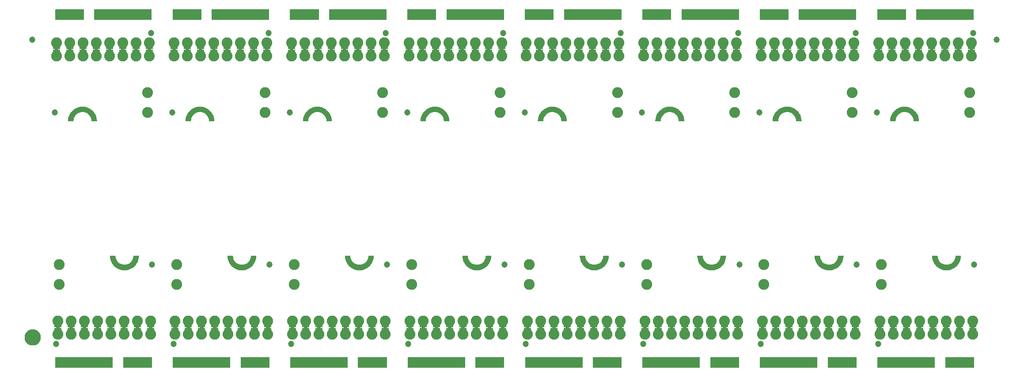
<source format=gbs>
G04 EAGLE Gerber RS-274X export*
G75*
%MOMM*%
%FSLAX34Y34*%
%LPD*%
%INSoldermask Bottom*%
%IPPOS*%
%AMOC8*
5,1,8,0,0,1.08239X$1,22.5*%
G01*
%ADD10C,1.203200*%
%ADD11R,1.473200X0.838200*%
%ADD12C,2.082800*%
%ADD13R,0.553200X2.153200*%
%ADD14C,0.657200*%
%ADD15C,1.270000*%
%ADD16C,1.703200*%

G36*
X1729693Y192431D02*
X1729693Y192431D01*
X1729703Y192435D01*
X1729729Y192436D01*
X1733563Y193270D01*
X1733571Y193275D01*
X1733597Y193280D01*
X1737273Y194652D01*
X1737281Y194657D01*
X1737305Y194666D01*
X1740749Y196547D01*
X1740756Y196554D01*
X1740779Y196566D01*
X1743920Y198917D01*
X1743926Y198925D01*
X1743947Y198941D01*
X1746721Y201715D01*
X1746726Y201724D01*
X1746745Y201742D01*
X1749096Y204883D01*
X1749099Y204892D01*
X1749115Y204913D01*
X1750996Y208357D01*
X1750998Y208366D01*
X1751010Y208389D01*
X1752382Y212065D01*
X1752382Y212075D01*
X1752392Y212099D01*
X1753226Y215933D01*
X1753225Y215943D01*
X1753231Y215969D01*
X1753511Y219882D01*
X1753505Y219908D01*
X1753509Y219933D01*
X1753491Y219975D01*
X1753481Y220019D01*
X1753463Y220037D01*
X1753452Y220061D01*
X1753414Y220086D01*
X1753383Y220118D01*
X1753357Y220124D01*
X1753336Y220138D01*
X1753262Y220149D01*
X1743262Y220149D01*
X1743255Y220147D01*
X1743248Y220149D01*
X1743189Y220128D01*
X1743128Y220110D01*
X1743123Y220105D01*
X1743116Y220102D01*
X1743078Y220052D01*
X1743036Y220005D01*
X1743035Y219998D01*
X1743030Y219992D01*
X1743014Y219920D01*
X1742800Y217202D01*
X1742168Y214569D01*
X1741132Y212069D01*
X1739718Y209761D01*
X1737960Y207702D01*
X1735901Y205944D01*
X1733593Y204530D01*
X1731093Y203494D01*
X1728460Y202862D01*
X1725762Y202650D01*
X1723064Y202862D01*
X1720431Y203494D01*
X1717931Y204530D01*
X1715623Y205944D01*
X1713564Y207702D01*
X1713511Y207765D01*
X1713085Y208264D01*
X1712872Y208513D01*
X1712659Y208762D01*
X1712446Y209012D01*
X1712021Y209510D01*
X1712020Y209510D01*
X1711808Y209759D01*
X1711806Y209761D01*
X1710392Y212069D01*
X1709356Y214569D01*
X1708724Y217202D01*
X1708510Y219920D01*
X1708508Y219926D01*
X1708509Y219933D01*
X1708483Y219991D01*
X1708461Y220050D01*
X1708455Y220055D01*
X1708452Y220061D01*
X1708399Y220096D01*
X1708349Y220134D01*
X1708342Y220134D01*
X1708336Y220138D01*
X1708262Y220149D01*
X1698262Y220149D01*
X1698237Y220142D01*
X1698211Y220144D01*
X1698171Y220123D01*
X1698128Y220110D01*
X1698111Y220090D01*
X1698088Y220078D01*
X1698066Y220039D01*
X1698036Y220005D01*
X1698032Y219979D01*
X1698019Y219956D01*
X1698013Y219882D01*
X1698293Y215969D01*
X1698297Y215959D01*
X1698298Y215933D01*
X1699132Y212099D01*
X1699137Y212091D01*
X1699142Y212065D01*
X1700514Y208389D01*
X1700519Y208381D01*
X1700528Y208357D01*
X1702409Y204913D01*
X1702416Y204906D01*
X1702428Y204883D01*
X1704779Y201742D01*
X1704787Y201736D01*
X1704803Y201715D01*
X1707577Y198941D01*
X1707586Y198936D01*
X1707604Y198917D01*
X1710745Y196566D01*
X1710754Y196563D01*
X1710775Y196547D01*
X1714219Y194666D01*
X1714228Y194664D01*
X1714251Y194652D01*
X1717927Y193280D01*
X1717937Y193280D01*
X1717961Y193270D01*
X1721795Y192436D01*
X1721805Y192437D01*
X1721831Y192431D01*
X1725744Y192151D01*
X1725754Y192153D01*
X1725780Y192151D01*
X1729693Y192431D01*
G37*
G36*
X1504624Y192431D02*
X1504624Y192431D01*
X1504633Y192435D01*
X1504659Y192436D01*
X1508493Y193270D01*
X1508502Y193275D01*
X1508527Y193280D01*
X1512204Y194652D01*
X1512211Y194657D01*
X1512236Y194666D01*
X1515680Y196547D01*
X1515686Y196554D01*
X1515710Y196566D01*
X1518851Y198917D01*
X1518856Y198925D01*
X1518878Y198941D01*
X1521652Y201715D01*
X1521657Y201724D01*
X1521675Y201742D01*
X1524027Y204883D01*
X1524030Y204892D01*
X1524046Y204913D01*
X1525926Y208357D01*
X1525928Y208366D01*
X1525941Y208389D01*
X1527312Y212065D01*
X1527313Y212075D01*
X1527322Y212099D01*
X1528156Y215933D01*
X1528156Y215943D01*
X1528161Y215969D01*
X1528441Y219882D01*
X1528436Y219908D01*
X1528440Y219933D01*
X1528421Y219975D01*
X1528412Y220019D01*
X1528393Y220037D01*
X1528383Y220061D01*
X1528345Y220086D01*
X1528313Y220118D01*
X1528288Y220124D01*
X1528266Y220138D01*
X1528193Y220149D01*
X1518193Y220149D01*
X1518186Y220147D01*
X1518179Y220149D01*
X1518119Y220128D01*
X1518058Y220110D01*
X1518054Y220105D01*
X1518047Y220102D01*
X1518008Y220052D01*
X1517966Y220005D01*
X1517965Y219998D01*
X1517961Y219992D01*
X1517944Y219920D01*
X1517730Y217202D01*
X1517098Y214569D01*
X1516062Y212069D01*
X1514648Y209761D01*
X1512890Y207702D01*
X1510832Y205944D01*
X1508524Y204530D01*
X1506023Y203494D01*
X1503391Y202862D01*
X1500693Y202650D01*
X1497994Y202862D01*
X1495362Y203494D01*
X1492861Y204530D01*
X1490553Y205944D01*
X1488495Y207702D01*
X1488441Y207765D01*
X1488016Y208264D01*
X1488015Y208264D01*
X1487803Y208513D01*
X1487590Y208762D01*
X1487377Y209012D01*
X1486951Y209510D01*
X1486738Y209759D01*
X1486737Y209761D01*
X1485323Y212069D01*
X1484287Y214569D01*
X1483655Y217202D01*
X1483441Y219920D01*
X1483439Y219926D01*
X1483440Y219933D01*
X1483414Y219991D01*
X1483391Y220050D01*
X1483386Y220055D01*
X1483383Y220061D01*
X1483330Y220096D01*
X1483279Y220134D01*
X1483272Y220134D01*
X1483266Y220138D01*
X1483193Y220149D01*
X1473193Y220149D01*
X1473168Y220142D01*
X1473142Y220144D01*
X1473102Y220123D01*
X1473058Y220110D01*
X1473041Y220090D01*
X1473018Y220078D01*
X1472996Y220039D01*
X1472966Y220005D01*
X1472963Y219979D01*
X1472950Y219956D01*
X1472944Y219882D01*
X1473224Y215969D01*
X1473227Y215959D01*
X1473229Y215933D01*
X1474063Y212099D01*
X1474068Y212091D01*
X1474073Y212065D01*
X1475444Y208389D01*
X1475450Y208381D01*
X1475459Y208357D01*
X1477339Y204913D01*
X1477346Y204906D01*
X1477359Y204883D01*
X1479710Y201742D01*
X1479718Y201736D01*
X1479733Y201715D01*
X1482508Y198941D01*
X1482516Y198936D01*
X1482535Y198917D01*
X1485676Y196566D01*
X1485685Y196563D01*
X1485706Y196547D01*
X1489149Y194666D01*
X1489159Y194664D01*
X1489182Y194652D01*
X1492858Y193280D01*
X1492868Y193280D01*
X1492892Y193270D01*
X1496726Y192436D01*
X1496736Y192437D01*
X1496761Y192431D01*
X1500675Y192151D01*
X1500684Y192153D01*
X1500710Y192151D01*
X1504624Y192431D01*
G37*
G36*
X604296Y192431D02*
X604296Y192431D01*
X604305Y192435D01*
X604331Y192436D01*
X608165Y193270D01*
X608173Y193275D01*
X608199Y193280D01*
X611875Y194652D01*
X611883Y194657D01*
X611908Y194666D01*
X615351Y196547D01*
X615358Y196554D01*
X615381Y196566D01*
X618522Y198917D01*
X618528Y198925D01*
X618549Y198941D01*
X621324Y201715D01*
X621328Y201724D01*
X621347Y201742D01*
X623698Y204883D01*
X623702Y204892D01*
X623717Y204913D01*
X625598Y208357D01*
X625600Y208366D01*
X625613Y208389D01*
X626984Y212065D01*
X626984Y212075D01*
X626994Y212099D01*
X627828Y215933D01*
X627827Y215943D01*
X627833Y215969D01*
X628113Y219882D01*
X628107Y219908D01*
X628111Y219933D01*
X628093Y219975D01*
X628083Y220019D01*
X628065Y220037D01*
X628054Y220061D01*
X628017Y220086D01*
X627985Y220118D01*
X627959Y220124D01*
X627938Y220138D01*
X627864Y220149D01*
X617864Y220149D01*
X617857Y220147D01*
X617850Y220149D01*
X617791Y220128D01*
X617730Y220110D01*
X617725Y220105D01*
X617718Y220102D01*
X617680Y220052D01*
X617638Y220005D01*
X617637Y219998D01*
X617633Y219992D01*
X617616Y219920D01*
X617402Y217202D01*
X616770Y214569D01*
X615734Y212069D01*
X614320Y209761D01*
X612562Y207702D01*
X610504Y205944D01*
X608196Y204530D01*
X605695Y203494D01*
X603063Y202862D01*
X600364Y202650D01*
X597666Y202862D01*
X595034Y203494D01*
X592533Y204530D01*
X590225Y205944D01*
X588167Y207702D01*
X588113Y207765D01*
X587687Y208264D01*
X587474Y208513D01*
X587261Y208762D01*
X587048Y209012D01*
X586623Y209510D01*
X586410Y209759D01*
X586409Y209761D01*
X584994Y212069D01*
X583959Y214569D01*
X583327Y217202D01*
X583113Y219920D01*
X583110Y219926D01*
X583111Y219933D01*
X583085Y219991D01*
X583063Y220050D01*
X583057Y220055D01*
X583054Y220061D01*
X583002Y220096D01*
X582951Y220134D01*
X582944Y220134D01*
X582938Y220138D01*
X582864Y220149D01*
X572864Y220149D01*
X572839Y220142D01*
X572813Y220144D01*
X572773Y220123D01*
X572730Y220110D01*
X572713Y220090D01*
X572690Y220078D01*
X572668Y220039D01*
X572638Y220005D01*
X572634Y219979D01*
X572621Y219956D01*
X572616Y219882D01*
X572895Y215969D01*
X572899Y215959D01*
X572901Y215933D01*
X573735Y212099D01*
X573739Y212091D01*
X573745Y212065D01*
X575116Y208389D01*
X575122Y208381D01*
X575131Y208357D01*
X577011Y204913D01*
X577018Y204906D01*
X577030Y204883D01*
X579382Y201742D01*
X579389Y201736D01*
X579405Y201715D01*
X582179Y198941D01*
X582188Y198936D01*
X582206Y198917D01*
X585347Y196566D01*
X585356Y196563D01*
X585377Y196547D01*
X588821Y194666D01*
X588830Y194664D01*
X588853Y194652D01*
X592529Y193280D01*
X592539Y193280D01*
X592564Y193270D01*
X596398Y192436D01*
X596407Y192437D01*
X596433Y192431D01*
X600346Y192151D01*
X600356Y192153D01*
X600382Y192151D01*
X604296Y192431D01*
G37*
G36*
X1279529Y192431D02*
X1279529Y192431D01*
X1279538Y192435D01*
X1279564Y192436D01*
X1283398Y193270D01*
X1283407Y193275D01*
X1283433Y193280D01*
X1287109Y194652D01*
X1287117Y194657D01*
X1287141Y194666D01*
X1290585Y196547D01*
X1290592Y196554D01*
X1290615Y196566D01*
X1293756Y198917D01*
X1293762Y198925D01*
X1293783Y198941D01*
X1296557Y201715D01*
X1296562Y201724D01*
X1296580Y201742D01*
X1298932Y204883D01*
X1298935Y204892D01*
X1298951Y204913D01*
X1300831Y208357D01*
X1300834Y208366D01*
X1300846Y208389D01*
X1302217Y212065D01*
X1302218Y212075D01*
X1302227Y212099D01*
X1303061Y215933D01*
X1303061Y215943D01*
X1303067Y215969D01*
X1303346Y219882D01*
X1303341Y219908D01*
X1303345Y219933D01*
X1303326Y219975D01*
X1303317Y220019D01*
X1303299Y220037D01*
X1303288Y220061D01*
X1303250Y220086D01*
X1303218Y220118D01*
X1303193Y220124D01*
X1303171Y220138D01*
X1303098Y220149D01*
X1293098Y220149D01*
X1293091Y220147D01*
X1293084Y220149D01*
X1293025Y220128D01*
X1292964Y220110D01*
X1292959Y220105D01*
X1292952Y220102D01*
X1292913Y220052D01*
X1292872Y220005D01*
X1292871Y219998D01*
X1292866Y219992D01*
X1292849Y219920D01*
X1292635Y217202D01*
X1292004Y214569D01*
X1290968Y212069D01*
X1289553Y209761D01*
X1287795Y207702D01*
X1285737Y205944D01*
X1283429Y204530D01*
X1280928Y203494D01*
X1278296Y202862D01*
X1275598Y202650D01*
X1272899Y202862D01*
X1270267Y203494D01*
X1267766Y204530D01*
X1265459Y205944D01*
X1263400Y207702D01*
X1263347Y207765D01*
X1263346Y207765D01*
X1262921Y208264D01*
X1262708Y208513D01*
X1262495Y208762D01*
X1262282Y209012D01*
X1261856Y209510D01*
X1261643Y209759D01*
X1261642Y209761D01*
X1260228Y212069D01*
X1259192Y214569D01*
X1258560Y217202D01*
X1258346Y219920D01*
X1258344Y219926D01*
X1258345Y219933D01*
X1258319Y219991D01*
X1258297Y220050D01*
X1258291Y220055D01*
X1258288Y220061D01*
X1258235Y220096D01*
X1258185Y220134D01*
X1258177Y220134D01*
X1258171Y220138D01*
X1258098Y220149D01*
X1248098Y220149D01*
X1248073Y220142D01*
X1248047Y220144D01*
X1248007Y220123D01*
X1247964Y220110D01*
X1247946Y220090D01*
X1247924Y220078D01*
X1247901Y220039D01*
X1247872Y220005D01*
X1247868Y219979D01*
X1247855Y219956D01*
X1247849Y219882D01*
X1248129Y215969D01*
X1248132Y215959D01*
X1248134Y215933D01*
X1248968Y212099D01*
X1248973Y212091D01*
X1248978Y212065D01*
X1250349Y208389D01*
X1250355Y208381D01*
X1250364Y208357D01*
X1252245Y204913D01*
X1252251Y204906D01*
X1252264Y204883D01*
X1254615Y201742D01*
X1254623Y201736D01*
X1254638Y201715D01*
X1257413Y198941D01*
X1257421Y198936D01*
X1257440Y198917D01*
X1260581Y196566D01*
X1260590Y196563D01*
X1260611Y196547D01*
X1264054Y194666D01*
X1264064Y194664D01*
X1264087Y194652D01*
X1267763Y193280D01*
X1267773Y193280D01*
X1267797Y193270D01*
X1271631Y192436D01*
X1271641Y192437D01*
X1271666Y192431D01*
X1275580Y192151D01*
X1275590Y192153D01*
X1275616Y192151D01*
X1279529Y192431D01*
G37*
G36*
X829365Y192431D02*
X829365Y192431D01*
X829374Y192435D01*
X829400Y192436D01*
X833234Y193270D01*
X833243Y193275D01*
X833268Y193280D01*
X836945Y194652D01*
X836952Y194657D01*
X836977Y194666D01*
X840421Y196547D01*
X840427Y196554D01*
X840451Y196566D01*
X843592Y198917D01*
X843597Y198925D01*
X843619Y198941D01*
X846393Y201715D01*
X846398Y201724D01*
X846416Y201742D01*
X848768Y204883D01*
X848771Y204892D01*
X848787Y204913D01*
X850667Y208357D01*
X850669Y208366D01*
X850682Y208389D01*
X852053Y212065D01*
X852054Y212075D01*
X852063Y212099D01*
X852897Y215933D01*
X852897Y215943D01*
X852902Y215969D01*
X853182Y219882D01*
X853177Y219908D01*
X853181Y219933D01*
X853162Y219975D01*
X853153Y220019D01*
X853134Y220037D01*
X853124Y220061D01*
X853086Y220086D01*
X853054Y220118D01*
X853029Y220124D01*
X853007Y220138D01*
X852934Y220149D01*
X842934Y220149D01*
X842927Y220147D01*
X842920Y220149D01*
X842860Y220128D01*
X842799Y220110D01*
X842795Y220105D01*
X842788Y220102D01*
X842749Y220052D01*
X842707Y220005D01*
X842706Y219998D01*
X842702Y219992D01*
X842685Y219920D01*
X842471Y217202D01*
X841839Y214569D01*
X840803Y212069D01*
X839389Y209761D01*
X837631Y207702D01*
X835573Y205944D01*
X833265Y204530D01*
X830764Y203494D01*
X828132Y202862D01*
X825434Y202650D01*
X822735Y202862D01*
X820103Y203494D01*
X817602Y204530D01*
X815294Y205944D01*
X813236Y207702D01*
X813182Y207765D01*
X812757Y208264D01*
X812756Y208264D01*
X812544Y208513D01*
X812331Y208762D01*
X812118Y209012D01*
X811692Y209510D01*
X811479Y209759D01*
X811478Y209761D01*
X810064Y212069D01*
X809028Y214569D01*
X808396Y217202D01*
X808182Y219920D01*
X808180Y219926D01*
X808181Y219933D01*
X808155Y219991D01*
X808132Y220050D01*
X808127Y220055D01*
X808124Y220061D01*
X808071Y220096D01*
X808020Y220134D01*
X808013Y220134D01*
X808007Y220138D01*
X807934Y220149D01*
X797934Y220149D01*
X797909Y220142D01*
X797883Y220144D01*
X797843Y220123D01*
X797799Y220110D01*
X797782Y220090D01*
X797759Y220078D01*
X797737Y220039D01*
X797707Y220005D01*
X797704Y219979D01*
X797691Y219956D01*
X797685Y219882D01*
X797965Y215969D01*
X797968Y215959D01*
X797970Y215933D01*
X798804Y212099D01*
X798809Y212091D01*
X798814Y212065D01*
X800185Y208389D01*
X800191Y208381D01*
X800200Y208357D01*
X802080Y204913D01*
X802087Y204906D01*
X802100Y204883D01*
X804451Y201742D01*
X804459Y201736D01*
X804474Y201715D01*
X807249Y198941D01*
X807257Y198936D01*
X807276Y198917D01*
X810417Y196566D01*
X810426Y196563D01*
X810447Y196547D01*
X813890Y194666D01*
X813900Y194664D01*
X813923Y194652D01*
X817599Y193280D01*
X817609Y193280D01*
X817633Y193270D01*
X821467Y192436D01*
X821477Y192437D01*
X821502Y192431D01*
X825416Y192151D01*
X825425Y192153D01*
X825451Y192151D01*
X829365Y192431D01*
G37*
G36*
X1054460Y192431D02*
X1054460Y192431D01*
X1054469Y192435D01*
X1054495Y192436D01*
X1058329Y193270D01*
X1058338Y193275D01*
X1058363Y193280D01*
X1062039Y194652D01*
X1062047Y194657D01*
X1062072Y194666D01*
X1065515Y196547D01*
X1065522Y196554D01*
X1065545Y196566D01*
X1068686Y198917D01*
X1068692Y198925D01*
X1068713Y198941D01*
X1071488Y201715D01*
X1071492Y201724D01*
X1071511Y201742D01*
X1073862Y204883D01*
X1073866Y204892D01*
X1073882Y204913D01*
X1075762Y208357D01*
X1075764Y208366D01*
X1075777Y208389D01*
X1077148Y212065D01*
X1077149Y212075D01*
X1077158Y212099D01*
X1077992Y215933D01*
X1077991Y215943D01*
X1077997Y215969D01*
X1078277Y219882D01*
X1078272Y219908D01*
X1078275Y219933D01*
X1078257Y219975D01*
X1078248Y220019D01*
X1078229Y220037D01*
X1078219Y220061D01*
X1078181Y220086D01*
X1078149Y220118D01*
X1078124Y220124D01*
X1078102Y220138D01*
X1078028Y220149D01*
X1068028Y220149D01*
X1068021Y220147D01*
X1068014Y220149D01*
X1067955Y220128D01*
X1067894Y220110D01*
X1067889Y220105D01*
X1067883Y220102D01*
X1067844Y220052D01*
X1067802Y220005D01*
X1067801Y219998D01*
X1067797Y219992D01*
X1067780Y219920D01*
X1067566Y217202D01*
X1066934Y214569D01*
X1065898Y212069D01*
X1064484Y209761D01*
X1062726Y207702D01*
X1060668Y205944D01*
X1058360Y204530D01*
X1055859Y203494D01*
X1053227Y202862D01*
X1050528Y202650D01*
X1047830Y202862D01*
X1045198Y203494D01*
X1042697Y204530D01*
X1040389Y205944D01*
X1038331Y207702D01*
X1038277Y207765D01*
X1037851Y208264D01*
X1037638Y208513D01*
X1037426Y208762D01*
X1037425Y208762D01*
X1037213Y209012D01*
X1036787Y209510D01*
X1036574Y209759D01*
X1036573Y209761D01*
X1035159Y212069D01*
X1034123Y214569D01*
X1033491Y217202D01*
X1033277Y219920D01*
X1033274Y219926D01*
X1033275Y219933D01*
X1033250Y219991D01*
X1033227Y220050D01*
X1033222Y220055D01*
X1033219Y220061D01*
X1033166Y220096D01*
X1033115Y220134D01*
X1033108Y220134D01*
X1033102Y220138D01*
X1033028Y220149D01*
X1023028Y220149D01*
X1023003Y220142D01*
X1022977Y220144D01*
X1022938Y220123D01*
X1022894Y220110D01*
X1022877Y220090D01*
X1022854Y220078D01*
X1022832Y220039D01*
X1022802Y220005D01*
X1022798Y219979D01*
X1022786Y219956D01*
X1022780Y219882D01*
X1023060Y215969D01*
X1023063Y215959D01*
X1023065Y215933D01*
X1023899Y212099D01*
X1023903Y212091D01*
X1023909Y212065D01*
X1025280Y208389D01*
X1025286Y208381D01*
X1025295Y208357D01*
X1027175Y204913D01*
X1027182Y204906D01*
X1027194Y204883D01*
X1029546Y201742D01*
X1029554Y201736D01*
X1029569Y201715D01*
X1032344Y198941D01*
X1032352Y198936D01*
X1032370Y198917D01*
X1035511Y196566D01*
X1035521Y196563D01*
X1035541Y196547D01*
X1038985Y194666D01*
X1038994Y194664D01*
X1039017Y194652D01*
X1042694Y193280D01*
X1042703Y193280D01*
X1042728Y193270D01*
X1046562Y192436D01*
X1046571Y192437D01*
X1046597Y192431D01*
X1050511Y192151D01*
X1050520Y192153D01*
X1050546Y192151D01*
X1054460Y192431D01*
G37*
G36*
X379201Y192431D02*
X379201Y192431D01*
X379210Y192435D01*
X379236Y192436D01*
X383070Y193270D01*
X383079Y193275D01*
X383104Y193280D01*
X386780Y194652D01*
X386788Y194657D01*
X386813Y194666D01*
X390256Y196547D01*
X390263Y196554D01*
X390286Y196566D01*
X393427Y198917D01*
X393433Y198925D01*
X393454Y198941D01*
X396229Y201715D01*
X396233Y201724D01*
X396252Y201742D01*
X398603Y204883D01*
X398607Y204892D01*
X398623Y204913D01*
X400503Y208357D01*
X400505Y208366D01*
X400518Y208389D01*
X401889Y212065D01*
X401890Y212075D01*
X401899Y212099D01*
X402733Y215933D01*
X402732Y215943D01*
X402738Y215969D01*
X403018Y219882D01*
X403013Y219908D01*
X403016Y219933D01*
X402998Y219975D01*
X402989Y220019D01*
X402970Y220037D01*
X402960Y220061D01*
X402922Y220086D01*
X402890Y220118D01*
X402865Y220124D01*
X402843Y220138D01*
X402769Y220149D01*
X392769Y220149D01*
X392762Y220147D01*
X392755Y220149D01*
X392696Y220128D01*
X392635Y220110D01*
X392630Y220105D01*
X392624Y220102D01*
X392585Y220052D01*
X392543Y220005D01*
X392542Y219998D01*
X392538Y219992D01*
X392521Y219920D01*
X392307Y217202D01*
X391675Y214569D01*
X390639Y212069D01*
X389225Y209761D01*
X387467Y207702D01*
X385409Y205944D01*
X383101Y204530D01*
X380600Y203494D01*
X377968Y202862D01*
X375269Y202650D01*
X372571Y202862D01*
X369939Y203494D01*
X367438Y204530D01*
X365130Y205944D01*
X363072Y207702D01*
X363018Y207765D01*
X362592Y208264D01*
X362379Y208513D01*
X362167Y208762D01*
X362166Y208762D01*
X361954Y209012D01*
X361528Y209510D01*
X361315Y209759D01*
X361314Y209761D01*
X359900Y212069D01*
X358864Y214569D01*
X358232Y217202D01*
X358018Y219920D01*
X358015Y219926D01*
X358016Y219933D01*
X357991Y219991D01*
X357968Y220050D01*
X357963Y220055D01*
X357960Y220061D01*
X357907Y220096D01*
X357856Y220134D01*
X357849Y220134D01*
X357843Y220138D01*
X357769Y220149D01*
X347769Y220149D01*
X347744Y220142D01*
X347718Y220144D01*
X347679Y220123D01*
X347635Y220110D01*
X347618Y220090D01*
X347595Y220078D01*
X347573Y220039D01*
X347543Y220005D01*
X347539Y219979D01*
X347527Y219956D01*
X347521Y219882D01*
X347801Y215969D01*
X347804Y215959D01*
X347806Y215933D01*
X348640Y212099D01*
X348644Y212091D01*
X348650Y212065D01*
X350021Y208389D01*
X350027Y208381D01*
X350036Y208357D01*
X351916Y204913D01*
X351923Y204906D01*
X351935Y204883D01*
X354287Y201742D01*
X354295Y201736D01*
X354310Y201715D01*
X357085Y198941D01*
X357093Y198936D01*
X357111Y198917D01*
X360252Y196566D01*
X360262Y196563D01*
X360282Y196547D01*
X363726Y194666D01*
X363735Y194664D01*
X363758Y194652D01*
X367435Y193280D01*
X367444Y193280D01*
X367469Y193270D01*
X371303Y192436D01*
X371312Y192437D01*
X371338Y192431D01*
X375252Y192151D01*
X375261Y192153D01*
X375287Y192151D01*
X379201Y192431D01*
G37*
G36*
X154131Y192431D02*
X154131Y192431D01*
X154141Y192435D01*
X154167Y192436D01*
X158001Y193270D01*
X158009Y193275D01*
X158035Y193280D01*
X161711Y194652D01*
X161719Y194657D01*
X161743Y194666D01*
X165187Y196547D01*
X165194Y196554D01*
X165217Y196566D01*
X168358Y198917D01*
X168364Y198925D01*
X168385Y198941D01*
X171159Y201715D01*
X171164Y201724D01*
X171183Y201742D01*
X173534Y204883D01*
X173537Y204892D01*
X173553Y204913D01*
X175434Y208357D01*
X175436Y208366D01*
X175448Y208389D01*
X176820Y212065D01*
X176820Y212075D01*
X176830Y212099D01*
X177664Y215933D01*
X177663Y215943D01*
X177669Y215969D01*
X177949Y219882D01*
X177943Y219908D01*
X177947Y219933D01*
X177929Y219975D01*
X177919Y220019D01*
X177901Y220037D01*
X177890Y220061D01*
X177852Y220086D01*
X177821Y220118D01*
X177795Y220124D01*
X177774Y220138D01*
X177700Y220149D01*
X167700Y220149D01*
X167693Y220147D01*
X167686Y220149D01*
X167627Y220128D01*
X167566Y220110D01*
X167561Y220105D01*
X167554Y220102D01*
X167516Y220052D01*
X167474Y220005D01*
X167473Y219998D01*
X167468Y219992D01*
X167452Y219920D01*
X167238Y217202D01*
X166606Y214569D01*
X165570Y212069D01*
X164156Y209761D01*
X162398Y207702D01*
X160339Y205944D01*
X158031Y204530D01*
X155531Y203494D01*
X152898Y202862D01*
X150200Y202650D01*
X147502Y202862D01*
X144869Y203494D01*
X142369Y204530D01*
X140061Y205944D01*
X138002Y207702D01*
X137949Y207765D01*
X137523Y208264D01*
X137310Y208513D01*
X137097Y208762D01*
X136884Y209012D01*
X136459Y209510D01*
X136458Y209510D01*
X136246Y209759D01*
X136244Y209761D01*
X134830Y212069D01*
X133794Y214569D01*
X133162Y217202D01*
X132948Y219920D01*
X132946Y219926D01*
X132947Y219933D01*
X132921Y219991D01*
X132899Y220050D01*
X132893Y220055D01*
X132890Y220061D01*
X132837Y220096D01*
X132787Y220134D01*
X132780Y220134D01*
X132774Y220138D01*
X132700Y220149D01*
X122700Y220149D01*
X122675Y220142D01*
X122649Y220144D01*
X122609Y220123D01*
X122566Y220110D01*
X122549Y220090D01*
X122526Y220078D01*
X122504Y220039D01*
X122474Y220005D01*
X122470Y219979D01*
X122457Y219956D01*
X122451Y219882D01*
X122731Y215969D01*
X122735Y215959D01*
X122736Y215933D01*
X123570Y212099D01*
X123575Y212091D01*
X123580Y212065D01*
X124952Y208389D01*
X124957Y208381D01*
X124966Y208357D01*
X126847Y204913D01*
X126854Y204906D01*
X126866Y204883D01*
X129217Y201742D01*
X129225Y201736D01*
X129241Y201715D01*
X132015Y198941D01*
X132024Y198936D01*
X132042Y198917D01*
X135183Y196566D01*
X135192Y196563D01*
X135213Y196547D01*
X138657Y194666D01*
X138666Y194664D01*
X138689Y194652D01*
X142365Y193280D01*
X142375Y193280D01*
X142399Y193270D01*
X146233Y192436D01*
X146243Y192437D01*
X146269Y192431D01*
X150182Y192151D01*
X150192Y192153D01*
X150218Y192151D01*
X154131Y192431D01*
G37*
G36*
X1177720Y478353D02*
X1177720Y478353D01*
X1177727Y478351D01*
X1177786Y478372D01*
X1177847Y478390D01*
X1177852Y478395D01*
X1177858Y478398D01*
X1177897Y478448D01*
X1177939Y478495D01*
X1177940Y478502D01*
X1177944Y478508D01*
X1177961Y478580D01*
X1178175Y481298D01*
X1178807Y483931D01*
X1179843Y486431D01*
X1181257Y488739D01*
X1183015Y490798D01*
X1185073Y492556D01*
X1187381Y493970D01*
X1189882Y495006D01*
X1192514Y495638D01*
X1195213Y495850D01*
X1197911Y495638D01*
X1200543Y495006D01*
X1203044Y493970D01*
X1205352Y492556D01*
X1207410Y490798D01*
X1207534Y490652D01*
X1207747Y490403D01*
X1208173Y489904D01*
X1208386Y489655D01*
X1208599Y489406D01*
X1208812Y489157D01*
X1209025Y488907D01*
X1209168Y488739D01*
X1210582Y486431D01*
X1211618Y483931D01*
X1212250Y481298D01*
X1212464Y478580D01*
X1212467Y478574D01*
X1212466Y478567D01*
X1212491Y478509D01*
X1212514Y478450D01*
X1212520Y478445D01*
X1212522Y478439D01*
X1212575Y478404D01*
X1212626Y478366D01*
X1212633Y478366D01*
X1212639Y478362D01*
X1212713Y478351D01*
X1222713Y478351D01*
X1222738Y478358D01*
X1222764Y478356D01*
X1222803Y478377D01*
X1222847Y478390D01*
X1222864Y478410D01*
X1222887Y478422D01*
X1222909Y478461D01*
X1222939Y478495D01*
X1222943Y478521D01*
X1222955Y478544D01*
X1222961Y478618D01*
X1222681Y482531D01*
X1222678Y482541D01*
X1222676Y482567D01*
X1221842Y486401D01*
X1221838Y486409D01*
X1221832Y486435D01*
X1220461Y490111D01*
X1220455Y490119D01*
X1220446Y490143D01*
X1218566Y493587D01*
X1218559Y493594D01*
X1218547Y493617D01*
X1216195Y496758D01*
X1216188Y496764D01*
X1216172Y496785D01*
X1213398Y499559D01*
X1213389Y499564D01*
X1213371Y499583D01*
X1210230Y501934D01*
X1210221Y501937D01*
X1210200Y501953D01*
X1206756Y503834D01*
X1206747Y503836D01*
X1206724Y503848D01*
X1203047Y505220D01*
X1203038Y505220D01*
X1203013Y505230D01*
X1199179Y506064D01*
X1199170Y506063D01*
X1199144Y506069D01*
X1195230Y506349D01*
X1195221Y506347D01*
X1195195Y506349D01*
X1191281Y506069D01*
X1191272Y506065D01*
X1191246Y506064D01*
X1187412Y505230D01*
X1187403Y505225D01*
X1187378Y505220D01*
X1183702Y503848D01*
X1183694Y503843D01*
X1183669Y503834D01*
X1180226Y501953D01*
X1180219Y501946D01*
X1180196Y501934D01*
X1177055Y499583D01*
X1177049Y499575D01*
X1177028Y499559D01*
X1174253Y496785D01*
X1174249Y496776D01*
X1174230Y496758D01*
X1171879Y493617D01*
X1171875Y493608D01*
X1171859Y493587D01*
X1169979Y490143D01*
X1169977Y490134D01*
X1169964Y490111D01*
X1168593Y486435D01*
X1168592Y486425D01*
X1168583Y486401D01*
X1167749Y482567D01*
X1167750Y482557D01*
X1167744Y482531D01*
X1167464Y478618D01*
X1167469Y478592D01*
X1167466Y478567D01*
X1167484Y478525D01*
X1167494Y478481D01*
X1167512Y478463D01*
X1167522Y478439D01*
X1167560Y478414D01*
X1167592Y478382D01*
X1167617Y478376D01*
X1167639Y478362D01*
X1167713Y478351D01*
X1177713Y478351D01*
X1177720Y478353D01*
G37*
G36*
X727555Y478353D02*
X727555Y478353D01*
X727562Y478351D01*
X727622Y478372D01*
X727683Y478390D01*
X727687Y478395D01*
X727694Y478398D01*
X727733Y478448D01*
X727775Y478495D01*
X727776Y478502D01*
X727780Y478508D01*
X727797Y478580D01*
X728011Y481298D01*
X728643Y483931D01*
X729679Y486431D01*
X731093Y488739D01*
X732851Y490798D01*
X734909Y492556D01*
X737217Y493970D01*
X739718Y495006D01*
X742350Y495638D01*
X745048Y495850D01*
X747747Y495638D01*
X750379Y495006D01*
X752880Y493970D01*
X755188Y492556D01*
X757246Y490798D01*
X757370Y490652D01*
X757583Y490403D01*
X758009Y489904D01*
X758222Y489655D01*
X758435Y489406D01*
X758647Y489157D01*
X758648Y489157D01*
X758860Y488907D01*
X759004Y488739D01*
X760418Y486431D01*
X761454Y483931D01*
X762086Y481298D01*
X762300Y478580D01*
X762303Y478574D01*
X762301Y478567D01*
X762327Y478509D01*
X762350Y478450D01*
X762355Y478445D01*
X762358Y478439D01*
X762411Y478404D01*
X762462Y478366D01*
X762469Y478366D01*
X762475Y478362D01*
X762548Y478351D01*
X772548Y478351D01*
X772573Y478358D01*
X772599Y478356D01*
X772639Y478377D01*
X772683Y478390D01*
X772700Y478410D01*
X772723Y478422D01*
X772745Y478461D01*
X772775Y478495D01*
X772778Y478521D01*
X772791Y478544D01*
X772797Y478618D01*
X772517Y482531D01*
X772514Y482541D01*
X772512Y482567D01*
X771678Y486401D01*
X771673Y486409D01*
X771668Y486435D01*
X770297Y490111D01*
X770291Y490119D01*
X770282Y490143D01*
X768402Y493587D01*
X768395Y493594D01*
X768382Y493617D01*
X766031Y496758D01*
X766023Y496764D01*
X766008Y496785D01*
X763233Y499559D01*
X763225Y499564D01*
X763206Y499583D01*
X760065Y501934D01*
X760056Y501937D01*
X760035Y501953D01*
X756592Y503834D01*
X756582Y503836D01*
X756559Y503848D01*
X752883Y505220D01*
X752874Y505220D01*
X752849Y505230D01*
X749015Y506064D01*
X749005Y506063D01*
X748980Y506069D01*
X745066Y506349D01*
X745057Y506347D01*
X745031Y506349D01*
X741117Y506069D01*
X741108Y506065D01*
X741082Y506064D01*
X737248Y505230D01*
X737239Y505225D01*
X737214Y505220D01*
X733537Y503848D01*
X733530Y503843D01*
X733505Y503834D01*
X730061Y501953D01*
X730055Y501946D01*
X730031Y501934D01*
X726890Y499583D01*
X726885Y499575D01*
X726864Y499559D01*
X724089Y496785D01*
X724084Y496776D01*
X724066Y496758D01*
X721714Y493617D01*
X721711Y493608D01*
X721695Y493587D01*
X719815Y490143D01*
X719813Y490134D01*
X719800Y490111D01*
X718429Y486435D01*
X718428Y486425D01*
X718419Y486401D01*
X717585Y482567D01*
X717585Y482557D01*
X717580Y482531D01*
X717300Y478618D01*
X717305Y478592D01*
X717301Y478567D01*
X717320Y478525D01*
X717329Y478481D01*
X717348Y478463D01*
X717358Y478439D01*
X717396Y478414D01*
X717428Y478382D01*
X717453Y478376D01*
X717475Y478362D01*
X717548Y478351D01*
X727548Y478351D01*
X727555Y478353D01*
G37*
G36*
X952625Y478353D02*
X952625Y478353D01*
X952632Y478351D01*
X952691Y478372D01*
X952752Y478390D01*
X952757Y478395D01*
X952764Y478398D01*
X952802Y478448D01*
X952844Y478495D01*
X952845Y478502D01*
X952849Y478508D01*
X952866Y478580D01*
X953080Y481298D01*
X953712Y483931D01*
X954748Y486431D01*
X956162Y488739D01*
X957920Y490798D01*
X959979Y492556D01*
X962286Y493970D01*
X964787Y495006D01*
X967419Y495638D01*
X970118Y495850D01*
X972816Y495638D01*
X975448Y495006D01*
X977949Y493970D01*
X980257Y492556D01*
X982315Y490798D01*
X982440Y490652D01*
X982652Y490403D01*
X982653Y490403D01*
X983078Y489904D01*
X983291Y489655D01*
X983504Y489406D01*
X983717Y489157D01*
X983930Y488907D01*
X984073Y488739D01*
X985488Y486431D01*
X986524Y483931D01*
X987155Y481298D01*
X987369Y478580D01*
X987372Y478574D01*
X987371Y478567D01*
X987397Y478509D01*
X987419Y478450D01*
X987425Y478445D01*
X987428Y478439D01*
X987480Y478404D01*
X987531Y478366D01*
X987538Y478366D01*
X987544Y478362D01*
X987618Y478351D01*
X997618Y478351D01*
X997643Y478358D01*
X997669Y478356D01*
X997709Y478377D01*
X997752Y478390D01*
X997769Y478410D01*
X997792Y478422D01*
X997814Y478461D01*
X997844Y478495D01*
X997848Y478521D01*
X997861Y478544D01*
X997866Y478618D01*
X997587Y482531D01*
X997583Y482541D01*
X997581Y482567D01*
X996747Y486401D01*
X996743Y486409D01*
X996737Y486435D01*
X995366Y490111D01*
X995360Y490119D01*
X995351Y490143D01*
X993471Y493587D01*
X993464Y493594D01*
X993452Y493617D01*
X991100Y496758D01*
X991093Y496764D01*
X991077Y496785D01*
X988303Y499559D01*
X988294Y499564D01*
X988276Y499583D01*
X985135Y501934D01*
X985126Y501937D01*
X985105Y501953D01*
X981661Y503834D01*
X981652Y503836D01*
X981629Y503848D01*
X977953Y505220D01*
X977943Y505220D01*
X977918Y505230D01*
X974084Y506064D01*
X974075Y506063D01*
X974049Y506069D01*
X970136Y506349D01*
X970126Y506347D01*
X970100Y506349D01*
X966186Y506069D01*
X966177Y506065D01*
X966151Y506064D01*
X962317Y505230D01*
X962309Y505225D01*
X962283Y505220D01*
X958607Y503848D01*
X958599Y503843D01*
X958574Y503834D01*
X955131Y501953D01*
X955124Y501946D01*
X955101Y501934D01*
X951960Y499583D01*
X951954Y499575D01*
X951933Y499559D01*
X949158Y496785D01*
X949154Y496776D01*
X949135Y496758D01*
X946784Y493617D01*
X946780Y493608D01*
X946765Y493587D01*
X944884Y490143D01*
X944882Y490134D01*
X944869Y490111D01*
X943498Y486435D01*
X943498Y486425D01*
X943488Y486401D01*
X942654Y482567D01*
X942655Y482557D01*
X942649Y482531D01*
X942369Y478618D01*
X942375Y478592D01*
X942371Y478567D01*
X942389Y478525D01*
X942399Y478481D01*
X942417Y478463D01*
X942428Y478439D01*
X942465Y478414D01*
X942497Y478382D01*
X942523Y478376D01*
X942544Y478362D01*
X942618Y478351D01*
X952618Y478351D01*
X952625Y478353D01*
G37*
G36*
X52296Y478353D02*
X52296Y478353D01*
X52303Y478351D01*
X52363Y478372D01*
X52424Y478390D01*
X52428Y478395D01*
X52435Y478398D01*
X52474Y478448D01*
X52516Y478495D01*
X52517Y478502D01*
X52521Y478508D01*
X52538Y478580D01*
X52752Y481298D01*
X53384Y483931D01*
X54420Y486431D01*
X55834Y488739D01*
X57592Y490798D01*
X59650Y492556D01*
X61958Y493970D01*
X64459Y495006D01*
X67091Y495638D01*
X69789Y495850D01*
X72488Y495638D01*
X75120Y495006D01*
X77621Y493970D01*
X79929Y492556D01*
X81987Y490798D01*
X82111Y490652D01*
X82324Y490403D01*
X82750Y489904D01*
X82963Y489655D01*
X83176Y489406D01*
X83388Y489157D01*
X83389Y489157D01*
X83601Y488907D01*
X83745Y488739D01*
X85159Y486431D01*
X86195Y483931D01*
X86827Y481298D01*
X87041Y478580D01*
X87044Y478574D01*
X87042Y478567D01*
X87068Y478509D01*
X87091Y478450D01*
X87096Y478445D01*
X87099Y478439D01*
X87152Y478404D01*
X87203Y478366D01*
X87210Y478366D01*
X87216Y478362D01*
X87289Y478351D01*
X97289Y478351D01*
X97314Y478358D01*
X97340Y478356D01*
X97380Y478377D01*
X97424Y478390D01*
X97441Y478410D01*
X97464Y478422D01*
X97486Y478461D01*
X97516Y478495D01*
X97519Y478521D01*
X97532Y478544D01*
X97538Y478618D01*
X97258Y482531D01*
X97255Y482541D01*
X97253Y482567D01*
X96419Y486401D01*
X96414Y486409D01*
X96409Y486435D01*
X95038Y490111D01*
X95032Y490119D01*
X95023Y490143D01*
X93143Y493587D01*
X93136Y493594D01*
X93123Y493617D01*
X90772Y496758D01*
X90764Y496764D01*
X90749Y496785D01*
X87974Y499559D01*
X87966Y499564D01*
X87947Y499583D01*
X84806Y501934D01*
X84797Y501937D01*
X84776Y501953D01*
X81333Y503834D01*
X81323Y503836D01*
X81300Y503848D01*
X77624Y505220D01*
X77615Y505220D01*
X77590Y505230D01*
X73756Y506064D01*
X73746Y506063D01*
X73721Y506069D01*
X69807Y506349D01*
X69798Y506347D01*
X69772Y506349D01*
X65858Y506069D01*
X65849Y506065D01*
X65823Y506064D01*
X61989Y505230D01*
X61980Y505225D01*
X61955Y505220D01*
X58278Y503848D01*
X58271Y503843D01*
X58246Y503834D01*
X54802Y501953D01*
X54796Y501946D01*
X54772Y501934D01*
X51631Y499583D01*
X51626Y499575D01*
X51605Y499559D01*
X48830Y496785D01*
X48825Y496776D01*
X48807Y496758D01*
X46455Y493617D01*
X46452Y493608D01*
X46436Y493587D01*
X44556Y490143D01*
X44554Y490134D01*
X44541Y490111D01*
X43170Y486435D01*
X43169Y486425D01*
X43160Y486401D01*
X42326Y482567D01*
X42326Y482557D01*
X42321Y482531D01*
X42041Y478618D01*
X42046Y478592D01*
X42042Y478567D01*
X42061Y478525D01*
X42070Y478481D01*
X42089Y478463D01*
X42099Y478439D01*
X42137Y478414D01*
X42169Y478382D01*
X42194Y478376D01*
X42216Y478362D01*
X42289Y478351D01*
X52289Y478351D01*
X52296Y478353D01*
G37*
G36*
X277391Y478353D02*
X277391Y478353D01*
X277398Y478351D01*
X277457Y478372D01*
X277518Y478390D01*
X277523Y478395D01*
X277530Y478398D01*
X277569Y478448D01*
X277610Y478495D01*
X277611Y478502D01*
X277616Y478508D01*
X277633Y478580D01*
X277847Y481298D01*
X278479Y483931D01*
X279514Y486431D01*
X280929Y488739D01*
X282687Y490798D01*
X284745Y492556D01*
X287053Y493970D01*
X289554Y495006D01*
X292186Y495638D01*
X294884Y495850D01*
X297583Y495638D01*
X300215Y495006D01*
X302716Y493970D01*
X305024Y492556D01*
X307082Y490798D01*
X307206Y490652D01*
X307419Y490403D01*
X307845Y489904D01*
X308058Y489655D01*
X308270Y489406D01*
X308483Y489157D01*
X308696Y488907D01*
X308840Y488739D01*
X310254Y486431D01*
X311290Y483931D01*
X311922Y481298D01*
X312136Y478580D01*
X312138Y478574D01*
X312137Y478567D01*
X312163Y478509D01*
X312185Y478450D01*
X312191Y478445D01*
X312194Y478439D01*
X312247Y478404D01*
X312297Y478366D01*
X312305Y478366D01*
X312311Y478362D01*
X312384Y478351D01*
X322384Y478351D01*
X322409Y478358D01*
X322435Y478356D01*
X322475Y478377D01*
X322518Y478390D01*
X322536Y478410D01*
X322558Y478422D01*
X322581Y478461D01*
X322610Y478495D01*
X322614Y478521D01*
X322627Y478544D01*
X322633Y478618D01*
X322353Y482531D01*
X322350Y482541D01*
X322348Y482567D01*
X321514Y486401D01*
X321509Y486409D01*
X321504Y486435D01*
X320133Y490111D01*
X320127Y490119D01*
X320118Y490143D01*
X318237Y493587D01*
X318231Y493594D01*
X318218Y493617D01*
X315867Y496758D01*
X315859Y496764D01*
X315844Y496785D01*
X313069Y499559D01*
X313061Y499564D01*
X313042Y499583D01*
X309901Y501934D01*
X309892Y501937D01*
X309871Y501953D01*
X306428Y503834D01*
X306418Y503836D01*
X306395Y503848D01*
X302719Y505220D01*
X302709Y505220D01*
X302685Y505230D01*
X298851Y506064D01*
X298841Y506063D01*
X298816Y506069D01*
X294902Y506349D01*
X294893Y506347D01*
X294866Y506349D01*
X290953Y506069D01*
X290944Y506065D01*
X290918Y506064D01*
X287084Y505230D01*
X287075Y505225D01*
X287049Y505220D01*
X283373Y503848D01*
X283365Y503843D01*
X283341Y503834D01*
X279897Y501953D01*
X279890Y501946D01*
X279867Y501934D01*
X276726Y499583D01*
X276720Y499575D01*
X276699Y499559D01*
X273925Y496785D01*
X273920Y496776D01*
X273902Y496758D01*
X271550Y493617D01*
X271547Y493608D01*
X271531Y493587D01*
X269651Y490143D01*
X269649Y490134D01*
X269636Y490111D01*
X268265Y486435D01*
X268264Y486425D01*
X268255Y486401D01*
X267421Y482567D01*
X267421Y482557D01*
X267415Y482531D01*
X267136Y478618D01*
X267141Y478592D01*
X267137Y478567D01*
X267156Y478525D01*
X267165Y478481D01*
X267183Y478463D01*
X267194Y478439D01*
X267232Y478414D01*
X267264Y478382D01*
X267289Y478376D01*
X267311Y478362D01*
X267384Y478351D01*
X277384Y478351D01*
X277391Y478353D01*
G37*
G36*
X502461Y478353D02*
X502461Y478353D01*
X502468Y478351D01*
X502527Y478372D01*
X502588Y478390D01*
X502593Y478395D01*
X502599Y478398D01*
X502638Y478448D01*
X502680Y478495D01*
X502681Y478502D01*
X502685Y478508D01*
X502702Y478580D01*
X502916Y481298D01*
X503548Y483931D01*
X504584Y486431D01*
X505998Y488739D01*
X507756Y490798D01*
X509814Y492556D01*
X512122Y493970D01*
X514623Y495006D01*
X517255Y495638D01*
X519954Y495850D01*
X522652Y495638D01*
X525284Y495006D01*
X527785Y493970D01*
X530093Y492556D01*
X532151Y490798D01*
X532275Y490652D01*
X532488Y490403D01*
X532914Y489904D01*
X533127Y489655D01*
X533340Y489406D01*
X533553Y489157D01*
X533766Y488907D01*
X533909Y488739D01*
X535323Y486431D01*
X536359Y483931D01*
X536991Y481298D01*
X537205Y478580D01*
X537208Y478574D01*
X537207Y478567D01*
X537232Y478509D01*
X537255Y478450D01*
X537261Y478445D01*
X537263Y478439D01*
X537316Y478404D01*
X537367Y478366D01*
X537374Y478366D01*
X537380Y478362D01*
X537454Y478351D01*
X547454Y478351D01*
X547479Y478358D01*
X547505Y478356D01*
X547544Y478377D01*
X547588Y478390D01*
X547605Y478410D01*
X547628Y478422D01*
X547650Y478461D01*
X547680Y478495D01*
X547684Y478521D01*
X547696Y478544D01*
X547702Y478618D01*
X547422Y482531D01*
X547419Y482541D01*
X547417Y482567D01*
X546583Y486401D01*
X546579Y486409D01*
X546573Y486435D01*
X545202Y490111D01*
X545196Y490119D01*
X545187Y490143D01*
X543307Y493587D01*
X543300Y493594D01*
X543288Y493617D01*
X540936Y496758D01*
X540929Y496764D01*
X540913Y496785D01*
X538139Y499559D01*
X538130Y499564D01*
X538112Y499583D01*
X534971Y501934D01*
X534962Y501937D01*
X534941Y501953D01*
X531497Y503834D01*
X531488Y503836D01*
X531465Y503848D01*
X527788Y505220D01*
X527779Y505220D01*
X527754Y505230D01*
X523920Y506064D01*
X523911Y506063D01*
X523885Y506069D01*
X519971Y506349D01*
X519962Y506347D01*
X519936Y506349D01*
X516022Y506069D01*
X516013Y506065D01*
X515987Y506064D01*
X512153Y505230D01*
X512144Y505225D01*
X512119Y505220D01*
X508443Y503848D01*
X508435Y503843D01*
X508410Y503834D01*
X504967Y501953D01*
X504960Y501946D01*
X504937Y501934D01*
X501796Y499583D01*
X501790Y499575D01*
X501769Y499559D01*
X498994Y496785D01*
X498990Y496776D01*
X498971Y496758D01*
X496620Y493617D01*
X496616Y493608D01*
X496600Y493587D01*
X494720Y490143D01*
X494718Y490134D01*
X494705Y490111D01*
X493334Y486435D01*
X493333Y486425D01*
X493324Y486401D01*
X492490Y482567D01*
X492491Y482557D01*
X492485Y482531D01*
X492205Y478618D01*
X492210Y478592D01*
X492207Y478567D01*
X492225Y478525D01*
X492235Y478481D01*
X492253Y478463D01*
X492263Y478439D01*
X492301Y478414D01*
X492333Y478382D01*
X492358Y478376D01*
X492380Y478362D01*
X492454Y478351D01*
X502454Y478351D01*
X502461Y478353D01*
G37*
G36*
X1402789Y478353D02*
X1402789Y478353D01*
X1402796Y478351D01*
X1402855Y478372D01*
X1402916Y478390D01*
X1402921Y478395D01*
X1402928Y478398D01*
X1402967Y478448D01*
X1403008Y478495D01*
X1403009Y478502D01*
X1403014Y478508D01*
X1403030Y478580D01*
X1403244Y481298D01*
X1403876Y483931D01*
X1404912Y486431D01*
X1406326Y488739D01*
X1408084Y490798D01*
X1410143Y492556D01*
X1412451Y493970D01*
X1414951Y495006D01*
X1417584Y495638D01*
X1420282Y495850D01*
X1422980Y495638D01*
X1425613Y495006D01*
X1428113Y493970D01*
X1430421Y492556D01*
X1432480Y490798D01*
X1432604Y490652D01*
X1432817Y490403D01*
X1433242Y489904D01*
X1433243Y489904D01*
X1433455Y489655D01*
X1433668Y489406D01*
X1433881Y489157D01*
X1434094Y488907D01*
X1434238Y488739D01*
X1435652Y486431D01*
X1436688Y483931D01*
X1437320Y481298D01*
X1437534Y478580D01*
X1437536Y478574D01*
X1437535Y478567D01*
X1437561Y478509D01*
X1437583Y478450D01*
X1437589Y478445D01*
X1437592Y478439D01*
X1437645Y478404D01*
X1437695Y478366D01*
X1437703Y478366D01*
X1437709Y478362D01*
X1437782Y478351D01*
X1447782Y478351D01*
X1447807Y478358D01*
X1447833Y478356D01*
X1447873Y478377D01*
X1447916Y478390D01*
X1447933Y478410D01*
X1447956Y478422D01*
X1447978Y478461D01*
X1448008Y478495D01*
X1448012Y478521D01*
X1448025Y478544D01*
X1448031Y478618D01*
X1447751Y482531D01*
X1447747Y482541D01*
X1447746Y482567D01*
X1446912Y486401D01*
X1446907Y486409D01*
X1446902Y486435D01*
X1445530Y490111D01*
X1445525Y490119D01*
X1445516Y490143D01*
X1443635Y493587D01*
X1443628Y493594D01*
X1443616Y493617D01*
X1441265Y496758D01*
X1441257Y496764D01*
X1441241Y496785D01*
X1438467Y499559D01*
X1438458Y499564D01*
X1438440Y499583D01*
X1435299Y501934D01*
X1435290Y501937D01*
X1435269Y501953D01*
X1431825Y503834D01*
X1431816Y503836D01*
X1431793Y503848D01*
X1428117Y505220D01*
X1428107Y505220D01*
X1428083Y505230D01*
X1424249Y506064D01*
X1424239Y506063D01*
X1424213Y506069D01*
X1420300Y506349D01*
X1420290Y506347D01*
X1420264Y506349D01*
X1416351Y506069D01*
X1416341Y506065D01*
X1416315Y506064D01*
X1412481Y505230D01*
X1412473Y505225D01*
X1412447Y505220D01*
X1408771Y503848D01*
X1408763Y503843D01*
X1408739Y503834D01*
X1405295Y501953D01*
X1405288Y501946D01*
X1405265Y501934D01*
X1402124Y499583D01*
X1402118Y499575D01*
X1402097Y499559D01*
X1399323Y496785D01*
X1399318Y496776D01*
X1399299Y496758D01*
X1396948Y493617D01*
X1396945Y493608D01*
X1396929Y493587D01*
X1395048Y490143D01*
X1395046Y490134D01*
X1395034Y490111D01*
X1393662Y486435D01*
X1393662Y486425D01*
X1393652Y486401D01*
X1392818Y482567D01*
X1392819Y482557D01*
X1392813Y482531D01*
X1392533Y478618D01*
X1392539Y478592D01*
X1392535Y478567D01*
X1392553Y478525D01*
X1392563Y478481D01*
X1392581Y478463D01*
X1392592Y478439D01*
X1392630Y478414D01*
X1392661Y478382D01*
X1392687Y478376D01*
X1392709Y478362D01*
X1392782Y478351D01*
X1402782Y478351D01*
X1402789Y478353D01*
G37*
G36*
X1627858Y478353D02*
X1627858Y478353D01*
X1627865Y478351D01*
X1627925Y478372D01*
X1627986Y478390D01*
X1627990Y478395D01*
X1627997Y478398D01*
X1628036Y478448D01*
X1628078Y478495D01*
X1628079Y478502D01*
X1628083Y478508D01*
X1628100Y478580D01*
X1628314Y481298D01*
X1628946Y483931D01*
X1629982Y486431D01*
X1631396Y488739D01*
X1633154Y490798D01*
X1635212Y492556D01*
X1637520Y493970D01*
X1640021Y495006D01*
X1642653Y495638D01*
X1645351Y495850D01*
X1648050Y495638D01*
X1650682Y495006D01*
X1653183Y493970D01*
X1655491Y492556D01*
X1657549Y490798D01*
X1657673Y490652D01*
X1657886Y490403D01*
X1658312Y489904D01*
X1658525Y489655D01*
X1658738Y489406D01*
X1658950Y489157D01*
X1658951Y489157D01*
X1659163Y488907D01*
X1659307Y488739D01*
X1660721Y486431D01*
X1661757Y483931D01*
X1662389Y481298D01*
X1662603Y478580D01*
X1662606Y478574D01*
X1662604Y478567D01*
X1662630Y478509D01*
X1662653Y478450D01*
X1662658Y478445D01*
X1662661Y478439D01*
X1662714Y478404D01*
X1662765Y478366D01*
X1662772Y478366D01*
X1662778Y478362D01*
X1662851Y478351D01*
X1672851Y478351D01*
X1672876Y478358D01*
X1672902Y478356D01*
X1672942Y478377D01*
X1672986Y478390D01*
X1673003Y478410D01*
X1673026Y478422D01*
X1673048Y478461D01*
X1673078Y478495D01*
X1673081Y478521D01*
X1673094Y478544D01*
X1673100Y478618D01*
X1672820Y482531D01*
X1672817Y482541D01*
X1672815Y482567D01*
X1671981Y486401D01*
X1671976Y486409D01*
X1671971Y486435D01*
X1670600Y490111D01*
X1670594Y490119D01*
X1670585Y490143D01*
X1668705Y493587D01*
X1668698Y493594D01*
X1668685Y493617D01*
X1666334Y496758D01*
X1666326Y496764D01*
X1666311Y496785D01*
X1663536Y499559D01*
X1663528Y499564D01*
X1663509Y499583D01*
X1660368Y501934D01*
X1660359Y501937D01*
X1660338Y501953D01*
X1656895Y503834D01*
X1656885Y503836D01*
X1656862Y503848D01*
X1653186Y505220D01*
X1653177Y505220D01*
X1653152Y505230D01*
X1649318Y506064D01*
X1649308Y506063D01*
X1649283Y506069D01*
X1645369Y506349D01*
X1645360Y506347D01*
X1645334Y506349D01*
X1641420Y506069D01*
X1641411Y506065D01*
X1641385Y506064D01*
X1637551Y505230D01*
X1637542Y505225D01*
X1637517Y505220D01*
X1633840Y503848D01*
X1633833Y503843D01*
X1633808Y503834D01*
X1630364Y501953D01*
X1630358Y501946D01*
X1630334Y501934D01*
X1627193Y499583D01*
X1627188Y499575D01*
X1627167Y499559D01*
X1624392Y496785D01*
X1624387Y496776D01*
X1624369Y496758D01*
X1622017Y493617D01*
X1622014Y493608D01*
X1621998Y493587D01*
X1620118Y490143D01*
X1620116Y490134D01*
X1620103Y490111D01*
X1618732Y486435D01*
X1618731Y486425D01*
X1618722Y486401D01*
X1617888Y482567D01*
X1617888Y482557D01*
X1617883Y482531D01*
X1617603Y478618D01*
X1617608Y478592D01*
X1617604Y478567D01*
X1617623Y478525D01*
X1617632Y478481D01*
X1617651Y478463D01*
X1617661Y478439D01*
X1617699Y478414D01*
X1617731Y478382D01*
X1617756Y478376D01*
X1617778Y478362D01*
X1617851Y478351D01*
X1627851Y478351D01*
X1627858Y478353D01*
G37*
G36*
X1725385Y613997D02*
X1725385Y613997D01*
X1725451Y613999D01*
X1725495Y614017D01*
X1725541Y614025D01*
X1725598Y614059D01*
X1725659Y614084D01*
X1725694Y614115D01*
X1725734Y614140D01*
X1725776Y614191D01*
X1725824Y614235D01*
X1725846Y614277D01*
X1725876Y614314D01*
X1725897Y614376D01*
X1725927Y614435D01*
X1725935Y614489D01*
X1725948Y614526D01*
X1725947Y614566D01*
X1725955Y614620D01*
X1725955Y618430D01*
X1725943Y618495D01*
X1725941Y618561D01*
X1725923Y618604D01*
X1725915Y618651D01*
X1725881Y618708D01*
X1725857Y618768D01*
X1725825Y618803D01*
X1725801Y618844D01*
X1725750Y618886D01*
X1725705Y618934D01*
X1725663Y618956D01*
X1725627Y618985D01*
X1725564Y619006D01*
X1725506Y619037D01*
X1725451Y619045D01*
X1725414Y619057D01*
X1725375Y619056D01*
X1725320Y619064D01*
X1719732Y619064D01*
X1719668Y619053D01*
X1719602Y619051D01*
X1719558Y619033D01*
X1719512Y619025D01*
X1719455Y618991D01*
X1719394Y618966D01*
X1719359Y618935D01*
X1719318Y618910D01*
X1719277Y618859D01*
X1719228Y618815D01*
X1719207Y618773D01*
X1719177Y618736D01*
X1719156Y618674D01*
X1719126Y618615D01*
X1719118Y618561D01*
X1719105Y618524D01*
X1719105Y618520D01*
X1719105Y618519D01*
X1719106Y618484D01*
X1719098Y618430D01*
X1719098Y614620D01*
X1719110Y614555D01*
X1719112Y614489D01*
X1719129Y614446D01*
X1719138Y614399D01*
X1719171Y614342D01*
X1719196Y614282D01*
X1719228Y614247D01*
X1719252Y614206D01*
X1719303Y614165D01*
X1719347Y614116D01*
X1719390Y614094D01*
X1719426Y614065D01*
X1719488Y614044D01*
X1719547Y614013D01*
X1719601Y614005D01*
X1719639Y613993D01*
X1719678Y613994D01*
X1719732Y613986D01*
X1725320Y613986D01*
X1725385Y613997D01*
G37*
G36*
X1424116Y613997D02*
X1424116Y613997D01*
X1424182Y613999D01*
X1424225Y614017D01*
X1424272Y614025D01*
X1424329Y614059D01*
X1424389Y614084D01*
X1424424Y614115D01*
X1424465Y614140D01*
X1424507Y614191D01*
X1424555Y614235D01*
X1424577Y614277D01*
X1424606Y614314D01*
X1424627Y614376D01*
X1424658Y614435D01*
X1424666Y614489D01*
X1424678Y614526D01*
X1424677Y614566D01*
X1424685Y614620D01*
X1424685Y618430D01*
X1424674Y618495D01*
X1424672Y618561D01*
X1424654Y618604D01*
X1424646Y618651D01*
X1424612Y618708D01*
X1424587Y618768D01*
X1424556Y618803D01*
X1424531Y618844D01*
X1424480Y618886D01*
X1424436Y618934D01*
X1424394Y618956D01*
X1424357Y618985D01*
X1424295Y619006D01*
X1424236Y619037D01*
X1424182Y619045D01*
X1424145Y619057D01*
X1424105Y619056D01*
X1424051Y619064D01*
X1418463Y619064D01*
X1418398Y619053D01*
X1418332Y619051D01*
X1418289Y619033D01*
X1418242Y619025D01*
X1418185Y618991D01*
X1418125Y618966D01*
X1418090Y618935D01*
X1418049Y618910D01*
X1418008Y618859D01*
X1417959Y618815D01*
X1417937Y618773D01*
X1417908Y618736D01*
X1417887Y618674D01*
X1417856Y618615D01*
X1417848Y618561D01*
X1417836Y618524D01*
X1417836Y618520D01*
X1417836Y618519D01*
X1417837Y618484D01*
X1417829Y618430D01*
X1417829Y614620D01*
X1417840Y614555D01*
X1417842Y614489D01*
X1417860Y614446D01*
X1417868Y614399D01*
X1417902Y614342D01*
X1417927Y614282D01*
X1417958Y614247D01*
X1417983Y614206D01*
X1418034Y614165D01*
X1418078Y614116D01*
X1418120Y614094D01*
X1418157Y614065D01*
X1418219Y614044D01*
X1418278Y614013D01*
X1418332Y614005D01*
X1418369Y613993D01*
X1418409Y613994D01*
X1418463Y613986D01*
X1424051Y613986D01*
X1424116Y613997D01*
G37*
G36*
X1674585Y613997D02*
X1674585Y613997D01*
X1674651Y613999D01*
X1674695Y614017D01*
X1674741Y614025D01*
X1674798Y614059D01*
X1674859Y614084D01*
X1674894Y614115D01*
X1674934Y614140D01*
X1674976Y614191D01*
X1675024Y614235D01*
X1675046Y614277D01*
X1675076Y614314D01*
X1675097Y614376D01*
X1675127Y614435D01*
X1675135Y614489D01*
X1675148Y614526D01*
X1675147Y614566D01*
X1675155Y614620D01*
X1675155Y618430D01*
X1675143Y618495D01*
X1675141Y618561D01*
X1675123Y618604D01*
X1675115Y618651D01*
X1675081Y618708D01*
X1675057Y618768D01*
X1675025Y618803D01*
X1675001Y618844D01*
X1674950Y618886D01*
X1674905Y618934D01*
X1674863Y618956D01*
X1674827Y618985D01*
X1674764Y619006D01*
X1674706Y619037D01*
X1674651Y619045D01*
X1674614Y619057D01*
X1674575Y619056D01*
X1674520Y619064D01*
X1668932Y619064D01*
X1668868Y619053D01*
X1668802Y619051D01*
X1668758Y619033D01*
X1668712Y619025D01*
X1668655Y618991D01*
X1668594Y618966D01*
X1668559Y618935D01*
X1668518Y618910D01*
X1668477Y618859D01*
X1668428Y618815D01*
X1668407Y618773D01*
X1668377Y618736D01*
X1668356Y618674D01*
X1668326Y618615D01*
X1668318Y618561D01*
X1668305Y618524D01*
X1668305Y618520D01*
X1668305Y618519D01*
X1668306Y618484D01*
X1668298Y618430D01*
X1668298Y614620D01*
X1668310Y614555D01*
X1668312Y614489D01*
X1668329Y614446D01*
X1668338Y614399D01*
X1668371Y614342D01*
X1668396Y614282D01*
X1668428Y614247D01*
X1668452Y614206D01*
X1668503Y614165D01*
X1668547Y614116D01*
X1668590Y614094D01*
X1668626Y614065D01*
X1668688Y614044D01*
X1668747Y614013D01*
X1668801Y614005D01*
X1668839Y613993D01*
X1668878Y613994D01*
X1668932Y613986D01*
X1674520Y613986D01*
X1674585Y613997D01*
G37*
G36*
X1398716Y613997D02*
X1398716Y613997D01*
X1398782Y613999D01*
X1398825Y614017D01*
X1398872Y614025D01*
X1398929Y614059D01*
X1398989Y614084D01*
X1399024Y614115D01*
X1399065Y614140D01*
X1399107Y614191D01*
X1399155Y614235D01*
X1399177Y614277D01*
X1399206Y614314D01*
X1399227Y614376D01*
X1399258Y614435D01*
X1399266Y614489D01*
X1399278Y614526D01*
X1399277Y614566D01*
X1399285Y614620D01*
X1399285Y618430D01*
X1399274Y618495D01*
X1399272Y618561D01*
X1399254Y618604D01*
X1399246Y618651D01*
X1399212Y618708D01*
X1399187Y618768D01*
X1399156Y618803D01*
X1399131Y618844D01*
X1399080Y618886D01*
X1399036Y618934D01*
X1398994Y618956D01*
X1398957Y618985D01*
X1398895Y619006D01*
X1398836Y619037D01*
X1398782Y619045D01*
X1398745Y619057D01*
X1398705Y619056D01*
X1398651Y619064D01*
X1393063Y619064D01*
X1392998Y619053D01*
X1392932Y619051D01*
X1392889Y619033D01*
X1392842Y619025D01*
X1392785Y618991D01*
X1392725Y618966D01*
X1392690Y618935D01*
X1392649Y618910D01*
X1392608Y618859D01*
X1392559Y618815D01*
X1392537Y618773D01*
X1392508Y618736D01*
X1392487Y618674D01*
X1392456Y618615D01*
X1392448Y618561D01*
X1392436Y618524D01*
X1392436Y618520D01*
X1392436Y618519D01*
X1392437Y618484D01*
X1392429Y618430D01*
X1392429Y614620D01*
X1392440Y614555D01*
X1392442Y614489D01*
X1392460Y614446D01*
X1392468Y614399D01*
X1392502Y614342D01*
X1392527Y614282D01*
X1392558Y614247D01*
X1392583Y614206D01*
X1392634Y614165D01*
X1392678Y614116D01*
X1392720Y614094D01*
X1392757Y614065D01*
X1392819Y614044D01*
X1392878Y614013D01*
X1392932Y614005D01*
X1392969Y613993D01*
X1393009Y613994D01*
X1393063Y613986D01*
X1398651Y613986D01*
X1398716Y613997D01*
G37*
G36*
X400318Y613997D02*
X400318Y613997D01*
X400384Y613999D01*
X400427Y614017D01*
X400474Y614025D01*
X400531Y614059D01*
X400592Y614084D01*
X400627Y614115D01*
X400667Y614140D01*
X400709Y614191D01*
X400757Y614235D01*
X400779Y614277D01*
X400809Y614314D01*
X400830Y614376D01*
X400860Y614435D01*
X400868Y614489D01*
X400880Y614526D01*
X400879Y614566D01*
X400887Y614620D01*
X400887Y618430D01*
X400876Y618495D01*
X400874Y618561D01*
X400856Y618604D01*
X400848Y618651D01*
X400814Y618708D01*
X400790Y618768D01*
X400758Y618803D01*
X400734Y618844D01*
X400683Y618886D01*
X400638Y618934D01*
X400596Y618956D01*
X400559Y618985D01*
X400497Y619006D01*
X400439Y619037D01*
X400384Y619045D01*
X400347Y619057D01*
X400308Y619056D01*
X400253Y619064D01*
X394665Y619064D01*
X394600Y619053D01*
X394535Y619051D01*
X394491Y619033D01*
X394444Y619025D01*
X394388Y618991D01*
X394327Y618966D01*
X394292Y618935D01*
X394251Y618910D01*
X394210Y618859D01*
X394161Y618815D01*
X394140Y618773D01*
X394110Y618736D01*
X394089Y618674D01*
X394059Y618615D01*
X394051Y618561D01*
X394038Y618524D01*
X394038Y618520D01*
X394038Y618519D01*
X394039Y618484D01*
X394031Y618430D01*
X394031Y614620D01*
X394043Y614555D01*
X394045Y614489D01*
X394062Y614446D01*
X394071Y614399D01*
X394104Y614342D01*
X394129Y614282D01*
X394161Y614247D01*
X394185Y614206D01*
X394236Y614165D01*
X394280Y614116D01*
X394322Y614094D01*
X394359Y614065D01*
X394421Y614044D01*
X394480Y614013D01*
X394534Y614005D01*
X394571Y613993D01*
X394611Y613994D01*
X394665Y613986D01*
X400253Y613986D01*
X400318Y613997D01*
G37*
G36*
X1050152Y613997D02*
X1050152Y613997D01*
X1050217Y613999D01*
X1050261Y614017D01*
X1050308Y614025D01*
X1050364Y614059D01*
X1050425Y614084D01*
X1050460Y614115D01*
X1050501Y614140D01*
X1050542Y614191D01*
X1050591Y614235D01*
X1050612Y614277D01*
X1050642Y614314D01*
X1050663Y614376D01*
X1050693Y614435D01*
X1050702Y614489D01*
X1050714Y614526D01*
X1050713Y614566D01*
X1050721Y614620D01*
X1050721Y618430D01*
X1050709Y618495D01*
X1050707Y618561D01*
X1050690Y618604D01*
X1050681Y618651D01*
X1050648Y618708D01*
X1050623Y618768D01*
X1050591Y618803D01*
X1050567Y618844D01*
X1050516Y618886D01*
X1050472Y618934D01*
X1050430Y618956D01*
X1050393Y618985D01*
X1050331Y619006D01*
X1050272Y619037D01*
X1050218Y619045D01*
X1050181Y619057D01*
X1050141Y619056D01*
X1050087Y619064D01*
X1044499Y619064D01*
X1044434Y619053D01*
X1044368Y619051D01*
X1044325Y619033D01*
X1044278Y619025D01*
X1044221Y618991D01*
X1044160Y618966D01*
X1044126Y618935D01*
X1044085Y618910D01*
X1044043Y618859D01*
X1043995Y618815D01*
X1043973Y618773D01*
X1043943Y618736D01*
X1043922Y618674D01*
X1043892Y618615D01*
X1043884Y618561D01*
X1043872Y618524D01*
X1043872Y618520D01*
X1043872Y618519D01*
X1043873Y618484D01*
X1043865Y618430D01*
X1043865Y614620D01*
X1043876Y614555D01*
X1043878Y614489D01*
X1043896Y614446D01*
X1043904Y614399D01*
X1043938Y614342D01*
X1043962Y614282D01*
X1043994Y614247D01*
X1044018Y614206D01*
X1044069Y614165D01*
X1044114Y614116D01*
X1044156Y614094D01*
X1044193Y614065D01*
X1044255Y614044D01*
X1044313Y614013D01*
X1044368Y614005D01*
X1044405Y613993D01*
X1044444Y613994D01*
X1044499Y613986D01*
X1050087Y613986D01*
X1050152Y613997D01*
G37*
G36*
X175223Y613997D02*
X175223Y613997D01*
X175289Y613999D01*
X175333Y614017D01*
X175379Y614025D01*
X175436Y614059D01*
X175497Y614084D01*
X175532Y614115D01*
X175572Y614140D01*
X175614Y614191D01*
X175662Y614235D01*
X175684Y614277D01*
X175714Y614314D01*
X175735Y614376D01*
X175765Y614435D01*
X175773Y614489D01*
X175786Y614526D01*
X175785Y614566D01*
X175793Y614620D01*
X175793Y618430D01*
X175781Y618495D01*
X175779Y618561D01*
X175761Y618604D01*
X175753Y618651D01*
X175719Y618708D01*
X175695Y618768D01*
X175663Y618803D01*
X175639Y618844D01*
X175588Y618886D01*
X175543Y618934D01*
X175501Y618956D01*
X175465Y618985D01*
X175402Y619006D01*
X175344Y619037D01*
X175289Y619045D01*
X175252Y619057D01*
X175213Y619056D01*
X175158Y619064D01*
X169570Y619064D01*
X169506Y619053D01*
X169440Y619051D01*
X169396Y619033D01*
X169350Y619025D01*
X169293Y618991D01*
X169232Y618966D01*
X169197Y618935D01*
X169156Y618910D01*
X169115Y618859D01*
X169066Y618815D01*
X169045Y618773D01*
X169015Y618736D01*
X168994Y618674D01*
X168964Y618615D01*
X168956Y618561D01*
X168943Y618524D01*
X168943Y618520D01*
X168943Y618519D01*
X168944Y618484D01*
X168936Y618430D01*
X168936Y614620D01*
X168948Y614555D01*
X168950Y614489D01*
X168967Y614446D01*
X168976Y614399D01*
X169009Y614342D01*
X169034Y614282D01*
X169066Y614247D01*
X169090Y614206D01*
X169141Y614165D01*
X169185Y614116D01*
X169228Y614094D01*
X169264Y614065D01*
X169326Y614044D01*
X169385Y614013D01*
X169439Y614005D01*
X169477Y613993D01*
X169516Y613994D01*
X169570Y613986D01*
X175158Y613986D01*
X175223Y613997D01*
G37*
G36*
X599987Y613997D02*
X599987Y613997D01*
X600053Y613999D01*
X600097Y614017D01*
X600143Y614025D01*
X600200Y614059D01*
X600261Y614084D01*
X600296Y614115D01*
X600337Y614140D01*
X600378Y614191D01*
X600427Y614235D01*
X600448Y614277D01*
X600478Y614314D01*
X600499Y614376D01*
X600529Y614435D01*
X600537Y614489D01*
X600550Y614526D01*
X600549Y614566D01*
X600557Y614620D01*
X600557Y618430D01*
X600545Y618495D01*
X600543Y618561D01*
X600526Y618604D01*
X600517Y618651D01*
X600484Y618708D01*
X600459Y618768D01*
X600427Y618803D01*
X600403Y618844D01*
X600352Y618886D01*
X600308Y618934D01*
X600266Y618956D01*
X600229Y618985D01*
X600167Y619006D01*
X600108Y619037D01*
X600054Y619045D01*
X600016Y619057D01*
X599977Y619056D01*
X599923Y619064D01*
X594335Y619064D01*
X594270Y619053D01*
X594204Y619051D01*
X594160Y619033D01*
X594114Y619025D01*
X594057Y618991D01*
X593996Y618966D01*
X593961Y618935D01*
X593921Y618910D01*
X593879Y618859D01*
X593831Y618815D01*
X593809Y618773D01*
X593779Y618736D01*
X593758Y618674D01*
X593728Y618615D01*
X593720Y618561D01*
X593707Y618524D01*
X593707Y618520D01*
X593707Y618519D01*
X593708Y618484D01*
X593700Y618430D01*
X593700Y614620D01*
X593712Y614555D01*
X593714Y614489D01*
X593732Y614446D01*
X593740Y614399D01*
X593774Y614342D01*
X593798Y614282D01*
X593830Y614247D01*
X593854Y614206D01*
X593905Y614165D01*
X593950Y614116D01*
X593992Y614094D01*
X594028Y614065D01*
X594091Y614044D01*
X594149Y614013D01*
X594204Y614005D01*
X594241Y613993D01*
X594280Y613994D01*
X594335Y613986D01*
X599923Y613986D01*
X599987Y613997D01*
G37*
G36*
X324118Y613997D02*
X324118Y613997D01*
X324184Y613999D01*
X324227Y614017D01*
X324274Y614025D01*
X324331Y614059D01*
X324392Y614084D01*
X324427Y614115D01*
X324467Y614140D01*
X324509Y614191D01*
X324557Y614235D01*
X324579Y614277D01*
X324609Y614314D01*
X324630Y614376D01*
X324660Y614435D01*
X324668Y614489D01*
X324680Y614526D01*
X324679Y614566D01*
X324687Y614620D01*
X324687Y618430D01*
X324676Y618495D01*
X324674Y618561D01*
X324656Y618604D01*
X324648Y618651D01*
X324614Y618708D01*
X324590Y618768D01*
X324558Y618803D01*
X324534Y618844D01*
X324483Y618886D01*
X324438Y618934D01*
X324396Y618956D01*
X324359Y618985D01*
X324297Y619006D01*
X324239Y619037D01*
X324184Y619045D01*
X324147Y619057D01*
X324108Y619056D01*
X324053Y619064D01*
X318465Y619064D01*
X318400Y619053D01*
X318335Y619051D01*
X318291Y619033D01*
X318244Y619025D01*
X318188Y618991D01*
X318127Y618966D01*
X318092Y618935D01*
X318051Y618910D01*
X318010Y618859D01*
X317961Y618815D01*
X317940Y618773D01*
X317910Y618736D01*
X317889Y618674D01*
X317859Y618615D01*
X317851Y618561D01*
X317838Y618524D01*
X317838Y618520D01*
X317838Y618519D01*
X317839Y618484D01*
X317831Y618430D01*
X317831Y614620D01*
X317843Y614555D01*
X317845Y614489D01*
X317862Y614446D01*
X317871Y614399D01*
X317904Y614342D01*
X317929Y614282D01*
X317961Y614247D01*
X317985Y614206D01*
X318036Y614165D01*
X318080Y614116D01*
X318122Y614094D01*
X318159Y614065D01*
X318221Y614044D01*
X318280Y614013D01*
X318334Y614005D01*
X318371Y613993D01*
X318411Y613994D01*
X318465Y613986D01*
X324053Y613986D01*
X324118Y613997D01*
G37*
G36*
X425718Y613997D02*
X425718Y613997D01*
X425784Y613999D01*
X425827Y614017D01*
X425874Y614025D01*
X425931Y614059D01*
X425992Y614084D01*
X426027Y614115D01*
X426067Y614140D01*
X426109Y614191D01*
X426157Y614235D01*
X426179Y614277D01*
X426209Y614314D01*
X426230Y614376D01*
X426260Y614435D01*
X426268Y614489D01*
X426280Y614526D01*
X426279Y614566D01*
X426287Y614620D01*
X426287Y618430D01*
X426276Y618495D01*
X426274Y618561D01*
X426256Y618604D01*
X426248Y618651D01*
X426214Y618708D01*
X426190Y618768D01*
X426158Y618803D01*
X426134Y618844D01*
X426083Y618886D01*
X426038Y618934D01*
X425996Y618956D01*
X425959Y618985D01*
X425897Y619006D01*
X425839Y619037D01*
X425784Y619045D01*
X425747Y619057D01*
X425708Y619056D01*
X425653Y619064D01*
X420065Y619064D01*
X420000Y619053D01*
X419935Y619051D01*
X419891Y619033D01*
X419844Y619025D01*
X419788Y618991D01*
X419727Y618966D01*
X419692Y618935D01*
X419651Y618910D01*
X419610Y618859D01*
X419561Y618815D01*
X419540Y618773D01*
X419510Y618736D01*
X419489Y618674D01*
X419459Y618615D01*
X419451Y618561D01*
X419438Y618524D01*
X419438Y618520D01*
X419438Y618519D01*
X419439Y618484D01*
X419431Y618430D01*
X419431Y614620D01*
X419443Y614555D01*
X419445Y614489D01*
X419462Y614446D01*
X419471Y614399D01*
X419504Y614342D01*
X419529Y614282D01*
X419561Y614247D01*
X419585Y614206D01*
X419636Y614165D01*
X419680Y614116D01*
X419722Y614094D01*
X419759Y614065D01*
X419821Y614044D01*
X419880Y614013D01*
X419934Y614005D01*
X419971Y613993D01*
X420011Y613994D01*
X420065Y613986D01*
X425653Y613986D01*
X425718Y613997D01*
G37*
G36*
X124423Y613997D02*
X124423Y613997D01*
X124489Y613999D01*
X124533Y614017D01*
X124579Y614025D01*
X124636Y614059D01*
X124697Y614084D01*
X124732Y614115D01*
X124772Y614140D01*
X124814Y614191D01*
X124862Y614235D01*
X124884Y614277D01*
X124914Y614314D01*
X124935Y614376D01*
X124965Y614435D01*
X124973Y614489D01*
X124986Y614526D01*
X124985Y614566D01*
X124993Y614620D01*
X124993Y618430D01*
X124981Y618495D01*
X124979Y618561D01*
X124961Y618604D01*
X124953Y618651D01*
X124919Y618708D01*
X124895Y618768D01*
X124863Y618803D01*
X124839Y618844D01*
X124788Y618886D01*
X124743Y618934D01*
X124701Y618956D01*
X124665Y618985D01*
X124602Y619006D01*
X124544Y619037D01*
X124489Y619045D01*
X124452Y619057D01*
X124413Y619056D01*
X124358Y619064D01*
X118770Y619064D01*
X118706Y619053D01*
X118640Y619051D01*
X118596Y619033D01*
X118550Y619025D01*
X118493Y618991D01*
X118432Y618966D01*
X118397Y618935D01*
X118356Y618910D01*
X118315Y618859D01*
X118266Y618815D01*
X118245Y618773D01*
X118215Y618736D01*
X118194Y618674D01*
X118164Y618615D01*
X118156Y618561D01*
X118143Y618524D01*
X118143Y618520D01*
X118143Y618519D01*
X118144Y618484D01*
X118136Y618430D01*
X118136Y614620D01*
X118148Y614555D01*
X118150Y614489D01*
X118167Y614446D01*
X118176Y614399D01*
X118209Y614342D01*
X118234Y614282D01*
X118266Y614247D01*
X118290Y614206D01*
X118341Y614165D01*
X118385Y614116D01*
X118428Y614094D01*
X118464Y614065D01*
X118526Y614044D01*
X118585Y614013D01*
X118639Y614005D01*
X118677Y613993D01*
X118716Y613994D01*
X118770Y613986D01*
X124358Y613986D01*
X124423Y613997D01*
G37*
G36*
X1100952Y613997D02*
X1100952Y613997D01*
X1101017Y613999D01*
X1101061Y614017D01*
X1101108Y614025D01*
X1101164Y614059D01*
X1101225Y614084D01*
X1101260Y614115D01*
X1101301Y614140D01*
X1101342Y614191D01*
X1101391Y614235D01*
X1101412Y614277D01*
X1101442Y614314D01*
X1101463Y614376D01*
X1101493Y614435D01*
X1101502Y614489D01*
X1101514Y614526D01*
X1101513Y614566D01*
X1101521Y614620D01*
X1101521Y618430D01*
X1101509Y618495D01*
X1101507Y618561D01*
X1101490Y618604D01*
X1101481Y618651D01*
X1101448Y618708D01*
X1101423Y618768D01*
X1101391Y618803D01*
X1101367Y618844D01*
X1101316Y618886D01*
X1101272Y618934D01*
X1101230Y618956D01*
X1101193Y618985D01*
X1101131Y619006D01*
X1101072Y619037D01*
X1101018Y619045D01*
X1100981Y619057D01*
X1100941Y619056D01*
X1100887Y619064D01*
X1095299Y619064D01*
X1095234Y619053D01*
X1095168Y619051D01*
X1095125Y619033D01*
X1095078Y619025D01*
X1095021Y618991D01*
X1094960Y618966D01*
X1094926Y618935D01*
X1094885Y618910D01*
X1094843Y618859D01*
X1094795Y618815D01*
X1094773Y618773D01*
X1094743Y618736D01*
X1094722Y618674D01*
X1094692Y618615D01*
X1094684Y618561D01*
X1094672Y618524D01*
X1094672Y618520D01*
X1094672Y618519D01*
X1094673Y618484D01*
X1094665Y618430D01*
X1094665Y614620D01*
X1094676Y614555D01*
X1094678Y614489D01*
X1094696Y614446D01*
X1094704Y614399D01*
X1094738Y614342D01*
X1094762Y614282D01*
X1094794Y614247D01*
X1094818Y614206D01*
X1094869Y614165D01*
X1094914Y614116D01*
X1094956Y614094D01*
X1094993Y614065D01*
X1095055Y614044D01*
X1095113Y614013D01*
X1095168Y614005D01*
X1095205Y613993D01*
X1095244Y613994D01*
X1095299Y613986D01*
X1100887Y613986D01*
X1100952Y613997D01*
G37*
G36*
X574587Y613997D02*
X574587Y613997D01*
X574653Y613999D01*
X574697Y614017D01*
X574743Y614025D01*
X574800Y614059D01*
X574861Y614084D01*
X574896Y614115D01*
X574937Y614140D01*
X574978Y614191D01*
X575027Y614235D01*
X575048Y614277D01*
X575078Y614314D01*
X575099Y614376D01*
X575129Y614435D01*
X575137Y614489D01*
X575150Y614526D01*
X575149Y614566D01*
X575157Y614620D01*
X575157Y618430D01*
X575145Y618495D01*
X575143Y618561D01*
X575126Y618604D01*
X575117Y618651D01*
X575084Y618708D01*
X575059Y618768D01*
X575027Y618803D01*
X575003Y618844D01*
X574952Y618886D01*
X574908Y618934D01*
X574866Y618956D01*
X574829Y618985D01*
X574767Y619006D01*
X574708Y619037D01*
X574654Y619045D01*
X574616Y619057D01*
X574577Y619056D01*
X574523Y619064D01*
X568935Y619064D01*
X568870Y619053D01*
X568804Y619051D01*
X568760Y619033D01*
X568714Y619025D01*
X568657Y618991D01*
X568596Y618966D01*
X568561Y618935D01*
X568521Y618910D01*
X568479Y618859D01*
X568431Y618815D01*
X568409Y618773D01*
X568379Y618736D01*
X568358Y618674D01*
X568328Y618615D01*
X568320Y618561D01*
X568307Y618524D01*
X568307Y618520D01*
X568307Y618519D01*
X568308Y618484D01*
X568300Y618430D01*
X568300Y614620D01*
X568312Y614555D01*
X568314Y614489D01*
X568332Y614446D01*
X568340Y614399D01*
X568374Y614342D01*
X568398Y614282D01*
X568430Y614247D01*
X568454Y614206D01*
X568505Y614165D01*
X568550Y614116D01*
X568592Y614094D01*
X568628Y614065D01*
X568691Y614044D01*
X568749Y614013D01*
X568804Y614005D01*
X568841Y613993D01*
X568880Y613994D01*
X568935Y613986D01*
X574523Y613986D01*
X574587Y613997D01*
G37*
G36*
X1224446Y613997D02*
X1224446Y613997D01*
X1224512Y613999D01*
X1224556Y614017D01*
X1224602Y614025D01*
X1224659Y614059D01*
X1224720Y614084D01*
X1224755Y614115D01*
X1224796Y614140D01*
X1224837Y614191D01*
X1224886Y614235D01*
X1224907Y614277D01*
X1224937Y614314D01*
X1224958Y614376D01*
X1224988Y614435D01*
X1224996Y614489D01*
X1225009Y614526D01*
X1225008Y614566D01*
X1225016Y614620D01*
X1225016Y618430D01*
X1225004Y618495D01*
X1225002Y618561D01*
X1224985Y618604D01*
X1224976Y618651D01*
X1224943Y618708D01*
X1224918Y618768D01*
X1224886Y618803D01*
X1224862Y618844D01*
X1224811Y618886D01*
X1224767Y618934D01*
X1224725Y618956D01*
X1224688Y618985D01*
X1224626Y619006D01*
X1224567Y619037D01*
X1224513Y619045D01*
X1224475Y619057D01*
X1224436Y619056D01*
X1224382Y619064D01*
X1218794Y619064D01*
X1218729Y619053D01*
X1218663Y619051D01*
X1218619Y619033D01*
X1218573Y619025D01*
X1218516Y618991D01*
X1218455Y618966D01*
X1218420Y618935D01*
X1218380Y618910D01*
X1218338Y618859D01*
X1218290Y618815D01*
X1218268Y618773D01*
X1218238Y618736D01*
X1218217Y618674D01*
X1218187Y618615D01*
X1218179Y618561D01*
X1218166Y618524D01*
X1218166Y618520D01*
X1218166Y618519D01*
X1218167Y618484D01*
X1218159Y618430D01*
X1218159Y614620D01*
X1218171Y614555D01*
X1218173Y614489D01*
X1218191Y614446D01*
X1218199Y614399D01*
X1218233Y614342D01*
X1218257Y614282D01*
X1218289Y614247D01*
X1218313Y614206D01*
X1218364Y614165D01*
X1218409Y614116D01*
X1218451Y614094D01*
X1218487Y614065D01*
X1218550Y614044D01*
X1218608Y614013D01*
X1218663Y614005D01*
X1218700Y613993D01*
X1218739Y613994D01*
X1218794Y613986D01*
X1224382Y613986D01*
X1224446Y613997D01*
G37*
G36*
X549187Y613997D02*
X549187Y613997D01*
X549253Y613999D01*
X549297Y614017D01*
X549343Y614025D01*
X549400Y614059D01*
X549461Y614084D01*
X549496Y614115D01*
X549537Y614140D01*
X549578Y614191D01*
X549627Y614235D01*
X549648Y614277D01*
X549678Y614314D01*
X549699Y614376D01*
X549729Y614435D01*
X549737Y614489D01*
X549750Y614526D01*
X549749Y614566D01*
X549757Y614620D01*
X549757Y618430D01*
X549745Y618495D01*
X549743Y618561D01*
X549726Y618604D01*
X549717Y618651D01*
X549684Y618708D01*
X549659Y618768D01*
X549627Y618803D01*
X549603Y618844D01*
X549552Y618886D01*
X549508Y618934D01*
X549466Y618956D01*
X549429Y618985D01*
X549367Y619006D01*
X549308Y619037D01*
X549254Y619045D01*
X549216Y619057D01*
X549177Y619056D01*
X549123Y619064D01*
X543535Y619064D01*
X543470Y619053D01*
X543404Y619051D01*
X543360Y619033D01*
X543314Y619025D01*
X543257Y618991D01*
X543196Y618966D01*
X543161Y618935D01*
X543121Y618910D01*
X543079Y618859D01*
X543031Y618815D01*
X543009Y618773D01*
X542979Y618736D01*
X542958Y618674D01*
X542928Y618615D01*
X542920Y618561D01*
X542907Y618524D01*
X542907Y618520D01*
X542907Y618519D01*
X542908Y618484D01*
X542900Y618430D01*
X542900Y614620D01*
X542912Y614555D01*
X542914Y614489D01*
X542932Y614446D01*
X542940Y614399D01*
X542974Y614342D01*
X542998Y614282D01*
X543030Y614247D01*
X543054Y614206D01*
X543105Y614165D01*
X543150Y614116D01*
X543192Y614094D01*
X543228Y614065D01*
X543291Y614044D01*
X543349Y614013D01*
X543404Y614005D01*
X543441Y613993D01*
X543480Y613994D01*
X543535Y613986D01*
X549123Y613986D01*
X549187Y613997D01*
G37*
G36*
X850482Y613997D02*
X850482Y613997D01*
X850548Y613999D01*
X850592Y614017D01*
X850638Y614025D01*
X850695Y614059D01*
X850756Y614084D01*
X850791Y614115D01*
X850831Y614140D01*
X850873Y614191D01*
X850921Y614235D01*
X850943Y614277D01*
X850973Y614314D01*
X850994Y614376D01*
X851024Y614435D01*
X851032Y614489D01*
X851045Y614526D01*
X851044Y614566D01*
X851052Y614620D01*
X851052Y618430D01*
X851040Y618495D01*
X851038Y618561D01*
X851020Y618604D01*
X851012Y618651D01*
X850978Y618708D01*
X850954Y618768D01*
X850922Y618803D01*
X850898Y618844D01*
X850847Y618886D01*
X850802Y618934D01*
X850760Y618956D01*
X850724Y618985D01*
X850661Y619006D01*
X850603Y619037D01*
X850548Y619045D01*
X850511Y619057D01*
X850472Y619056D01*
X850417Y619064D01*
X844829Y619064D01*
X844765Y619053D01*
X844699Y619051D01*
X844655Y619033D01*
X844609Y619025D01*
X844552Y618991D01*
X844491Y618966D01*
X844456Y618935D01*
X844415Y618910D01*
X844374Y618859D01*
X844325Y618815D01*
X844304Y618773D01*
X844274Y618736D01*
X844253Y618674D01*
X844223Y618615D01*
X844215Y618561D01*
X844202Y618524D01*
X844202Y618520D01*
X844202Y618519D01*
X844203Y618484D01*
X844195Y618430D01*
X844195Y614620D01*
X844207Y614555D01*
X844209Y614489D01*
X844226Y614446D01*
X844235Y614399D01*
X844268Y614342D01*
X844293Y614282D01*
X844325Y614247D01*
X844349Y614206D01*
X844400Y614165D01*
X844444Y614116D01*
X844487Y614094D01*
X844523Y614065D01*
X844585Y614044D01*
X844644Y614013D01*
X844698Y614005D01*
X844736Y613993D01*
X844775Y613994D01*
X844829Y613986D01*
X850417Y613986D01*
X850482Y613997D01*
G37*
G36*
X1623785Y613997D02*
X1623785Y613997D01*
X1623851Y613999D01*
X1623895Y614017D01*
X1623941Y614025D01*
X1623998Y614059D01*
X1624059Y614084D01*
X1624094Y614115D01*
X1624134Y614140D01*
X1624176Y614191D01*
X1624224Y614235D01*
X1624246Y614277D01*
X1624276Y614314D01*
X1624297Y614376D01*
X1624327Y614435D01*
X1624335Y614489D01*
X1624348Y614526D01*
X1624347Y614566D01*
X1624355Y614620D01*
X1624355Y618430D01*
X1624343Y618495D01*
X1624341Y618561D01*
X1624323Y618604D01*
X1624315Y618651D01*
X1624281Y618708D01*
X1624257Y618768D01*
X1624225Y618803D01*
X1624201Y618844D01*
X1624150Y618886D01*
X1624105Y618934D01*
X1624063Y618956D01*
X1624027Y618985D01*
X1623964Y619006D01*
X1623906Y619037D01*
X1623851Y619045D01*
X1623814Y619057D01*
X1623775Y619056D01*
X1623720Y619064D01*
X1618132Y619064D01*
X1618068Y619053D01*
X1618002Y619051D01*
X1617958Y619033D01*
X1617912Y619025D01*
X1617855Y618991D01*
X1617794Y618966D01*
X1617759Y618935D01*
X1617718Y618910D01*
X1617677Y618859D01*
X1617628Y618815D01*
X1617607Y618773D01*
X1617577Y618736D01*
X1617556Y618674D01*
X1617526Y618615D01*
X1617518Y618561D01*
X1617505Y618524D01*
X1617505Y618520D01*
X1617505Y618519D01*
X1617506Y618484D01*
X1617498Y618430D01*
X1617498Y614620D01*
X1617510Y614555D01*
X1617512Y614489D01*
X1617529Y614446D01*
X1617538Y614399D01*
X1617571Y614342D01*
X1617596Y614282D01*
X1617628Y614247D01*
X1617652Y614206D01*
X1617703Y614165D01*
X1617747Y614116D01*
X1617790Y614094D01*
X1617826Y614065D01*
X1617888Y614044D01*
X1617947Y614013D01*
X1618001Y614005D01*
X1618039Y613993D01*
X1618078Y613994D01*
X1618132Y613986D01*
X1623720Y613986D01*
X1623785Y613997D01*
G37*
G36*
X472987Y613997D02*
X472987Y613997D01*
X473053Y613999D01*
X473097Y614017D01*
X473143Y614025D01*
X473200Y614059D01*
X473261Y614084D01*
X473296Y614115D01*
X473337Y614140D01*
X473378Y614191D01*
X473427Y614235D01*
X473448Y614277D01*
X473478Y614314D01*
X473499Y614376D01*
X473529Y614435D01*
X473537Y614489D01*
X473550Y614526D01*
X473549Y614566D01*
X473557Y614620D01*
X473557Y618430D01*
X473545Y618495D01*
X473543Y618561D01*
X473526Y618604D01*
X473517Y618651D01*
X473484Y618708D01*
X473459Y618768D01*
X473427Y618803D01*
X473403Y618844D01*
X473352Y618886D01*
X473308Y618934D01*
X473266Y618956D01*
X473229Y618985D01*
X473167Y619006D01*
X473108Y619037D01*
X473054Y619045D01*
X473016Y619057D01*
X472977Y619056D01*
X472923Y619064D01*
X467335Y619064D01*
X467270Y619053D01*
X467204Y619051D01*
X467160Y619033D01*
X467114Y619025D01*
X467057Y618991D01*
X466996Y618966D01*
X466961Y618935D01*
X466921Y618910D01*
X466879Y618859D01*
X466831Y618815D01*
X466809Y618773D01*
X466779Y618736D01*
X466758Y618674D01*
X466728Y618615D01*
X466720Y618561D01*
X466707Y618524D01*
X466707Y618520D01*
X466707Y618519D01*
X466708Y618484D01*
X466700Y618430D01*
X466700Y614620D01*
X466712Y614555D01*
X466714Y614489D01*
X466732Y614446D01*
X466740Y614399D01*
X466774Y614342D01*
X466798Y614282D01*
X466830Y614247D01*
X466854Y614206D01*
X466905Y614165D01*
X466950Y614116D01*
X466992Y614094D01*
X467028Y614065D01*
X467091Y614044D01*
X467149Y614013D01*
X467204Y614005D01*
X467241Y613993D01*
X467280Y613994D01*
X467335Y613986D01*
X472923Y613986D01*
X472987Y613997D01*
G37*
G36*
X1024752Y613997D02*
X1024752Y613997D01*
X1024817Y613999D01*
X1024861Y614017D01*
X1024908Y614025D01*
X1024964Y614059D01*
X1025025Y614084D01*
X1025060Y614115D01*
X1025101Y614140D01*
X1025142Y614191D01*
X1025191Y614235D01*
X1025212Y614277D01*
X1025242Y614314D01*
X1025263Y614376D01*
X1025293Y614435D01*
X1025302Y614489D01*
X1025314Y614526D01*
X1025313Y614566D01*
X1025321Y614620D01*
X1025321Y618430D01*
X1025309Y618495D01*
X1025307Y618561D01*
X1025290Y618604D01*
X1025281Y618651D01*
X1025248Y618708D01*
X1025223Y618768D01*
X1025191Y618803D01*
X1025167Y618844D01*
X1025116Y618886D01*
X1025072Y618934D01*
X1025030Y618956D01*
X1024993Y618985D01*
X1024931Y619006D01*
X1024872Y619037D01*
X1024818Y619045D01*
X1024781Y619057D01*
X1024741Y619056D01*
X1024687Y619064D01*
X1019099Y619064D01*
X1019034Y619053D01*
X1018968Y619051D01*
X1018925Y619033D01*
X1018878Y619025D01*
X1018821Y618991D01*
X1018760Y618966D01*
X1018726Y618935D01*
X1018685Y618910D01*
X1018643Y618859D01*
X1018595Y618815D01*
X1018573Y618773D01*
X1018543Y618736D01*
X1018522Y618674D01*
X1018492Y618615D01*
X1018484Y618561D01*
X1018472Y618524D01*
X1018472Y618520D01*
X1018472Y618519D01*
X1018473Y618484D01*
X1018465Y618430D01*
X1018465Y614620D01*
X1018476Y614555D01*
X1018478Y614489D01*
X1018496Y614446D01*
X1018504Y614399D01*
X1018538Y614342D01*
X1018562Y614282D01*
X1018594Y614247D01*
X1018618Y614206D01*
X1018669Y614165D01*
X1018714Y614116D01*
X1018756Y614094D01*
X1018793Y614065D01*
X1018855Y614044D01*
X1018913Y614013D01*
X1018968Y614005D01*
X1019005Y613993D01*
X1019044Y613994D01*
X1019099Y613986D01*
X1024687Y613986D01*
X1024752Y613997D01*
G37*
G36*
X923152Y613997D02*
X923152Y613997D01*
X923217Y613999D01*
X923261Y614017D01*
X923308Y614025D01*
X923364Y614059D01*
X923425Y614084D01*
X923460Y614115D01*
X923501Y614140D01*
X923542Y614191D01*
X923591Y614235D01*
X923612Y614277D01*
X923642Y614314D01*
X923663Y614376D01*
X923693Y614435D01*
X923702Y614489D01*
X923714Y614526D01*
X923713Y614566D01*
X923721Y614620D01*
X923721Y618430D01*
X923709Y618495D01*
X923707Y618561D01*
X923690Y618604D01*
X923681Y618651D01*
X923648Y618708D01*
X923623Y618768D01*
X923591Y618803D01*
X923567Y618844D01*
X923516Y618886D01*
X923472Y618934D01*
X923430Y618956D01*
X923393Y618985D01*
X923331Y619006D01*
X923272Y619037D01*
X923218Y619045D01*
X923181Y619057D01*
X923141Y619056D01*
X923087Y619064D01*
X917499Y619064D01*
X917434Y619053D01*
X917368Y619051D01*
X917325Y619033D01*
X917278Y619025D01*
X917221Y618991D01*
X917160Y618966D01*
X917126Y618935D01*
X917085Y618910D01*
X917043Y618859D01*
X916995Y618815D01*
X916973Y618773D01*
X916943Y618736D01*
X916922Y618674D01*
X916892Y618615D01*
X916884Y618561D01*
X916872Y618524D01*
X916872Y618520D01*
X916872Y618519D01*
X916873Y618484D01*
X916865Y618430D01*
X916865Y614620D01*
X916876Y614555D01*
X916878Y614489D01*
X916896Y614446D01*
X916904Y614399D01*
X916938Y614342D01*
X916962Y614282D01*
X916994Y614247D01*
X917018Y614206D01*
X917069Y614165D01*
X917114Y614116D01*
X917156Y614094D01*
X917193Y614065D01*
X917255Y614044D01*
X917313Y614013D01*
X917368Y614005D01*
X917405Y613993D01*
X917444Y613994D01*
X917499Y613986D01*
X923087Y613986D01*
X923152Y613997D01*
G37*
G36*
X1173646Y613997D02*
X1173646Y613997D01*
X1173712Y613999D01*
X1173756Y614017D01*
X1173802Y614025D01*
X1173859Y614059D01*
X1173920Y614084D01*
X1173955Y614115D01*
X1173996Y614140D01*
X1174037Y614191D01*
X1174086Y614235D01*
X1174107Y614277D01*
X1174137Y614314D01*
X1174158Y614376D01*
X1174188Y614435D01*
X1174196Y614489D01*
X1174209Y614526D01*
X1174208Y614566D01*
X1174216Y614620D01*
X1174216Y618430D01*
X1174204Y618495D01*
X1174202Y618561D01*
X1174185Y618604D01*
X1174176Y618651D01*
X1174143Y618708D01*
X1174118Y618768D01*
X1174086Y618803D01*
X1174062Y618844D01*
X1174011Y618886D01*
X1173967Y618934D01*
X1173925Y618956D01*
X1173888Y618985D01*
X1173826Y619006D01*
X1173767Y619037D01*
X1173713Y619045D01*
X1173675Y619057D01*
X1173636Y619056D01*
X1173582Y619064D01*
X1167994Y619064D01*
X1167929Y619053D01*
X1167863Y619051D01*
X1167819Y619033D01*
X1167773Y619025D01*
X1167716Y618991D01*
X1167655Y618966D01*
X1167620Y618935D01*
X1167580Y618910D01*
X1167538Y618859D01*
X1167490Y618815D01*
X1167468Y618773D01*
X1167438Y618736D01*
X1167417Y618674D01*
X1167387Y618615D01*
X1167379Y618561D01*
X1167366Y618524D01*
X1167366Y618520D01*
X1167366Y618519D01*
X1167367Y618484D01*
X1167359Y618430D01*
X1167359Y614620D01*
X1167371Y614555D01*
X1167373Y614489D01*
X1167391Y614446D01*
X1167399Y614399D01*
X1167433Y614342D01*
X1167457Y614282D01*
X1167489Y614247D01*
X1167513Y614206D01*
X1167564Y614165D01*
X1167609Y614116D01*
X1167651Y614094D01*
X1167687Y614065D01*
X1167750Y614044D01*
X1167808Y614013D01*
X1167863Y614005D01*
X1167900Y613993D01*
X1167939Y613994D01*
X1167994Y613986D01*
X1173582Y613986D01*
X1173646Y613997D01*
G37*
G36*
X349518Y613997D02*
X349518Y613997D01*
X349584Y613999D01*
X349627Y614017D01*
X349674Y614025D01*
X349731Y614059D01*
X349792Y614084D01*
X349827Y614115D01*
X349867Y614140D01*
X349909Y614191D01*
X349957Y614235D01*
X349979Y614277D01*
X350009Y614314D01*
X350030Y614376D01*
X350060Y614435D01*
X350068Y614489D01*
X350080Y614526D01*
X350079Y614566D01*
X350087Y614620D01*
X350087Y618430D01*
X350076Y618495D01*
X350074Y618561D01*
X350056Y618604D01*
X350048Y618651D01*
X350014Y618708D01*
X349990Y618768D01*
X349958Y618803D01*
X349934Y618844D01*
X349883Y618886D01*
X349838Y618934D01*
X349796Y618956D01*
X349759Y618985D01*
X349697Y619006D01*
X349639Y619037D01*
X349584Y619045D01*
X349547Y619057D01*
X349508Y619056D01*
X349453Y619064D01*
X343865Y619064D01*
X343800Y619053D01*
X343735Y619051D01*
X343691Y619033D01*
X343644Y619025D01*
X343588Y618991D01*
X343527Y618966D01*
X343492Y618935D01*
X343451Y618910D01*
X343410Y618859D01*
X343361Y618815D01*
X343340Y618773D01*
X343310Y618736D01*
X343289Y618674D01*
X343259Y618615D01*
X343251Y618561D01*
X343238Y618524D01*
X343238Y618520D01*
X343238Y618519D01*
X343239Y618484D01*
X343231Y618430D01*
X343231Y614620D01*
X343243Y614555D01*
X343245Y614489D01*
X343262Y614446D01*
X343271Y614399D01*
X343304Y614342D01*
X343329Y614282D01*
X343361Y614247D01*
X343385Y614206D01*
X343436Y614165D01*
X343480Y614116D01*
X343522Y614094D01*
X343559Y614065D01*
X343621Y614044D01*
X343680Y614013D01*
X343734Y614005D01*
X343771Y613993D01*
X343811Y613994D01*
X343865Y613986D01*
X349453Y613986D01*
X349518Y613997D01*
G37*
G36*
X1500316Y613997D02*
X1500316Y613997D01*
X1500382Y613999D01*
X1500425Y614017D01*
X1500472Y614025D01*
X1500529Y614059D01*
X1500589Y614084D01*
X1500624Y614115D01*
X1500665Y614140D01*
X1500707Y614191D01*
X1500755Y614235D01*
X1500777Y614277D01*
X1500806Y614314D01*
X1500827Y614376D01*
X1500858Y614435D01*
X1500866Y614489D01*
X1500878Y614526D01*
X1500877Y614566D01*
X1500885Y614620D01*
X1500885Y618430D01*
X1500874Y618495D01*
X1500872Y618561D01*
X1500854Y618604D01*
X1500846Y618651D01*
X1500812Y618708D01*
X1500787Y618768D01*
X1500756Y618803D01*
X1500731Y618844D01*
X1500680Y618886D01*
X1500636Y618934D01*
X1500594Y618956D01*
X1500557Y618985D01*
X1500495Y619006D01*
X1500436Y619037D01*
X1500382Y619045D01*
X1500345Y619057D01*
X1500305Y619056D01*
X1500251Y619064D01*
X1494663Y619064D01*
X1494598Y619053D01*
X1494532Y619051D01*
X1494489Y619033D01*
X1494442Y619025D01*
X1494385Y618991D01*
X1494325Y618966D01*
X1494290Y618935D01*
X1494249Y618910D01*
X1494208Y618859D01*
X1494159Y618815D01*
X1494137Y618773D01*
X1494108Y618736D01*
X1494087Y618674D01*
X1494056Y618615D01*
X1494048Y618561D01*
X1494036Y618524D01*
X1494036Y618520D01*
X1494036Y618519D01*
X1494037Y618484D01*
X1494029Y618430D01*
X1494029Y614620D01*
X1494040Y614555D01*
X1494042Y614489D01*
X1494060Y614446D01*
X1494068Y614399D01*
X1494102Y614342D01*
X1494127Y614282D01*
X1494158Y614247D01*
X1494183Y614206D01*
X1494234Y614165D01*
X1494278Y614116D01*
X1494320Y614094D01*
X1494357Y614065D01*
X1494419Y614044D01*
X1494478Y614013D01*
X1494532Y614005D01*
X1494569Y613993D01*
X1494609Y613994D01*
X1494663Y613986D01*
X1500251Y613986D01*
X1500316Y613997D01*
G37*
G36*
X748882Y613997D02*
X748882Y613997D01*
X748948Y613999D01*
X748992Y614017D01*
X749038Y614025D01*
X749095Y614059D01*
X749156Y614084D01*
X749191Y614115D01*
X749231Y614140D01*
X749273Y614191D01*
X749321Y614235D01*
X749343Y614277D01*
X749373Y614314D01*
X749394Y614376D01*
X749424Y614435D01*
X749432Y614489D01*
X749445Y614526D01*
X749444Y614566D01*
X749452Y614620D01*
X749452Y618430D01*
X749440Y618495D01*
X749438Y618561D01*
X749420Y618604D01*
X749412Y618651D01*
X749378Y618708D01*
X749354Y618768D01*
X749322Y618803D01*
X749298Y618844D01*
X749247Y618886D01*
X749202Y618934D01*
X749160Y618956D01*
X749124Y618985D01*
X749061Y619006D01*
X749003Y619037D01*
X748948Y619045D01*
X748911Y619057D01*
X748872Y619056D01*
X748817Y619064D01*
X743229Y619064D01*
X743165Y619053D01*
X743099Y619051D01*
X743055Y619033D01*
X743009Y619025D01*
X742952Y618991D01*
X742891Y618966D01*
X742856Y618935D01*
X742815Y618910D01*
X742774Y618859D01*
X742725Y618815D01*
X742704Y618773D01*
X742674Y618736D01*
X742653Y618674D01*
X742623Y618615D01*
X742615Y618561D01*
X742602Y618524D01*
X742602Y618520D01*
X742602Y618519D01*
X742603Y618484D01*
X742595Y618430D01*
X742595Y614620D01*
X742607Y614555D01*
X742609Y614489D01*
X742626Y614446D01*
X742635Y614399D01*
X742668Y614342D01*
X742693Y614282D01*
X742725Y614247D01*
X742749Y614206D01*
X742800Y614165D01*
X742844Y614116D01*
X742887Y614094D01*
X742923Y614065D01*
X742985Y614044D01*
X743044Y614013D01*
X743098Y614005D01*
X743136Y613993D01*
X743175Y613994D01*
X743229Y613986D01*
X748817Y613986D01*
X748882Y613997D01*
G37*
G36*
X650787Y613997D02*
X650787Y613997D01*
X650853Y613999D01*
X650897Y614017D01*
X650943Y614025D01*
X651000Y614059D01*
X651061Y614084D01*
X651096Y614115D01*
X651137Y614140D01*
X651178Y614191D01*
X651227Y614235D01*
X651248Y614277D01*
X651278Y614314D01*
X651299Y614376D01*
X651329Y614435D01*
X651337Y614489D01*
X651350Y614526D01*
X651349Y614566D01*
X651357Y614620D01*
X651357Y618430D01*
X651345Y618495D01*
X651343Y618561D01*
X651326Y618604D01*
X651317Y618651D01*
X651284Y618708D01*
X651259Y618768D01*
X651227Y618803D01*
X651203Y618844D01*
X651152Y618886D01*
X651108Y618934D01*
X651066Y618956D01*
X651029Y618985D01*
X650967Y619006D01*
X650908Y619037D01*
X650854Y619045D01*
X650816Y619057D01*
X650777Y619056D01*
X650723Y619064D01*
X645135Y619064D01*
X645070Y619053D01*
X645004Y619051D01*
X644960Y619033D01*
X644914Y619025D01*
X644857Y618991D01*
X644796Y618966D01*
X644761Y618935D01*
X644721Y618910D01*
X644679Y618859D01*
X644631Y618815D01*
X644609Y618773D01*
X644579Y618736D01*
X644558Y618674D01*
X644528Y618615D01*
X644520Y618561D01*
X644507Y618524D01*
X644507Y618520D01*
X644507Y618519D01*
X644508Y618484D01*
X644500Y618430D01*
X644500Y614620D01*
X644512Y614555D01*
X644514Y614489D01*
X644532Y614446D01*
X644540Y614399D01*
X644574Y614342D01*
X644598Y614282D01*
X644630Y614247D01*
X644654Y614206D01*
X644705Y614165D01*
X644750Y614116D01*
X644792Y614094D01*
X644828Y614065D01*
X644891Y614044D01*
X644949Y614013D01*
X645004Y614005D01*
X645041Y613993D01*
X645080Y613994D01*
X645135Y613986D01*
X650723Y613986D01*
X650787Y613997D01*
G37*
G36*
X298718Y613997D02*
X298718Y613997D01*
X298784Y613999D01*
X298827Y614017D01*
X298874Y614025D01*
X298931Y614059D01*
X298992Y614084D01*
X299027Y614115D01*
X299067Y614140D01*
X299109Y614191D01*
X299157Y614235D01*
X299179Y614277D01*
X299209Y614314D01*
X299230Y614376D01*
X299260Y614435D01*
X299268Y614489D01*
X299280Y614526D01*
X299279Y614566D01*
X299287Y614620D01*
X299287Y618430D01*
X299276Y618495D01*
X299274Y618561D01*
X299256Y618604D01*
X299248Y618651D01*
X299214Y618708D01*
X299190Y618768D01*
X299158Y618803D01*
X299134Y618844D01*
X299083Y618886D01*
X299038Y618934D01*
X298996Y618956D01*
X298959Y618985D01*
X298897Y619006D01*
X298839Y619037D01*
X298784Y619045D01*
X298747Y619057D01*
X298708Y619056D01*
X298653Y619064D01*
X293065Y619064D01*
X293000Y619053D01*
X292935Y619051D01*
X292891Y619033D01*
X292844Y619025D01*
X292788Y618991D01*
X292727Y618966D01*
X292692Y618935D01*
X292651Y618910D01*
X292610Y618859D01*
X292561Y618815D01*
X292540Y618773D01*
X292510Y618736D01*
X292489Y618674D01*
X292459Y618615D01*
X292451Y618561D01*
X292438Y618524D01*
X292438Y618520D01*
X292438Y618519D01*
X292439Y618484D01*
X292431Y618430D01*
X292431Y614620D01*
X292443Y614555D01*
X292445Y614489D01*
X292462Y614446D01*
X292471Y614399D01*
X292504Y614342D01*
X292529Y614282D01*
X292561Y614247D01*
X292585Y614206D01*
X292636Y614165D01*
X292680Y614116D01*
X292722Y614094D01*
X292759Y614065D01*
X292821Y614044D01*
X292880Y614013D01*
X292934Y614005D01*
X292971Y613993D01*
X293011Y613994D01*
X293065Y613986D01*
X298653Y613986D01*
X298718Y613997D01*
G37*
G36*
X1598385Y613997D02*
X1598385Y613997D01*
X1598451Y613999D01*
X1598495Y614017D01*
X1598541Y614025D01*
X1598598Y614059D01*
X1598659Y614084D01*
X1598694Y614115D01*
X1598734Y614140D01*
X1598776Y614191D01*
X1598824Y614235D01*
X1598846Y614277D01*
X1598876Y614314D01*
X1598897Y614376D01*
X1598927Y614435D01*
X1598935Y614489D01*
X1598948Y614526D01*
X1598947Y614566D01*
X1598955Y614620D01*
X1598955Y618430D01*
X1598943Y618495D01*
X1598941Y618561D01*
X1598923Y618604D01*
X1598915Y618651D01*
X1598881Y618708D01*
X1598857Y618768D01*
X1598825Y618803D01*
X1598801Y618844D01*
X1598750Y618886D01*
X1598705Y618934D01*
X1598663Y618956D01*
X1598627Y618985D01*
X1598564Y619006D01*
X1598506Y619037D01*
X1598451Y619045D01*
X1598414Y619057D01*
X1598375Y619056D01*
X1598320Y619064D01*
X1592732Y619064D01*
X1592668Y619053D01*
X1592602Y619051D01*
X1592558Y619033D01*
X1592512Y619025D01*
X1592455Y618991D01*
X1592394Y618966D01*
X1592359Y618935D01*
X1592318Y618910D01*
X1592277Y618859D01*
X1592228Y618815D01*
X1592207Y618773D01*
X1592177Y618736D01*
X1592156Y618674D01*
X1592126Y618615D01*
X1592118Y618561D01*
X1592105Y618524D01*
X1592105Y618520D01*
X1592105Y618519D01*
X1592106Y618484D01*
X1592098Y618430D01*
X1592098Y614620D01*
X1592110Y614555D01*
X1592112Y614489D01*
X1592129Y614446D01*
X1592138Y614399D01*
X1592171Y614342D01*
X1592196Y614282D01*
X1592228Y614247D01*
X1592252Y614206D01*
X1592303Y614165D01*
X1592347Y614116D01*
X1592390Y614094D01*
X1592426Y614065D01*
X1592488Y614044D01*
X1592547Y614013D01*
X1592601Y614005D01*
X1592639Y613993D01*
X1592678Y613994D01*
X1592732Y613986D01*
X1598320Y613986D01*
X1598385Y613997D01*
G37*
G36*
X973952Y613997D02*
X973952Y613997D01*
X974017Y613999D01*
X974061Y614017D01*
X974108Y614025D01*
X974164Y614059D01*
X974225Y614084D01*
X974260Y614115D01*
X974301Y614140D01*
X974342Y614191D01*
X974391Y614235D01*
X974412Y614277D01*
X974442Y614314D01*
X974463Y614376D01*
X974493Y614435D01*
X974502Y614489D01*
X974514Y614526D01*
X974513Y614566D01*
X974521Y614620D01*
X974521Y618430D01*
X974509Y618495D01*
X974507Y618561D01*
X974490Y618604D01*
X974481Y618651D01*
X974448Y618708D01*
X974423Y618768D01*
X974391Y618803D01*
X974367Y618844D01*
X974316Y618886D01*
X974272Y618934D01*
X974230Y618956D01*
X974193Y618985D01*
X974131Y619006D01*
X974072Y619037D01*
X974018Y619045D01*
X973981Y619057D01*
X973941Y619056D01*
X973887Y619064D01*
X968299Y619064D01*
X968234Y619053D01*
X968168Y619051D01*
X968125Y619033D01*
X968078Y619025D01*
X968021Y618991D01*
X967960Y618966D01*
X967926Y618935D01*
X967885Y618910D01*
X967843Y618859D01*
X967795Y618815D01*
X967773Y618773D01*
X967743Y618736D01*
X967722Y618674D01*
X967692Y618615D01*
X967684Y618561D01*
X967672Y618524D01*
X967672Y618520D01*
X967672Y618519D01*
X967673Y618484D01*
X967665Y618430D01*
X967665Y614620D01*
X967676Y614555D01*
X967678Y614489D01*
X967696Y614446D01*
X967704Y614399D01*
X967738Y614342D01*
X967762Y614282D01*
X967794Y614247D01*
X967818Y614206D01*
X967869Y614165D01*
X967914Y614116D01*
X967956Y614094D01*
X967993Y614065D01*
X968055Y614044D01*
X968113Y614013D01*
X968168Y614005D01*
X968205Y613993D01*
X968244Y613994D01*
X968299Y613986D01*
X973887Y613986D01*
X973952Y613997D01*
G37*
G36*
X1699985Y613997D02*
X1699985Y613997D01*
X1700051Y613999D01*
X1700095Y614017D01*
X1700141Y614025D01*
X1700198Y614059D01*
X1700259Y614084D01*
X1700294Y614115D01*
X1700334Y614140D01*
X1700376Y614191D01*
X1700424Y614235D01*
X1700446Y614277D01*
X1700476Y614314D01*
X1700497Y614376D01*
X1700527Y614435D01*
X1700535Y614489D01*
X1700548Y614526D01*
X1700547Y614566D01*
X1700555Y614620D01*
X1700555Y618430D01*
X1700543Y618495D01*
X1700541Y618561D01*
X1700523Y618604D01*
X1700515Y618651D01*
X1700481Y618708D01*
X1700457Y618768D01*
X1700425Y618803D01*
X1700401Y618844D01*
X1700350Y618886D01*
X1700305Y618934D01*
X1700263Y618956D01*
X1700227Y618985D01*
X1700164Y619006D01*
X1700106Y619037D01*
X1700051Y619045D01*
X1700014Y619057D01*
X1699975Y619056D01*
X1699920Y619064D01*
X1694332Y619064D01*
X1694268Y619053D01*
X1694202Y619051D01*
X1694158Y619033D01*
X1694112Y619025D01*
X1694055Y618991D01*
X1693994Y618966D01*
X1693959Y618935D01*
X1693918Y618910D01*
X1693877Y618859D01*
X1693828Y618815D01*
X1693807Y618773D01*
X1693777Y618736D01*
X1693756Y618674D01*
X1693726Y618615D01*
X1693718Y618561D01*
X1693705Y618524D01*
X1693705Y618520D01*
X1693705Y618519D01*
X1693706Y618484D01*
X1693698Y618430D01*
X1693698Y614620D01*
X1693710Y614555D01*
X1693712Y614489D01*
X1693729Y614446D01*
X1693738Y614399D01*
X1693771Y614342D01*
X1693796Y614282D01*
X1693828Y614247D01*
X1693852Y614206D01*
X1693903Y614165D01*
X1693947Y614116D01*
X1693990Y614094D01*
X1694026Y614065D01*
X1694088Y614044D01*
X1694147Y614013D01*
X1694201Y614005D01*
X1694239Y613993D01*
X1694278Y613994D01*
X1694332Y613986D01*
X1699920Y613986D01*
X1699985Y613997D01*
G37*
G36*
X1551116Y613997D02*
X1551116Y613997D01*
X1551182Y613999D01*
X1551225Y614017D01*
X1551272Y614025D01*
X1551329Y614059D01*
X1551389Y614084D01*
X1551424Y614115D01*
X1551465Y614140D01*
X1551507Y614191D01*
X1551555Y614235D01*
X1551577Y614277D01*
X1551606Y614314D01*
X1551627Y614376D01*
X1551658Y614435D01*
X1551666Y614489D01*
X1551678Y614526D01*
X1551677Y614566D01*
X1551685Y614620D01*
X1551685Y618430D01*
X1551674Y618495D01*
X1551672Y618561D01*
X1551654Y618604D01*
X1551646Y618651D01*
X1551612Y618708D01*
X1551587Y618768D01*
X1551556Y618803D01*
X1551531Y618844D01*
X1551480Y618886D01*
X1551436Y618934D01*
X1551394Y618956D01*
X1551357Y618985D01*
X1551295Y619006D01*
X1551236Y619037D01*
X1551182Y619045D01*
X1551145Y619057D01*
X1551105Y619056D01*
X1551051Y619064D01*
X1545463Y619064D01*
X1545398Y619053D01*
X1545332Y619051D01*
X1545289Y619033D01*
X1545242Y619025D01*
X1545185Y618991D01*
X1545125Y618966D01*
X1545090Y618935D01*
X1545049Y618910D01*
X1545008Y618859D01*
X1544959Y618815D01*
X1544937Y618773D01*
X1544908Y618736D01*
X1544887Y618674D01*
X1544856Y618615D01*
X1544848Y618561D01*
X1544836Y618524D01*
X1544836Y618520D01*
X1544836Y618519D01*
X1544837Y618484D01*
X1544829Y618430D01*
X1544829Y614620D01*
X1544840Y614555D01*
X1544842Y614489D01*
X1544860Y614446D01*
X1544868Y614399D01*
X1544902Y614342D01*
X1544927Y614282D01*
X1544958Y614247D01*
X1544983Y614206D01*
X1545034Y614165D01*
X1545078Y614116D01*
X1545120Y614094D01*
X1545157Y614065D01*
X1545219Y614044D01*
X1545278Y614013D01*
X1545332Y614005D01*
X1545369Y613993D01*
X1545409Y613994D01*
X1545463Y613986D01*
X1551051Y613986D01*
X1551116Y613997D01*
G37*
G36*
X200623Y613997D02*
X200623Y613997D01*
X200689Y613999D01*
X200733Y614017D01*
X200779Y614025D01*
X200836Y614059D01*
X200897Y614084D01*
X200932Y614115D01*
X200972Y614140D01*
X201014Y614191D01*
X201062Y614235D01*
X201084Y614277D01*
X201114Y614314D01*
X201135Y614376D01*
X201165Y614435D01*
X201173Y614489D01*
X201186Y614526D01*
X201185Y614566D01*
X201193Y614620D01*
X201193Y618430D01*
X201181Y618495D01*
X201179Y618561D01*
X201161Y618604D01*
X201153Y618651D01*
X201119Y618708D01*
X201095Y618768D01*
X201063Y618803D01*
X201039Y618844D01*
X200988Y618886D01*
X200943Y618934D01*
X200901Y618956D01*
X200865Y618985D01*
X200802Y619006D01*
X200744Y619037D01*
X200689Y619045D01*
X200652Y619057D01*
X200613Y619056D01*
X200558Y619064D01*
X194970Y619064D01*
X194906Y619053D01*
X194840Y619051D01*
X194796Y619033D01*
X194750Y619025D01*
X194693Y618991D01*
X194632Y618966D01*
X194597Y618935D01*
X194556Y618910D01*
X194515Y618859D01*
X194466Y618815D01*
X194445Y618773D01*
X194415Y618736D01*
X194394Y618674D01*
X194364Y618615D01*
X194356Y618561D01*
X194343Y618524D01*
X194343Y618520D01*
X194343Y618519D01*
X194344Y618484D01*
X194336Y618430D01*
X194336Y614620D01*
X194348Y614555D01*
X194350Y614489D01*
X194367Y614446D01*
X194376Y614399D01*
X194409Y614342D01*
X194434Y614282D01*
X194466Y614247D01*
X194490Y614206D01*
X194541Y614165D01*
X194585Y614116D01*
X194628Y614094D01*
X194664Y614065D01*
X194726Y614044D01*
X194785Y614013D01*
X194839Y614005D01*
X194877Y613993D01*
X194916Y613994D01*
X194970Y613986D01*
X200558Y613986D01*
X200623Y613997D01*
G37*
G36*
X73623Y613997D02*
X73623Y613997D01*
X73689Y613999D01*
X73733Y614017D01*
X73779Y614025D01*
X73836Y614059D01*
X73897Y614084D01*
X73932Y614115D01*
X73972Y614140D01*
X74014Y614191D01*
X74062Y614235D01*
X74084Y614277D01*
X74114Y614314D01*
X74135Y614376D01*
X74165Y614435D01*
X74173Y614489D01*
X74186Y614526D01*
X74185Y614566D01*
X74193Y614620D01*
X74193Y618430D01*
X74181Y618495D01*
X74179Y618561D01*
X74161Y618604D01*
X74153Y618651D01*
X74119Y618708D01*
X74095Y618768D01*
X74063Y618803D01*
X74039Y618844D01*
X73988Y618886D01*
X73943Y618934D01*
X73901Y618956D01*
X73865Y618985D01*
X73802Y619006D01*
X73744Y619037D01*
X73689Y619045D01*
X73652Y619057D01*
X73613Y619056D01*
X73558Y619064D01*
X67970Y619064D01*
X67906Y619053D01*
X67840Y619051D01*
X67796Y619033D01*
X67750Y619025D01*
X67693Y618991D01*
X67632Y618966D01*
X67597Y618935D01*
X67556Y618910D01*
X67515Y618859D01*
X67466Y618815D01*
X67445Y618773D01*
X67415Y618736D01*
X67394Y618674D01*
X67364Y618615D01*
X67356Y618561D01*
X67343Y618524D01*
X67343Y618520D01*
X67343Y618519D01*
X67344Y618484D01*
X67336Y618430D01*
X67336Y614620D01*
X67348Y614555D01*
X67350Y614489D01*
X67367Y614446D01*
X67376Y614399D01*
X67409Y614342D01*
X67434Y614282D01*
X67466Y614247D01*
X67490Y614206D01*
X67541Y614165D01*
X67585Y614116D01*
X67628Y614094D01*
X67664Y614065D01*
X67726Y614044D01*
X67785Y614013D01*
X67839Y614005D01*
X67877Y613993D01*
X67916Y613994D01*
X67970Y613986D01*
X73558Y613986D01*
X73623Y613997D01*
G37*
G36*
X1075552Y613997D02*
X1075552Y613997D01*
X1075617Y613999D01*
X1075661Y614017D01*
X1075708Y614025D01*
X1075764Y614059D01*
X1075825Y614084D01*
X1075860Y614115D01*
X1075901Y614140D01*
X1075942Y614191D01*
X1075991Y614235D01*
X1076012Y614277D01*
X1076042Y614314D01*
X1076063Y614376D01*
X1076093Y614435D01*
X1076102Y614489D01*
X1076114Y614526D01*
X1076113Y614566D01*
X1076121Y614620D01*
X1076121Y618430D01*
X1076109Y618495D01*
X1076107Y618561D01*
X1076090Y618604D01*
X1076081Y618651D01*
X1076048Y618708D01*
X1076023Y618768D01*
X1075991Y618803D01*
X1075967Y618844D01*
X1075916Y618886D01*
X1075872Y618934D01*
X1075830Y618956D01*
X1075793Y618985D01*
X1075731Y619006D01*
X1075672Y619037D01*
X1075618Y619045D01*
X1075581Y619057D01*
X1075541Y619056D01*
X1075487Y619064D01*
X1069899Y619064D01*
X1069834Y619053D01*
X1069768Y619051D01*
X1069725Y619033D01*
X1069678Y619025D01*
X1069621Y618991D01*
X1069560Y618966D01*
X1069526Y618935D01*
X1069485Y618910D01*
X1069443Y618859D01*
X1069395Y618815D01*
X1069373Y618773D01*
X1069343Y618736D01*
X1069322Y618674D01*
X1069292Y618615D01*
X1069284Y618561D01*
X1069272Y618524D01*
X1069272Y618520D01*
X1069272Y618519D01*
X1069273Y618484D01*
X1069265Y618430D01*
X1069265Y614620D01*
X1069276Y614555D01*
X1069278Y614489D01*
X1069296Y614446D01*
X1069304Y614399D01*
X1069338Y614342D01*
X1069362Y614282D01*
X1069394Y614247D01*
X1069418Y614206D01*
X1069469Y614165D01*
X1069514Y614116D01*
X1069556Y614094D01*
X1069593Y614065D01*
X1069655Y614044D01*
X1069713Y614013D01*
X1069768Y614005D01*
X1069805Y613993D01*
X1069844Y613994D01*
X1069899Y613986D01*
X1075487Y613986D01*
X1075552Y613997D01*
G37*
G36*
X523787Y613997D02*
X523787Y613997D01*
X523853Y613999D01*
X523897Y614017D01*
X523943Y614025D01*
X524000Y614059D01*
X524061Y614084D01*
X524096Y614115D01*
X524137Y614140D01*
X524178Y614191D01*
X524227Y614235D01*
X524248Y614277D01*
X524278Y614314D01*
X524299Y614376D01*
X524329Y614435D01*
X524337Y614489D01*
X524350Y614526D01*
X524349Y614566D01*
X524357Y614620D01*
X524357Y618430D01*
X524345Y618495D01*
X524343Y618561D01*
X524326Y618604D01*
X524317Y618651D01*
X524284Y618708D01*
X524259Y618768D01*
X524227Y618803D01*
X524203Y618844D01*
X524152Y618886D01*
X524108Y618934D01*
X524066Y618956D01*
X524029Y618985D01*
X523967Y619006D01*
X523908Y619037D01*
X523854Y619045D01*
X523816Y619057D01*
X523777Y619056D01*
X523723Y619064D01*
X518135Y619064D01*
X518070Y619053D01*
X518004Y619051D01*
X517960Y619033D01*
X517914Y619025D01*
X517857Y618991D01*
X517796Y618966D01*
X517761Y618935D01*
X517721Y618910D01*
X517679Y618859D01*
X517631Y618815D01*
X517609Y618773D01*
X517579Y618736D01*
X517558Y618674D01*
X517528Y618615D01*
X517520Y618561D01*
X517507Y618524D01*
X517507Y618520D01*
X517507Y618519D01*
X517508Y618484D01*
X517500Y618430D01*
X517500Y614620D01*
X517512Y614555D01*
X517514Y614489D01*
X517532Y614446D01*
X517540Y614399D01*
X517574Y614342D01*
X517598Y614282D01*
X517630Y614247D01*
X517654Y614206D01*
X517705Y614165D01*
X517750Y614116D01*
X517792Y614094D01*
X517828Y614065D01*
X517891Y614044D01*
X517949Y614013D01*
X518004Y614005D01*
X518041Y613993D01*
X518080Y613994D01*
X518135Y613986D01*
X523723Y613986D01*
X523787Y613997D01*
G37*
G36*
X498387Y613997D02*
X498387Y613997D01*
X498453Y613999D01*
X498497Y614017D01*
X498543Y614025D01*
X498600Y614059D01*
X498661Y614084D01*
X498696Y614115D01*
X498737Y614140D01*
X498778Y614191D01*
X498827Y614235D01*
X498848Y614277D01*
X498878Y614314D01*
X498899Y614376D01*
X498929Y614435D01*
X498937Y614489D01*
X498950Y614526D01*
X498949Y614566D01*
X498957Y614620D01*
X498957Y618430D01*
X498945Y618495D01*
X498943Y618561D01*
X498926Y618604D01*
X498917Y618651D01*
X498884Y618708D01*
X498859Y618768D01*
X498827Y618803D01*
X498803Y618844D01*
X498752Y618886D01*
X498708Y618934D01*
X498666Y618956D01*
X498629Y618985D01*
X498567Y619006D01*
X498508Y619037D01*
X498454Y619045D01*
X498416Y619057D01*
X498377Y619056D01*
X498323Y619064D01*
X492735Y619064D01*
X492670Y619053D01*
X492604Y619051D01*
X492560Y619033D01*
X492514Y619025D01*
X492457Y618991D01*
X492396Y618966D01*
X492361Y618935D01*
X492321Y618910D01*
X492279Y618859D01*
X492231Y618815D01*
X492209Y618773D01*
X492179Y618736D01*
X492158Y618674D01*
X492128Y618615D01*
X492120Y618561D01*
X492107Y618524D01*
X492107Y618520D01*
X492107Y618519D01*
X492108Y618484D01*
X492100Y618430D01*
X492100Y614620D01*
X492112Y614555D01*
X492114Y614489D01*
X492132Y614446D01*
X492140Y614399D01*
X492174Y614342D01*
X492198Y614282D01*
X492230Y614247D01*
X492254Y614206D01*
X492305Y614165D01*
X492350Y614116D01*
X492392Y614094D01*
X492428Y614065D01*
X492491Y614044D01*
X492549Y614013D01*
X492604Y614005D01*
X492641Y613993D01*
X492680Y613994D01*
X492735Y613986D01*
X498323Y613986D01*
X498387Y613997D01*
G37*
G36*
X48223Y613997D02*
X48223Y613997D01*
X48289Y613999D01*
X48333Y614017D01*
X48379Y614025D01*
X48436Y614059D01*
X48497Y614084D01*
X48532Y614115D01*
X48572Y614140D01*
X48614Y614191D01*
X48662Y614235D01*
X48684Y614277D01*
X48714Y614314D01*
X48735Y614376D01*
X48765Y614435D01*
X48773Y614489D01*
X48786Y614526D01*
X48785Y614566D01*
X48793Y614620D01*
X48793Y618430D01*
X48781Y618495D01*
X48779Y618561D01*
X48761Y618604D01*
X48753Y618651D01*
X48719Y618708D01*
X48695Y618768D01*
X48663Y618803D01*
X48639Y618844D01*
X48588Y618886D01*
X48543Y618934D01*
X48501Y618956D01*
X48465Y618985D01*
X48402Y619006D01*
X48344Y619037D01*
X48289Y619045D01*
X48252Y619057D01*
X48213Y619056D01*
X48158Y619064D01*
X42570Y619064D01*
X42506Y619053D01*
X42440Y619051D01*
X42396Y619033D01*
X42350Y619025D01*
X42293Y618991D01*
X42232Y618966D01*
X42197Y618935D01*
X42156Y618910D01*
X42115Y618859D01*
X42066Y618815D01*
X42045Y618773D01*
X42015Y618736D01*
X41994Y618674D01*
X41964Y618615D01*
X41956Y618561D01*
X41943Y618524D01*
X41943Y618520D01*
X41943Y618519D01*
X41944Y618484D01*
X41936Y618430D01*
X41936Y614620D01*
X41948Y614555D01*
X41950Y614489D01*
X41967Y614446D01*
X41976Y614399D01*
X42009Y614342D01*
X42034Y614282D01*
X42066Y614247D01*
X42090Y614206D01*
X42141Y614165D01*
X42185Y614116D01*
X42228Y614094D01*
X42264Y614065D01*
X42326Y614044D01*
X42385Y614013D01*
X42439Y614005D01*
X42477Y613993D01*
X42516Y613994D01*
X42570Y613986D01*
X48158Y613986D01*
X48223Y613997D01*
G37*
G36*
X1249846Y613997D02*
X1249846Y613997D01*
X1249912Y613999D01*
X1249956Y614017D01*
X1250002Y614025D01*
X1250059Y614059D01*
X1250120Y614084D01*
X1250155Y614115D01*
X1250196Y614140D01*
X1250237Y614191D01*
X1250286Y614235D01*
X1250307Y614277D01*
X1250337Y614314D01*
X1250358Y614376D01*
X1250388Y614435D01*
X1250396Y614489D01*
X1250409Y614526D01*
X1250408Y614566D01*
X1250416Y614620D01*
X1250416Y618430D01*
X1250404Y618495D01*
X1250402Y618561D01*
X1250385Y618604D01*
X1250376Y618651D01*
X1250343Y618708D01*
X1250318Y618768D01*
X1250286Y618803D01*
X1250262Y618844D01*
X1250211Y618886D01*
X1250167Y618934D01*
X1250125Y618956D01*
X1250088Y618985D01*
X1250026Y619006D01*
X1249967Y619037D01*
X1249913Y619045D01*
X1249875Y619057D01*
X1249836Y619056D01*
X1249782Y619064D01*
X1244194Y619064D01*
X1244129Y619053D01*
X1244063Y619051D01*
X1244019Y619033D01*
X1243973Y619025D01*
X1243916Y618991D01*
X1243855Y618966D01*
X1243820Y618935D01*
X1243780Y618910D01*
X1243738Y618859D01*
X1243690Y618815D01*
X1243668Y618773D01*
X1243638Y618736D01*
X1243617Y618674D01*
X1243587Y618615D01*
X1243579Y618561D01*
X1243566Y618524D01*
X1243566Y618520D01*
X1243566Y618519D01*
X1243567Y618484D01*
X1243559Y618430D01*
X1243559Y614620D01*
X1243571Y614555D01*
X1243573Y614489D01*
X1243591Y614446D01*
X1243599Y614399D01*
X1243633Y614342D01*
X1243657Y614282D01*
X1243689Y614247D01*
X1243713Y614206D01*
X1243764Y614165D01*
X1243809Y614116D01*
X1243851Y614094D01*
X1243887Y614065D01*
X1243950Y614044D01*
X1244008Y614013D01*
X1244063Y614005D01*
X1244100Y613993D01*
X1244139Y613994D01*
X1244194Y613986D01*
X1249782Y613986D01*
X1249846Y613997D01*
G37*
G36*
X698082Y613997D02*
X698082Y613997D01*
X698148Y613999D01*
X698192Y614017D01*
X698238Y614025D01*
X698295Y614059D01*
X698356Y614084D01*
X698391Y614115D01*
X698431Y614140D01*
X698473Y614191D01*
X698521Y614235D01*
X698543Y614277D01*
X698573Y614314D01*
X698594Y614376D01*
X698624Y614435D01*
X698632Y614489D01*
X698645Y614526D01*
X698644Y614566D01*
X698652Y614620D01*
X698652Y618430D01*
X698640Y618495D01*
X698638Y618561D01*
X698620Y618604D01*
X698612Y618651D01*
X698578Y618708D01*
X698554Y618768D01*
X698522Y618803D01*
X698498Y618844D01*
X698447Y618886D01*
X698402Y618934D01*
X698360Y618956D01*
X698324Y618985D01*
X698261Y619006D01*
X698203Y619037D01*
X698148Y619045D01*
X698111Y619057D01*
X698072Y619056D01*
X698017Y619064D01*
X692429Y619064D01*
X692365Y619053D01*
X692299Y619051D01*
X692255Y619033D01*
X692209Y619025D01*
X692152Y618991D01*
X692091Y618966D01*
X692056Y618935D01*
X692015Y618910D01*
X691974Y618859D01*
X691925Y618815D01*
X691904Y618773D01*
X691874Y618736D01*
X691853Y618674D01*
X691823Y618615D01*
X691815Y618561D01*
X691802Y618524D01*
X691802Y618520D01*
X691802Y618519D01*
X691803Y618484D01*
X691795Y618430D01*
X691795Y614620D01*
X691807Y614555D01*
X691809Y614489D01*
X691826Y614446D01*
X691835Y614399D01*
X691868Y614342D01*
X691893Y614282D01*
X691925Y614247D01*
X691949Y614206D01*
X692000Y614165D01*
X692044Y614116D01*
X692087Y614094D01*
X692123Y614065D01*
X692185Y614044D01*
X692244Y614013D01*
X692298Y614005D01*
X692336Y613993D01*
X692375Y613994D01*
X692429Y613986D01*
X698017Y613986D01*
X698082Y613997D01*
G37*
G36*
X1275246Y613997D02*
X1275246Y613997D01*
X1275312Y613999D01*
X1275356Y614017D01*
X1275402Y614025D01*
X1275459Y614059D01*
X1275520Y614084D01*
X1275555Y614115D01*
X1275596Y614140D01*
X1275637Y614191D01*
X1275686Y614235D01*
X1275707Y614277D01*
X1275737Y614314D01*
X1275758Y614376D01*
X1275788Y614435D01*
X1275796Y614489D01*
X1275809Y614526D01*
X1275808Y614566D01*
X1275816Y614620D01*
X1275816Y618430D01*
X1275804Y618495D01*
X1275802Y618561D01*
X1275785Y618604D01*
X1275776Y618651D01*
X1275743Y618708D01*
X1275718Y618768D01*
X1275686Y618803D01*
X1275662Y618844D01*
X1275611Y618886D01*
X1275567Y618934D01*
X1275525Y618956D01*
X1275488Y618985D01*
X1275426Y619006D01*
X1275367Y619037D01*
X1275313Y619045D01*
X1275275Y619057D01*
X1275236Y619056D01*
X1275182Y619064D01*
X1269594Y619064D01*
X1269529Y619053D01*
X1269463Y619051D01*
X1269419Y619033D01*
X1269373Y619025D01*
X1269316Y618991D01*
X1269255Y618966D01*
X1269220Y618935D01*
X1269180Y618910D01*
X1269138Y618859D01*
X1269090Y618815D01*
X1269068Y618773D01*
X1269038Y618736D01*
X1269017Y618674D01*
X1268987Y618615D01*
X1268979Y618561D01*
X1268966Y618524D01*
X1268966Y618520D01*
X1268966Y618519D01*
X1268967Y618484D01*
X1268959Y618430D01*
X1268959Y614620D01*
X1268971Y614555D01*
X1268973Y614489D01*
X1268991Y614446D01*
X1268999Y614399D01*
X1269033Y614342D01*
X1269057Y614282D01*
X1269089Y614247D01*
X1269113Y614206D01*
X1269164Y614165D01*
X1269209Y614116D01*
X1269251Y614094D01*
X1269287Y614065D01*
X1269350Y614044D01*
X1269408Y614013D01*
X1269463Y614005D01*
X1269500Y613993D01*
X1269539Y613994D01*
X1269594Y613986D01*
X1275182Y613986D01*
X1275246Y613997D01*
G37*
G36*
X1373316Y613997D02*
X1373316Y613997D01*
X1373382Y613999D01*
X1373425Y614017D01*
X1373472Y614025D01*
X1373529Y614059D01*
X1373589Y614084D01*
X1373624Y614115D01*
X1373665Y614140D01*
X1373707Y614191D01*
X1373755Y614235D01*
X1373777Y614277D01*
X1373806Y614314D01*
X1373827Y614376D01*
X1373858Y614435D01*
X1373866Y614489D01*
X1373878Y614526D01*
X1373877Y614566D01*
X1373885Y614620D01*
X1373885Y618430D01*
X1373874Y618495D01*
X1373872Y618561D01*
X1373854Y618604D01*
X1373846Y618651D01*
X1373812Y618708D01*
X1373787Y618768D01*
X1373756Y618803D01*
X1373731Y618844D01*
X1373680Y618886D01*
X1373636Y618934D01*
X1373594Y618956D01*
X1373557Y618985D01*
X1373495Y619006D01*
X1373436Y619037D01*
X1373382Y619045D01*
X1373345Y619057D01*
X1373305Y619056D01*
X1373251Y619064D01*
X1367663Y619064D01*
X1367598Y619053D01*
X1367532Y619051D01*
X1367489Y619033D01*
X1367442Y619025D01*
X1367385Y618991D01*
X1367325Y618966D01*
X1367290Y618935D01*
X1367249Y618910D01*
X1367208Y618859D01*
X1367159Y618815D01*
X1367137Y618773D01*
X1367108Y618736D01*
X1367087Y618674D01*
X1367056Y618615D01*
X1367048Y618561D01*
X1367036Y618524D01*
X1367036Y618520D01*
X1367036Y618519D01*
X1367037Y618484D01*
X1367029Y618430D01*
X1367029Y614620D01*
X1367040Y614555D01*
X1367042Y614489D01*
X1367060Y614446D01*
X1367068Y614399D01*
X1367102Y614342D01*
X1367127Y614282D01*
X1367158Y614247D01*
X1367183Y614206D01*
X1367234Y614165D01*
X1367278Y614116D01*
X1367320Y614094D01*
X1367357Y614065D01*
X1367419Y614044D01*
X1367478Y614013D01*
X1367532Y614005D01*
X1367569Y613993D01*
X1367609Y613994D01*
X1367663Y613986D01*
X1373251Y613986D01*
X1373316Y613997D01*
G37*
G36*
X1148246Y613997D02*
X1148246Y613997D01*
X1148312Y613999D01*
X1148356Y614017D01*
X1148402Y614025D01*
X1148459Y614059D01*
X1148520Y614084D01*
X1148555Y614115D01*
X1148596Y614140D01*
X1148637Y614191D01*
X1148686Y614235D01*
X1148707Y614277D01*
X1148737Y614314D01*
X1148758Y614376D01*
X1148788Y614435D01*
X1148796Y614489D01*
X1148809Y614526D01*
X1148808Y614566D01*
X1148816Y614620D01*
X1148816Y618430D01*
X1148804Y618495D01*
X1148802Y618561D01*
X1148785Y618604D01*
X1148776Y618651D01*
X1148743Y618708D01*
X1148718Y618768D01*
X1148686Y618803D01*
X1148662Y618844D01*
X1148611Y618886D01*
X1148567Y618934D01*
X1148525Y618956D01*
X1148488Y618985D01*
X1148426Y619006D01*
X1148367Y619037D01*
X1148313Y619045D01*
X1148275Y619057D01*
X1148236Y619056D01*
X1148182Y619064D01*
X1142594Y619064D01*
X1142529Y619053D01*
X1142463Y619051D01*
X1142419Y619033D01*
X1142373Y619025D01*
X1142316Y618991D01*
X1142255Y618966D01*
X1142220Y618935D01*
X1142180Y618910D01*
X1142138Y618859D01*
X1142090Y618815D01*
X1142068Y618773D01*
X1142038Y618736D01*
X1142017Y618674D01*
X1141987Y618615D01*
X1141979Y618561D01*
X1141966Y618524D01*
X1141966Y618520D01*
X1141966Y618519D01*
X1141967Y618484D01*
X1141959Y618430D01*
X1141959Y614620D01*
X1141971Y614555D01*
X1141973Y614489D01*
X1141991Y614446D01*
X1141999Y614399D01*
X1142033Y614342D01*
X1142057Y614282D01*
X1142089Y614247D01*
X1142113Y614206D01*
X1142164Y614165D01*
X1142209Y614116D01*
X1142251Y614094D01*
X1142287Y614065D01*
X1142350Y614044D01*
X1142408Y614013D01*
X1142463Y614005D01*
X1142500Y613993D01*
X1142539Y613994D01*
X1142594Y613986D01*
X1148182Y613986D01*
X1148246Y613997D01*
G37*
G36*
X22823Y613997D02*
X22823Y613997D01*
X22889Y613999D01*
X22933Y614017D01*
X22979Y614025D01*
X23036Y614059D01*
X23097Y614084D01*
X23132Y614115D01*
X23172Y614140D01*
X23214Y614191D01*
X23262Y614235D01*
X23284Y614277D01*
X23314Y614314D01*
X23335Y614376D01*
X23365Y614435D01*
X23373Y614489D01*
X23386Y614526D01*
X23385Y614566D01*
X23393Y614620D01*
X23393Y618430D01*
X23381Y618495D01*
X23379Y618561D01*
X23361Y618604D01*
X23353Y618651D01*
X23319Y618708D01*
X23295Y618768D01*
X23263Y618803D01*
X23239Y618844D01*
X23188Y618886D01*
X23143Y618934D01*
X23101Y618956D01*
X23065Y618985D01*
X23002Y619006D01*
X22944Y619037D01*
X22889Y619045D01*
X22852Y619057D01*
X22813Y619056D01*
X22758Y619064D01*
X17170Y619064D01*
X17106Y619053D01*
X17040Y619051D01*
X16996Y619033D01*
X16950Y619025D01*
X16893Y618991D01*
X16832Y618966D01*
X16797Y618935D01*
X16756Y618910D01*
X16715Y618859D01*
X16666Y618815D01*
X16645Y618773D01*
X16615Y618736D01*
X16594Y618674D01*
X16564Y618615D01*
X16556Y618561D01*
X16543Y618524D01*
X16543Y618520D01*
X16543Y618519D01*
X16544Y618484D01*
X16536Y618430D01*
X16536Y614620D01*
X16548Y614555D01*
X16550Y614489D01*
X16567Y614446D01*
X16576Y614399D01*
X16609Y614342D01*
X16634Y614282D01*
X16666Y614247D01*
X16690Y614206D01*
X16741Y614165D01*
X16785Y614116D01*
X16828Y614094D01*
X16864Y614065D01*
X16926Y614044D01*
X16985Y614013D01*
X17039Y614005D01*
X17077Y613993D01*
X17116Y613994D01*
X17170Y613986D01*
X22758Y613986D01*
X22823Y613997D01*
G37*
G36*
X948552Y613997D02*
X948552Y613997D01*
X948617Y613999D01*
X948661Y614017D01*
X948708Y614025D01*
X948764Y614059D01*
X948825Y614084D01*
X948860Y614115D01*
X948901Y614140D01*
X948942Y614191D01*
X948991Y614235D01*
X949012Y614277D01*
X949042Y614314D01*
X949063Y614376D01*
X949093Y614435D01*
X949102Y614489D01*
X949114Y614526D01*
X949113Y614566D01*
X949121Y614620D01*
X949121Y618430D01*
X949109Y618495D01*
X949107Y618561D01*
X949090Y618604D01*
X949081Y618651D01*
X949048Y618708D01*
X949023Y618768D01*
X948991Y618803D01*
X948967Y618844D01*
X948916Y618886D01*
X948872Y618934D01*
X948830Y618956D01*
X948793Y618985D01*
X948731Y619006D01*
X948672Y619037D01*
X948618Y619045D01*
X948581Y619057D01*
X948541Y619056D01*
X948487Y619064D01*
X942899Y619064D01*
X942834Y619053D01*
X942768Y619051D01*
X942725Y619033D01*
X942678Y619025D01*
X942621Y618991D01*
X942560Y618966D01*
X942526Y618935D01*
X942485Y618910D01*
X942443Y618859D01*
X942395Y618815D01*
X942373Y618773D01*
X942343Y618736D01*
X942322Y618674D01*
X942292Y618615D01*
X942284Y618561D01*
X942272Y618524D01*
X942272Y618520D01*
X942272Y618519D01*
X942273Y618484D01*
X942265Y618430D01*
X942265Y614620D01*
X942276Y614555D01*
X942278Y614489D01*
X942296Y614446D01*
X942304Y614399D01*
X942338Y614342D01*
X942362Y614282D01*
X942394Y614247D01*
X942418Y614206D01*
X942469Y614165D01*
X942514Y614116D01*
X942556Y614094D01*
X942593Y614065D01*
X942655Y614044D01*
X942713Y614013D01*
X942768Y614005D01*
X942805Y613993D01*
X942844Y613994D01*
X942899Y613986D01*
X948487Y613986D01*
X948552Y613997D01*
G37*
G36*
X247918Y613997D02*
X247918Y613997D01*
X247984Y613999D01*
X248027Y614017D01*
X248074Y614025D01*
X248131Y614059D01*
X248192Y614084D01*
X248227Y614115D01*
X248267Y614140D01*
X248309Y614191D01*
X248357Y614235D01*
X248379Y614277D01*
X248409Y614314D01*
X248430Y614376D01*
X248460Y614435D01*
X248468Y614489D01*
X248480Y614526D01*
X248479Y614566D01*
X248487Y614620D01*
X248487Y618430D01*
X248476Y618495D01*
X248474Y618561D01*
X248456Y618604D01*
X248448Y618651D01*
X248414Y618708D01*
X248390Y618768D01*
X248358Y618803D01*
X248334Y618844D01*
X248283Y618886D01*
X248238Y618934D01*
X248196Y618956D01*
X248159Y618985D01*
X248097Y619006D01*
X248039Y619037D01*
X247984Y619045D01*
X247947Y619057D01*
X247908Y619056D01*
X247853Y619064D01*
X242265Y619064D01*
X242200Y619053D01*
X242135Y619051D01*
X242091Y619033D01*
X242044Y619025D01*
X241988Y618991D01*
X241927Y618966D01*
X241892Y618935D01*
X241851Y618910D01*
X241810Y618859D01*
X241761Y618815D01*
X241740Y618773D01*
X241710Y618736D01*
X241689Y618674D01*
X241659Y618615D01*
X241651Y618561D01*
X241638Y618524D01*
X241638Y618520D01*
X241638Y618519D01*
X241639Y618484D01*
X241631Y618430D01*
X241631Y614620D01*
X241643Y614555D01*
X241645Y614489D01*
X241662Y614446D01*
X241671Y614399D01*
X241704Y614342D01*
X241729Y614282D01*
X241761Y614247D01*
X241785Y614206D01*
X241836Y614165D01*
X241880Y614116D01*
X241922Y614094D01*
X241959Y614065D01*
X242021Y614044D01*
X242080Y614013D01*
X242134Y614005D01*
X242171Y613993D01*
X242211Y613994D01*
X242265Y613986D01*
X247853Y613986D01*
X247918Y613997D01*
G37*
G36*
X1326046Y613997D02*
X1326046Y613997D01*
X1326112Y613999D01*
X1326156Y614017D01*
X1326202Y614025D01*
X1326259Y614059D01*
X1326320Y614084D01*
X1326355Y614115D01*
X1326396Y614140D01*
X1326437Y614191D01*
X1326486Y614235D01*
X1326507Y614277D01*
X1326537Y614314D01*
X1326558Y614376D01*
X1326588Y614435D01*
X1326596Y614489D01*
X1326609Y614526D01*
X1326608Y614566D01*
X1326616Y614620D01*
X1326616Y618430D01*
X1326604Y618495D01*
X1326602Y618561D01*
X1326585Y618604D01*
X1326576Y618651D01*
X1326543Y618708D01*
X1326518Y618768D01*
X1326486Y618803D01*
X1326462Y618844D01*
X1326411Y618886D01*
X1326367Y618934D01*
X1326325Y618956D01*
X1326288Y618985D01*
X1326226Y619006D01*
X1326167Y619037D01*
X1326113Y619045D01*
X1326075Y619057D01*
X1326036Y619056D01*
X1325982Y619064D01*
X1320394Y619064D01*
X1320329Y619053D01*
X1320263Y619051D01*
X1320219Y619033D01*
X1320173Y619025D01*
X1320116Y618991D01*
X1320055Y618966D01*
X1320020Y618935D01*
X1319980Y618910D01*
X1319938Y618859D01*
X1319890Y618815D01*
X1319868Y618773D01*
X1319838Y618736D01*
X1319817Y618674D01*
X1319787Y618615D01*
X1319779Y618561D01*
X1319766Y618524D01*
X1319766Y618520D01*
X1319766Y618519D01*
X1319767Y618484D01*
X1319759Y618430D01*
X1319759Y614620D01*
X1319771Y614555D01*
X1319773Y614489D01*
X1319791Y614446D01*
X1319799Y614399D01*
X1319833Y614342D01*
X1319857Y614282D01*
X1319889Y614247D01*
X1319913Y614206D01*
X1319964Y614165D01*
X1320009Y614116D01*
X1320051Y614094D01*
X1320087Y614065D01*
X1320150Y614044D01*
X1320208Y614013D01*
X1320263Y614005D01*
X1320300Y613993D01*
X1320339Y613994D01*
X1320394Y613986D01*
X1325982Y613986D01*
X1326046Y613997D01*
G37*
G36*
X1449516Y613997D02*
X1449516Y613997D01*
X1449582Y613999D01*
X1449625Y614017D01*
X1449672Y614025D01*
X1449729Y614059D01*
X1449789Y614084D01*
X1449824Y614115D01*
X1449865Y614140D01*
X1449907Y614191D01*
X1449955Y614235D01*
X1449977Y614277D01*
X1450006Y614314D01*
X1450027Y614376D01*
X1450058Y614435D01*
X1450066Y614489D01*
X1450078Y614526D01*
X1450077Y614566D01*
X1450085Y614620D01*
X1450085Y618430D01*
X1450074Y618495D01*
X1450072Y618561D01*
X1450054Y618604D01*
X1450046Y618651D01*
X1450012Y618708D01*
X1449987Y618768D01*
X1449956Y618803D01*
X1449931Y618844D01*
X1449880Y618886D01*
X1449836Y618934D01*
X1449794Y618956D01*
X1449757Y618985D01*
X1449695Y619006D01*
X1449636Y619037D01*
X1449582Y619045D01*
X1449545Y619057D01*
X1449505Y619056D01*
X1449451Y619064D01*
X1443863Y619064D01*
X1443798Y619053D01*
X1443732Y619051D01*
X1443689Y619033D01*
X1443642Y619025D01*
X1443585Y618991D01*
X1443525Y618966D01*
X1443490Y618935D01*
X1443449Y618910D01*
X1443408Y618859D01*
X1443359Y618815D01*
X1443337Y618773D01*
X1443308Y618736D01*
X1443287Y618674D01*
X1443256Y618615D01*
X1443248Y618561D01*
X1443236Y618524D01*
X1443236Y618520D01*
X1443236Y618519D01*
X1443237Y618484D01*
X1443229Y618430D01*
X1443229Y614620D01*
X1443240Y614555D01*
X1443242Y614489D01*
X1443260Y614446D01*
X1443268Y614399D01*
X1443302Y614342D01*
X1443327Y614282D01*
X1443358Y614247D01*
X1443383Y614206D01*
X1443434Y614165D01*
X1443478Y614116D01*
X1443520Y614094D01*
X1443557Y614065D01*
X1443619Y614044D01*
X1443678Y614013D01*
X1443732Y614005D01*
X1443769Y613993D01*
X1443809Y613994D01*
X1443863Y613986D01*
X1449451Y613986D01*
X1449516Y613997D01*
G37*
G36*
X875882Y613997D02*
X875882Y613997D01*
X875948Y613999D01*
X875992Y614017D01*
X876038Y614025D01*
X876095Y614059D01*
X876156Y614084D01*
X876191Y614115D01*
X876231Y614140D01*
X876273Y614191D01*
X876321Y614235D01*
X876343Y614277D01*
X876373Y614314D01*
X876394Y614376D01*
X876424Y614435D01*
X876432Y614489D01*
X876445Y614526D01*
X876444Y614566D01*
X876452Y614620D01*
X876452Y618430D01*
X876440Y618495D01*
X876438Y618561D01*
X876420Y618604D01*
X876412Y618651D01*
X876378Y618708D01*
X876354Y618768D01*
X876322Y618803D01*
X876298Y618844D01*
X876247Y618886D01*
X876202Y618934D01*
X876160Y618956D01*
X876124Y618985D01*
X876061Y619006D01*
X876003Y619037D01*
X875948Y619045D01*
X875911Y619057D01*
X875872Y619056D01*
X875817Y619064D01*
X870229Y619064D01*
X870165Y619053D01*
X870099Y619051D01*
X870055Y619033D01*
X870009Y619025D01*
X869952Y618991D01*
X869891Y618966D01*
X869856Y618935D01*
X869815Y618910D01*
X869774Y618859D01*
X869725Y618815D01*
X869704Y618773D01*
X869674Y618736D01*
X869653Y618674D01*
X869623Y618615D01*
X869615Y618561D01*
X869602Y618524D01*
X869602Y618520D01*
X869602Y618519D01*
X869603Y618484D01*
X869595Y618430D01*
X869595Y614620D01*
X869607Y614555D01*
X869609Y614489D01*
X869626Y614446D01*
X869635Y614399D01*
X869668Y614342D01*
X869693Y614282D01*
X869725Y614247D01*
X869749Y614206D01*
X869800Y614165D01*
X869844Y614116D01*
X869887Y614094D01*
X869923Y614065D01*
X869985Y614044D01*
X870044Y614013D01*
X870098Y614005D01*
X870136Y613993D01*
X870175Y613994D01*
X870229Y613986D01*
X875817Y613986D01*
X875882Y613997D01*
G37*
G36*
X625387Y613997D02*
X625387Y613997D01*
X625453Y613999D01*
X625497Y614017D01*
X625543Y614025D01*
X625600Y614059D01*
X625661Y614084D01*
X625696Y614115D01*
X625737Y614140D01*
X625778Y614191D01*
X625827Y614235D01*
X625848Y614277D01*
X625878Y614314D01*
X625899Y614376D01*
X625929Y614435D01*
X625937Y614489D01*
X625950Y614526D01*
X625949Y614566D01*
X625957Y614620D01*
X625957Y618430D01*
X625945Y618495D01*
X625943Y618561D01*
X625926Y618604D01*
X625917Y618651D01*
X625884Y618708D01*
X625859Y618768D01*
X625827Y618803D01*
X625803Y618844D01*
X625752Y618886D01*
X625708Y618934D01*
X625666Y618956D01*
X625629Y618985D01*
X625567Y619006D01*
X625508Y619037D01*
X625454Y619045D01*
X625416Y619057D01*
X625377Y619056D01*
X625323Y619064D01*
X619735Y619064D01*
X619670Y619053D01*
X619604Y619051D01*
X619560Y619033D01*
X619514Y619025D01*
X619457Y618991D01*
X619396Y618966D01*
X619361Y618935D01*
X619321Y618910D01*
X619279Y618859D01*
X619231Y618815D01*
X619209Y618773D01*
X619179Y618736D01*
X619158Y618674D01*
X619128Y618615D01*
X619120Y618561D01*
X619107Y618524D01*
X619107Y618520D01*
X619107Y618519D01*
X619108Y618484D01*
X619100Y618430D01*
X619100Y614620D01*
X619112Y614555D01*
X619114Y614489D01*
X619132Y614446D01*
X619140Y614399D01*
X619174Y614342D01*
X619198Y614282D01*
X619230Y614247D01*
X619254Y614206D01*
X619305Y614165D01*
X619350Y614116D01*
X619392Y614094D01*
X619428Y614065D01*
X619491Y614044D01*
X619549Y614013D01*
X619604Y614005D01*
X619641Y613993D01*
X619680Y613994D01*
X619735Y613986D01*
X625323Y613986D01*
X625387Y613997D01*
G37*
G36*
X999352Y613997D02*
X999352Y613997D01*
X999417Y613999D01*
X999461Y614017D01*
X999508Y614025D01*
X999564Y614059D01*
X999625Y614084D01*
X999660Y614115D01*
X999701Y614140D01*
X999742Y614191D01*
X999791Y614235D01*
X999812Y614277D01*
X999842Y614314D01*
X999863Y614376D01*
X999893Y614435D01*
X999902Y614489D01*
X999914Y614526D01*
X999913Y614566D01*
X999921Y614620D01*
X999921Y618430D01*
X999909Y618495D01*
X999907Y618561D01*
X999890Y618604D01*
X999881Y618651D01*
X999848Y618708D01*
X999823Y618768D01*
X999791Y618803D01*
X999767Y618844D01*
X999716Y618886D01*
X999672Y618934D01*
X999630Y618956D01*
X999593Y618985D01*
X999531Y619006D01*
X999472Y619037D01*
X999418Y619045D01*
X999381Y619057D01*
X999341Y619056D01*
X999287Y619064D01*
X993699Y619064D01*
X993634Y619053D01*
X993568Y619051D01*
X993525Y619033D01*
X993478Y619025D01*
X993421Y618991D01*
X993360Y618966D01*
X993326Y618935D01*
X993285Y618910D01*
X993243Y618859D01*
X993195Y618815D01*
X993173Y618773D01*
X993143Y618736D01*
X993122Y618674D01*
X993092Y618615D01*
X993084Y618561D01*
X993072Y618524D01*
X993072Y618520D01*
X993072Y618519D01*
X993073Y618484D01*
X993065Y618430D01*
X993065Y614620D01*
X993076Y614555D01*
X993078Y614489D01*
X993096Y614446D01*
X993104Y614399D01*
X993138Y614342D01*
X993162Y614282D01*
X993194Y614247D01*
X993218Y614206D01*
X993269Y614165D01*
X993314Y614116D01*
X993356Y614094D01*
X993393Y614065D01*
X993455Y614044D01*
X993513Y614013D01*
X993568Y614005D01*
X993605Y613993D01*
X993644Y613994D01*
X993699Y613986D01*
X999287Y613986D01*
X999352Y613997D01*
G37*
G36*
X1750785Y613997D02*
X1750785Y613997D01*
X1750851Y613999D01*
X1750895Y614017D01*
X1750941Y614025D01*
X1750998Y614059D01*
X1751059Y614084D01*
X1751094Y614115D01*
X1751134Y614140D01*
X1751176Y614191D01*
X1751224Y614235D01*
X1751246Y614277D01*
X1751276Y614314D01*
X1751297Y614376D01*
X1751327Y614435D01*
X1751335Y614489D01*
X1751348Y614526D01*
X1751347Y614566D01*
X1751355Y614620D01*
X1751355Y618430D01*
X1751343Y618495D01*
X1751341Y618561D01*
X1751323Y618604D01*
X1751315Y618651D01*
X1751281Y618708D01*
X1751257Y618768D01*
X1751225Y618803D01*
X1751201Y618844D01*
X1751150Y618886D01*
X1751105Y618934D01*
X1751063Y618956D01*
X1751027Y618985D01*
X1750964Y619006D01*
X1750906Y619037D01*
X1750851Y619045D01*
X1750814Y619057D01*
X1750775Y619056D01*
X1750720Y619064D01*
X1745132Y619064D01*
X1745068Y619053D01*
X1745002Y619051D01*
X1744958Y619033D01*
X1744912Y619025D01*
X1744855Y618991D01*
X1744794Y618966D01*
X1744759Y618935D01*
X1744718Y618910D01*
X1744677Y618859D01*
X1744628Y618815D01*
X1744607Y618773D01*
X1744577Y618736D01*
X1744556Y618674D01*
X1744526Y618615D01*
X1744518Y618561D01*
X1744505Y618524D01*
X1744505Y618520D01*
X1744505Y618519D01*
X1744506Y618484D01*
X1744498Y618430D01*
X1744498Y614620D01*
X1744510Y614555D01*
X1744512Y614489D01*
X1744529Y614446D01*
X1744538Y614399D01*
X1744571Y614342D01*
X1744596Y614282D01*
X1744628Y614247D01*
X1744652Y614206D01*
X1744703Y614165D01*
X1744747Y614116D01*
X1744790Y614094D01*
X1744826Y614065D01*
X1744888Y614044D01*
X1744947Y614013D01*
X1745001Y614005D01*
X1745039Y613993D01*
X1745078Y613994D01*
X1745132Y613986D01*
X1750720Y613986D01*
X1750785Y613997D01*
G37*
G36*
X1300646Y613997D02*
X1300646Y613997D01*
X1300712Y613999D01*
X1300756Y614017D01*
X1300802Y614025D01*
X1300859Y614059D01*
X1300920Y614084D01*
X1300955Y614115D01*
X1300996Y614140D01*
X1301037Y614191D01*
X1301086Y614235D01*
X1301107Y614277D01*
X1301137Y614314D01*
X1301158Y614376D01*
X1301188Y614435D01*
X1301196Y614489D01*
X1301209Y614526D01*
X1301208Y614566D01*
X1301216Y614620D01*
X1301216Y618430D01*
X1301204Y618495D01*
X1301202Y618561D01*
X1301185Y618604D01*
X1301176Y618651D01*
X1301143Y618708D01*
X1301118Y618768D01*
X1301086Y618803D01*
X1301062Y618844D01*
X1301011Y618886D01*
X1300967Y618934D01*
X1300925Y618956D01*
X1300888Y618985D01*
X1300826Y619006D01*
X1300767Y619037D01*
X1300713Y619045D01*
X1300675Y619057D01*
X1300636Y619056D01*
X1300582Y619064D01*
X1294994Y619064D01*
X1294929Y619053D01*
X1294863Y619051D01*
X1294819Y619033D01*
X1294773Y619025D01*
X1294716Y618991D01*
X1294655Y618966D01*
X1294620Y618935D01*
X1294580Y618910D01*
X1294538Y618859D01*
X1294490Y618815D01*
X1294468Y618773D01*
X1294438Y618736D01*
X1294417Y618674D01*
X1294387Y618615D01*
X1294379Y618561D01*
X1294366Y618524D01*
X1294366Y618520D01*
X1294366Y618519D01*
X1294367Y618484D01*
X1294359Y618430D01*
X1294359Y614620D01*
X1294371Y614555D01*
X1294373Y614489D01*
X1294391Y614446D01*
X1294399Y614399D01*
X1294433Y614342D01*
X1294457Y614282D01*
X1294489Y614247D01*
X1294513Y614206D01*
X1294564Y614165D01*
X1294609Y614116D01*
X1294651Y614094D01*
X1294687Y614065D01*
X1294750Y614044D01*
X1294808Y614013D01*
X1294863Y614005D01*
X1294900Y613993D01*
X1294939Y613994D01*
X1294994Y613986D01*
X1300582Y613986D01*
X1300646Y613997D01*
G37*
G36*
X1649185Y613997D02*
X1649185Y613997D01*
X1649251Y613999D01*
X1649295Y614017D01*
X1649341Y614025D01*
X1649398Y614059D01*
X1649459Y614084D01*
X1649494Y614115D01*
X1649534Y614140D01*
X1649576Y614191D01*
X1649624Y614235D01*
X1649646Y614277D01*
X1649676Y614314D01*
X1649697Y614376D01*
X1649727Y614435D01*
X1649735Y614489D01*
X1649748Y614526D01*
X1649747Y614566D01*
X1649755Y614620D01*
X1649755Y618430D01*
X1649743Y618495D01*
X1649741Y618561D01*
X1649723Y618604D01*
X1649715Y618651D01*
X1649681Y618708D01*
X1649657Y618768D01*
X1649625Y618803D01*
X1649601Y618844D01*
X1649550Y618886D01*
X1649505Y618934D01*
X1649463Y618956D01*
X1649427Y618985D01*
X1649364Y619006D01*
X1649306Y619037D01*
X1649251Y619045D01*
X1649214Y619057D01*
X1649175Y619056D01*
X1649120Y619064D01*
X1643532Y619064D01*
X1643468Y619053D01*
X1643402Y619051D01*
X1643358Y619033D01*
X1643312Y619025D01*
X1643255Y618991D01*
X1643194Y618966D01*
X1643159Y618935D01*
X1643118Y618910D01*
X1643077Y618859D01*
X1643028Y618815D01*
X1643007Y618773D01*
X1642977Y618736D01*
X1642956Y618674D01*
X1642926Y618615D01*
X1642918Y618561D01*
X1642905Y618524D01*
X1642905Y618520D01*
X1642905Y618519D01*
X1642906Y618484D01*
X1642898Y618430D01*
X1642898Y614620D01*
X1642910Y614555D01*
X1642912Y614489D01*
X1642929Y614446D01*
X1642938Y614399D01*
X1642971Y614342D01*
X1642996Y614282D01*
X1643028Y614247D01*
X1643052Y614206D01*
X1643103Y614165D01*
X1643147Y614116D01*
X1643190Y614094D01*
X1643226Y614065D01*
X1643288Y614044D01*
X1643347Y614013D01*
X1643401Y614005D01*
X1643439Y613993D01*
X1643478Y613994D01*
X1643532Y613986D01*
X1649120Y613986D01*
X1649185Y613997D01*
G37*
G36*
X774282Y613997D02*
X774282Y613997D01*
X774348Y613999D01*
X774392Y614017D01*
X774438Y614025D01*
X774495Y614059D01*
X774556Y614084D01*
X774591Y614115D01*
X774631Y614140D01*
X774673Y614191D01*
X774721Y614235D01*
X774743Y614277D01*
X774773Y614314D01*
X774794Y614376D01*
X774824Y614435D01*
X774832Y614489D01*
X774845Y614526D01*
X774844Y614566D01*
X774852Y614620D01*
X774852Y618430D01*
X774840Y618495D01*
X774838Y618561D01*
X774820Y618604D01*
X774812Y618651D01*
X774778Y618708D01*
X774754Y618768D01*
X774722Y618803D01*
X774698Y618844D01*
X774647Y618886D01*
X774602Y618934D01*
X774560Y618956D01*
X774524Y618985D01*
X774461Y619006D01*
X774403Y619037D01*
X774348Y619045D01*
X774311Y619057D01*
X774272Y619056D01*
X774217Y619064D01*
X768629Y619064D01*
X768565Y619053D01*
X768499Y619051D01*
X768455Y619033D01*
X768409Y619025D01*
X768352Y618991D01*
X768291Y618966D01*
X768256Y618935D01*
X768215Y618910D01*
X768174Y618859D01*
X768125Y618815D01*
X768104Y618773D01*
X768074Y618736D01*
X768053Y618674D01*
X768023Y618615D01*
X768015Y618561D01*
X768002Y618524D01*
X768002Y618520D01*
X768002Y618519D01*
X768003Y618484D01*
X767995Y618430D01*
X767995Y614620D01*
X768007Y614555D01*
X768009Y614489D01*
X768026Y614446D01*
X768035Y614399D01*
X768068Y614342D01*
X768093Y614282D01*
X768125Y614247D01*
X768149Y614206D01*
X768200Y614165D01*
X768244Y614116D01*
X768287Y614094D01*
X768323Y614065D01*
X768385Y614044D01*
X768444Y614013D01*
X768498Y614005D01*
X768536Y613993D01*
X768575Y613994D01*
X768629Y613986D01*
X774217Y613986D01*
X774282Y613997D01*
G37*
G36*
X799682Y613997D02*
X799682Y613997D01*
X799748Y613999D01*
X799792Y614017D01*
X799838Y614025D01*
X799895Y614059D01*
X799956Y614084D01*
X799991Y614115D01*
X800031Y614140D01*
X800073Y614191D01*
X800121Y614235D01*
X800143Y614277D01*
X800173Y614314D01*
X800194Y614376D01*
X800224Y614435D01*
X800232Y614489D01*
X800245Y614526D01*
X800244Y614566D01*
X800252Y614620D01*
X800252Y618430D01*
X800240Y618495D01*
X800238Y618561D01*
X800220Y618604D01*
X800212Y618651D01*
X800178Y618708D01*
X800154Y618768D01*
X800122Y618803D01*
X800098Y618844D01*
X800047Y618886D01*
X800002Y618934D01*
X799960Y618956D01*
X799924Y618985D01*
X799861Y619006D01*
X799803Y619037D01*
X799748Y619045D01*
X799711Y619057D01*
X799672Y619056D01*
X799617Y619064D01*
X794029Y619064D01*
X793965Y619053D01*
X793899Y619051D01*
X793855Y619033D01*
X793809Y619025D01*
X793752Y618991D01*
X793691Y618966D01*
X793656Y618935D01*
X793615Y618910D01*
X793574Y618859D01*
X793525Y618815D01*
X793504Y618773D01*
X793474Y618736D01*
X793453Y618674D01*
X793423Y618615D01*
X793415Y618561D01*
X793402Y618524D01*
X793402Y618520D01*
X793402Y618519D01*
X793403Y618484D01*
X793395Y618430D01*
X793395Y614620D01*
X793407Y614555D01*
X793409Y614489D01*
X793426Y614446D01*
X793435Y614399D01*
X793468Y614342D01*
X793493Y614282D01*
X793525Y614247D01*
X793549Y614206D01*
X793600Y614165D01*
X793644Y614116D01*
X793687Y614094D01*
X793723Y614065D01*
X793785Y614044D01*
X793844Y614013D01*
X793898Y614005D01*
X793936Y613993D01*
X793975Y613994D01*
X794029Y613986D01*
X799617Y613986D01*
X799682Y613997D01*
G37*
G36*
X273318Y613997D02*
X273318Y613997D01*
X273384Y613999D01*
X273427Y614017D01*
X273474Y614025D01*
X273531Y614059D01*
X273592Y614084D01*
X273627Y614115D01*
X273667Y614140D01*
X273709Y614191D01*
X273757Y614235D01*
X273779Y614277D01*
X273809Y614314D01*
X273830Y614376D01*
X273860Y614435D01*
X273868Y614489D01*
X273880Y614526D01*
X273879Y614566D01*
X273887Y614620D01*
X273887Y618430D01*
X273876Y618495D01*
X273874Y618561D01*
X273856Y618604D01*
X273848Y618651D01*
X273814Y618708D01*
X273790Y618768D01*
X273758Y618803D01*
X273734Y618844D01*
X273683Y618886D01*
X273638Y618934D01*
X273596Y618956D01*
X273559Y618985D01*
X273497Y619006D01*
X273439Y619037D01*
X273384Y619045D01*
X273347Y619057D01*
X273308Y619056D01*
X273253Y619064D01*
X267665Y619064D01*
X267600Y619053D01*
X267535Y619051D01*
X267491Y619033D01*
X267444Y619025D01*
X267388Y618991D01*
X267327Y618966D01*
X267292Y618935D01*
X267251Y618910D01*
X267210Y618859D01*
X267161Y618815D01*
X267140Y618773D01*
X267110Y618736D01*
X267089Y618674D01*
X267059Y618615D01*
X267051Y618561D01*
X267038Y618524D01*
X267038Y618520D01*
X267038Y618519D01*
X267039Y618484D01*
X267031Y618430D01*
X267031Y614620D01*
X267043Y614555D01*
X267045Y614489D01*
X267062Y614446D01*
X267071Y614399D01*
X267104Y614342D01*
X267129Y614282D01*
X267161Y614247D01*
X267185Y614206D01*
X267236Y614165D01*
X267280Y614116D01*
X267322Y614094D01*
X267359Y614065D01*
X267421Y614044D01*
X267480Y614013D01*
X267534Y614005D01*
X267571Y613993D01*
X267611Y613994D01*
X267665Y613986D01*
X273253Y613986D01*
X273318Y613997D01*
G37*
G36*
X825082Y613997D02*
X825082Y613997D01*
X825148Y613999D01*
X825192Y614017D01*
X825238Y614025D01*
X825295Y614059D01*
X825356Y614084D01*
X825391Y614115D01*
X825431Y614140D01*
X825473Y614191D01*
X825521Y614235D01*
X825543Y614277D01*
X825573Y614314D01*
X825594Y614376D01*
X825624Y614435D01*
X825632Y614489D01*
X825645Y614526D01*
X825644Y614566D01*
X825652Y614620D01*
X825652Y618430D01*
X825640Y618495D01*
X825638Y618561D01*
X825620Y618604D01*
X825612Y618651D01*
X825578Y618708D01*
X825554Y618768D01*
X825522Y618803D01*
X825498Y618844D01*
X825447Y618886D01*
X825402Y618934D01*
X825360Y618956D01*
X825324Y618985D01*
X825261Y619006D01*
X825203Y619037D01*
X825148Y619045D01*
X825111Y619057D01*
X825072Y619056D01*
X825017Y619064D01*
X819429Y619064D01*
X819365Y619053D01*
X819299Y619051D01*
X819255Y619033D01*
X819209Y619025D01*
X819152Y618991D01*
X819091Y618966D01*
X819056Y618935D01*
X819015Y618910D01*
X818974Y618859D01*
X818925Y618815D01*
X818904Y618773D01*
X818874Y618736D01*
X818853Y618674D01*
X818823Y618615D01*
X818815Y618561D01*
X818802Y618524D01*
X818802Y618520D01*
X818802Y618519D01*
X818803Y618484D01*
X818795Y618430D01*
X818795Y614620D01*
X818807Y614555D01*
X818809Y614489D01*
X818826Y614446D01*
X818835Y614399D01*
X818868Y614342D01*
X818893Y614282D01*
X818925Y614247D01*
X818949Y614206D01*
X819000Y614165D01*
X819044Y614116D01*
X819087Y614094D01*
X819123Y614065D01*
X819185Y614044D01*
X819244Y614013D01*
X819298Y614005D01*
X819336Y613993D01*
X819375Y613994D01*
X819429Y613986D01*
X825017Y613986D01*
X825082Y613997D01*
G37*
G36*
X1525716Y613997D02*
X1525716Y613997D01*
X1525782Y613999D01*
X1525825Y614017D01*
X1525872Y614025D01*
X1525929Y614059D01*
X1525989Y614084D01*
X1526024Y614115D01*
X1526065Y614140D01*
X1526107Y614191D01*
X1526155Y614235D01*
X1526177Y614277D01*
X1526206Y614314D01*
X1526227Y614376D01*
X1526258Y614435D01*
X1526266Y614489D01*
X1526278Y614526D01*
X1526277Y614566D01*
X1526285Y614620D01*
X1526285Y618430D01*
X1526274Y618495D01*
X1526272Y618561D01*
X1526254Y618604D01*
X1526246Y618651D01*
X1526212Y618708D01*
X1526187Y618768D01*
X1526156Y618803D01*
X1526131Y618844D01*
X1526080Y618886D01*
X1526036Y618934D01*
X1525994Y618956D01*
X1525957Y618985D01*
X1525895Y619006D01*
X1525836Y619037D01*
X1525782Y619045D01*
X1525745Y619057D01*
X1525705Y619056D01*
X1525651Y619064D01*
X1520063Y619064D01*
X1519998Y619053D01*
X1519932Y619051D01*
X1519889Y619033D01*
X1519842Y619025D01*
X1519785Y618991D01*
X1519725Y618966D01*
X1519690Y618935D01*
X1519649Y618910D01*
X1519608Y618859D01*
X1519559Y618815D01*
X1519537Y618773D01*
X1519508Y618736D01*
X1519487Y618674D01*
X1519456Y618615D01*
X1519448Y618561D01*
X1519436Y618524D01*
X1519436Y618520D01*
X1519436Y618519D01*
X1519437Y618484D01*
X1519429Y618430D01*
X1519429Y614620D01*
X1519440Y614555D01*
X1519442Y614489D01*
X1519460Y614446D01*
X1519468Y614399D01*
X1519502Y614342D01*
X1519527Y614282D01*
X1519558Y614247D01*
X1519583Y614206D01*
X1519634Y614165D01*
X1519678Y614116D01*
X1519720Y614094D01*
X1519757Y614065D01*
X1519819Y614044D01*
X1519878Y614013D01*
X1519932Y614005D01*
X1519969Y613993D01*
X1520009Y613994D01*
X1520063Y613986D01*
X1525651Y613986D01*
X1525716Y613997D01*
G37*
G36*
X1474916Y613997D02*
X1474916Y613997D01*
X1474982Y613999D01*
X1475025Y614017D01*
X1475072Y614025D01*
X1475129Y614059D01*
X1475189Y614084D01*
X1475224Y614115D01*
X1475265Y614140D01*
X1475307Y614191D01*
X1475355Y614235D01*
X1475377Y614277D01*
X1475406Y614314D01*
X1475427Y614376D01*
X1475458Y614435D01*
X1475466Y614489D01*
X1475478Y614526D01*
X1475477Y614566D01*
X1475485Y614620D01*
X1475485Y618430D01*
X1475474Y618495D01*
X1475472Y618561D01*
X1475454Y618604D01*
X1475446Y618651D01*
X1475412Y618708D01*
X1475387Y618768D01*
X1475356Y618803D01*
X1475331Y618844D01*
X1475280Y618886D01*
X1475236Y618934D01*
X1475194Y618956D01*
X1475157Y618985D01*
X1475095Y619006D01*
X1475036Y619037D01*
X1474982Y619045D01*
X1474945Y619057D01*
X1474905Y619056D01*
X1474851Y619064D01*
X1469263Y619064D01*
X1469198Y619053D01*
X1469132Y619051D01*
X1469089Y619033D01*
X1469042Y619025D01*
X1468985Y618991D01*
X1468925Y618966D01*
X1468890Y618935D01*
X1468849Y618910D01*
X1468808Y618859D01*
X1468759Y618815D01*
X1468737Y618773D01*
X1468708Y618736D01*
X1468687Y618674D01*
X1468656Y618615D01*
X1468648Y618561D01*
X1468636Y618524D01*
X1468636Y618520D01*
X1468636Y618519D01*
X1468637Y618484D01*
X1468629Y618430D01*
X1468629Y614620D01*
X1468640Y614555D01*
X1468642Y614489D01*
X1468660Y614446D01*
X1468668Y614399D01*
X1468702Y614342D01*
X1468727Y614282D01*
X1468758Y614247D01*
X1468783Y614206D01*
X1468834Y614165D01*
X1468878Y614116D01*
X1468920Y614094D01*
X1468957Y614065D01*
X1469019Y614044D01*
X1469078Y614013D01*
X1469132Y614005D01*
X1469169Y613993D01*
X1469209Y613994D01*
X1469263Y613986D01*
X1474851Y613986D01*
X1474916Y613997D01*
G37*
G36*
X1199046Y613997D02*
X1199046Y613997D01*
X1199112Y613999D01*
X1199156Y614017D01*
X1199202Y614025D01*
X1199259Y614059D01*
X1199320Y614084D01*
X1199355Y614115D01*
X1199396Y614140D01*
X1199437Y614191D01*
X1199486Y614235D01*
X1199507Y614277D01*
X1199537Y614314D01*
X1199558Y614376D01*
X1199588Y614435D01*
X1199596Y614489D01*
X1199609Y614526D01*
X1199608Y614566D01*
X1199616Y614620D01*
X1199616Y618430D01*
X1199604Y618495D01*
X1199602Y618561D01*
X1199585Y618604D01*
X1199576Y618651D01*
X1199543Y618708D01*
X1199518Y618768D01*
X1199486Y618803D01*
X1199462Y618844D01*
X1199411Y618886D01*
X1199367Y618934D01*
X1199325Y618956D01*
X1199288Y618985D01*
X1199226Y619006D01*
X1199167Y619037D01*
X1199113Y619045D01*
X1199075Y619057D01*
X1199036Y619056D01*
X1198982Y619064D01*
X1193394Y619064D01*
X1193329Y619053D01*
X1193263Y619051D01*
X1193219Y619033D01*
X1193173Y619025D01*
X1193116Y618991D01*
X1193055Y618966D01*
X1193020Y618935D01*
X1192980Y618910D01*
X1192938Y618859D01*
X1192890Y618815D01*
X1192868Y618773D01*
X1192838Y618736D01*
X1192817Y618674D01*
X1192787Y618615D01*
X1192779Y618561D01*
X1192766Y618524D01*
X1192766Y618520D01*
X1192766Y618519D01*
X1192767Y618484D01*
X1192759Y618430D01*
X1192759Y614620D01*
X1192771Y614555D01*
X1192773Y614489D01*
X1192791Y614446D01*
X1192799Y614399D01*
X1192833Y614342D01*
X1192857Y614282D01*
X1192889Y614247D01*
X1192913Y614206D01*
X1192964Y614165D01*
X1193009Y614116D01*
X1193051Y614094D01*
X1193087Y614065D01*
X1193150Y614044D01*
X1193208Y614013D01*
X1193263Y614005D01*
X1193300Y613993D01*
X1193339Y613994D01*
X1193394Y613986D01*
X1198982Y613986D01*
X1199046Y613997D01*
G37*
G36*
X1776185Y613997D02*
X1776185Y613997D01*
X1776251Y613999D01*
X1776295Y614017D01*
X1776341Y614025D01*
X1776398Y614059D01*
X1776459Y614084D01*
X1776494Y614115D01*
X1776534Y614140D01*
X1776576Y614191D01*
X1776624Y614235D01*
X1776646Y614277D01*
X1776676Y614314D01*
X1776697Y614376D01*
X1776727Y614435D01*
X1776735Y614489D01*
X1776748Y614526D01*
X1776747Y614566D01*
X1776755Y614620D01*
X1776755Y618430D01*
X1776743Y618495D01*
X1776741Y618561D01*
X1776723Y618604D01*
X1776715Y618651D01*
X1776681Y618708D01*
X1776657Y618768D01*
X1776625Y618803D01*
X1776601Y618844D01*
X1776550Y618886D01*
X1776505Y618934D01*
X1776463Y618956D01*
X1776427Y618985D01*
X1776364Y619006D01*
X1776306Y619037D01*
X1776251Y619045D01*
X1776214Y619057D01*
X1776175Y619056D01*
X1776120Y619064D01*
X1770532Y619064D01*
X1770468Y619053D01*
X1770402Y619051D01*
X1770358Y619033D01*
X1770312Y619025D01*
X1770255Y618991D01*
X1770194Y618966D01*
X1770159Y618935D01*
X1770118Y618910D01*
X1770077Y618859D01*
X1770028Y618815D01*
X1770007Y618773D01*
X1769977Y618736D01*
X1769956Y618674D01*
X1769926Y618615D01*
X1769918Y618561D01*
X1769905Y618524D01*
X1769905Y618520D01*
X1769905Y618519D01*
X1769906Y618484D01*
X1769898Y618430D01*
X1769898Y614620D01*
X1769910Y614555D01*
X1769912Y614489D01*
X1769929Y614446D01*
X1769938Y614399D01*
X1769971Y614342D01*
X1769996Y614282D01*
X1770028Y614247D01*
X1770052Y614206D01*
X1770103Y614165D01*
X1770147Y614116D01*
X1770190Y614094D01*
X1770226Y614065D01*
X1770288Y614044D01*
X1770347Y614013D01*
X1770401Y614005D01*
X1770439Y613993D01*
X1770478Y613994D01*
X1770532Y613986D01*
X1776120Y613986D01*
X1776185Y613997D01*
G37*
G36*
X723482Y613997D02*
X723482Y613997D01*
X723548Y613999D01*
X723592Y614017D01*
X723638Y614025D01*
X723695Y614059D01*
X723756Y614084D01*
X723791Y614115D01*
X723831Y614140D01*
X723873Y614191D01*
X723921Y614235D01*
X723943Y614277D01*
X723973Y614314D01*
X723994Y614376D01*
X724024Y614435D01*
X724032Y614489D01*
X724045Y614526D01*
X724044Y614566D01*
X724052Y614620D01*
X724052Y618430D01*
X724040Y618495D01*
X724038Y618561D01*
X724020Y618604D01*
X724012Y618651D01*
X723978Y618708D01*
X723954Y618768D01*
X723922Y618803D01*
X723898Y618844D01*
X723847Y618886D01*
X723802Y618934D01*
X723760Y618956D01*
X723724Y618985D01*
X723661Y619006D01*
X723603Y619037D01*
X723548Y619045D01*
X723511Y619057D01*
X723472Y619056D01*
X723417Y619064D01*
X717829Y619064D01*
X717765Y619053D01*
X717699Y619051D01*
X717655Y619033D01*
X717609Y619025D01*
X717552Y618991D01*
X717491Y618966D01*
X717456Y618935D01*
X717415Y618910D01*
X717374Y618859D01*
X717325Y618815D01*
X717304Y618773D01*
X717274Y618736D01*
X717253Y618674D01*
X717223Y618615D01*
X717215Y618561D01*
X717202Y618524D01*
X717202Y618520D01*
X717202Y618519D01*
X717203Y618484D01*
X717195Y618430D01*
X717195Y614620D01*
X717207Y614555D01*
X717209Y614489D01*
X717226Y614446D01*
X717235Y614399D01*
X717268Y614342D01*
X717293Y614282D01*
X717325Y614247D01*
X717349Y614206D01*
X717400Y614165D01*
X717444Y614116D01*
X717487Y614094D01*
X717523Y614065D01*
X717585Y614044D01*
X717644Y614013D01*
X717698Y614005D01*
X717736Y613993D01*
X717775Y613994D01*
X717829Y613986D01*
X723417Y613986D01*
X723482Y613997D01*
G37*
G36*
X99023Y613997D02*
X99023Y613997D01*
X99089Y613999D01*
X99133Y614017D01*
X99179Y614025D01*
X99236Y614059D01*
X99297Y614084D01*
X99332Y614115D01*
X99372Y614140D01*
X99414Y614191D01*
X99462Y614235D01*
X99484Y614277D01*
X99514Y614314D01*
X99535Y614376D01*
X99565Y614435D01*
X99573Y614489D01*
X99586Y614526D01*
X99585Y614566D01*
X99593Y614620D01*
X99593Y618430D01*
X99581Y618495D01*
X99579Y618561D01*
X99561Y618604D01*
X99553Y618651D01*
X99519Y618708D01*
X99495Y618768D01*
X99463Y618803D01*
X99439Y618844D01*
X99388Y618886D01*
X99343Y618934D01*
X99301Y618956D01*
X99265Y618985D01*
X99202Y619006D01*
X99144Y619037D01*
X99089Y619045D01*
X99052Y619057D01*
X99013Y619056D01*
X98958Y619064D01*
X93370Y619064D01*
X93306Y619053D01*
X93240Y619051D01*
X93196Y619033D01*
X93150Y619025D01*
X93093Y618991D01*
X93032Y618966D01*
X92997Y618935D01*
X92956Y618910D01*
X92915Y618859D01*
X92866Y618815D01*
X92845Y618773D01*
X92815Y618736D01*
X92794Y618674D01*
X92764Y618615D01*
X92756Y618561D01*
X92743Y618524D01*
X92743Y618520D01*
X92743Y618519D01*
X92744Y618484D01*
X92736Y618430D01*
X92736Y614620D01*
X92748Y614555D01*
X92750Y614489D01*
X92767Y614446D01*
X92776Y614399D01*
X92809Y614342D01*
X92834Y614282D01*
X92866Y614247D01*
X92890Y614206D01*
X92941Y614165D01*
X92985Y614116D01*
X93028Y614094D01*
X93064Y614065D01*
X93126Y614044D01*
X93185Y614013D01*
X93239Y614005D01*
X93277Y613993D01*
X93316Y613994D01*
X93370Y613986D01*
X98958Y613986D01*
X99023Y613997D01*
G37*
G36*
X149823Y613997D02*
X149823Y613997D01*
X149889Y613999D01*
X149933Y614017D01*
X149979Y614025D01*
X150036Y614059D01*
X150097Y614084D01*
X150132Y614115D01*
X150172Y614140D01*
X150214Y614191D01*
X150262Y614235D01*
X150284Y614277D01*
X150314Y614314D01*
X150335Y614376D01*
X150365Y614435D01*
X150373Y614489D01*
X150386Y614526D01*
X150385Y614566D01*
X150393Y614620D01*
X150393Y618430D01*
X150381Y618495D01*
X150379Y618561D01*
X150361Y618604D01*
X150353Y618651D01*
X150319Y618708D01*
X150295Y618768D01*
X150263Y618803D01*
X150239Y618844D01*
X150188Y618886D01*
X150143Y618934D01*
X150101Y618956D01*
X150065Y618985D01*
X150002Y619006D01*
X149944Y619037D01*
X149889Y619045D01*
X149852Y619057D01*
X149813Y619056D01*
X149758Y619064D01*
X144170Y619064D01*
X144106Y619053D01*
X144040Y619051D01*
X143996Y619033D01*
X143950Y619025D01*
X143893Y618991D01*
X143832Y618966D01*
X143797Y618935D01*
X143756Y618910D01*
X143715Y618859D01*
X143666Y618815D01*
X143645Y618773D01*
X143615Y618736D01*
X143594Y618674D01*
X143564Y618615D01*
X143556Y618561D01*
X143543Y618524D01*
X143543Y618520D01*
X143543Y618519D01*
X143544Y618484D01*
X143536Y618430D01*
X143536Y614620D01*
X143548Y614555D01*
X143550Y614489D01*
X143567Y614446D01*
X143576Y614399D01*
X143609Y614342D01*
X143634Y614282D01*
X143666Y614247D01*
X143690Y614206D01*
X143741Y614165D01*
X143785Y614116D01*
X143828Y614094D01*
X143864Y614065D01*
X143926Y614044D01*
X143985Y614013D01*
X144039Y614005D01*
X144077Y613993D01*
X144116Y613994D01*
X144170Y613986D01*
X149758Y613986D01*
X149823Y613997D01*
G37*
G36*
X374918Y613997D02*
X374918Y613997D01*
X374984Y613999D01*
X375027Y614017D01*
X375074Y614025D01*
X375131Y614059D01*
X375192Y614084D01*
X375227Y614115D01*
X375267Y614140D01*
X375309Y614191D01*
X375357Y614235D01*
X375379Y614277D01*
X375409Y614314D01*
X375430Y614376D01*
X375460Y614435D01*
X375468Y614489D01*
X375480Y614526D01*
X375479Y614566D01*
X375487Y614620D01*
X375487Y618430D01*
X375476Y618495D01*
X375474Y618561D01*
X375456Y618604D01*
X375448Y618651D01*
X375414Y618708D01*
X375390Y618768D01*
X375358Y618803D01*
X375334Y618844D01*
X375283Y618886D01*
X375238Y618934D01*
X375196Y618956D01*
X375159Y618985D01*
X375097Y619006D01*
X375039Y619037D01*
X374984Y619045D01*
X374947Y619057D01*
X374908Y619056D01*
X374853Y619064D01*
X369265Y619064D01*
X369200Y619053D01*
X369135Y619051D01*
X369091Y619033D01*
X369044Y619025D01*
X368988Y618991D01*
X368927Y618966D01*
X368892Y618935D01*
X368851Y618910D01*
X368810Y618859D01*
X368761Y618815D01*
X368740Y618773D01*
X368710Y618736D01*
X368689Y618674D01*
X368659Y618615D01*
X368651Y618561D01*
X368638Y618524D01*
X368638Y618520D01*
X368638Y618519D01*
X368639Y618484D01*
X368631Y618430D01*
X368631Y614620D01*
X368643Y614555D01*
X368645Y614489D01*
X368662Y614446D01*
X368671Y614399D01*
X368704Y614342D01*
X368729Y614282D01*
X368761Y614247D01*
X368785Y614206D01*
X368836Y614165D01*
X368880Y614116D01*
X368922Y614094D01*
X368959Y614065D01*
X369021Y614044D01*
X369080Y614013D01*
X369134Y614005D01*
X369171Y613993D01*
X369211Y613994D01*
X369265Y613986D01*
X374853Y613986D01*
X374918Y613997D01*
G37*
G36*
X1426376Y79447D02*
X1426376Y79447D01*
X1426442Y79449D01*
X1426486Y79467D01*
X1426532Y79475D01*
X1426589Y79509D01*
X1426650Y79534D01*
X1426685Y79565D01*
X1426726Y79590D01*
X1426767Y79641D01*
X1426816Y79685D01*
X1426837Y79727D01*
X1426867Y79764D01*
X1426888Y79826D01*
X1426918Y79885D01*
X1426926Y79939D01*
X1426939Y79976D01*
X1426938Y80016D01*
X1426946Y80070D01*
X1426946Y83880D01*
X1426934Y83945D01*
X1426932Y84011D01*
X1426915Y84054D01*
X1426906Y84101D01*
X1426873Y84158D01*
X1426848Y84218D01*
X1426816Y84253D01*
X1426792Y84294D01*
X1426741Y84336D01*
X1426697Y84384D01*
X1426655Y84406D01*
X1426618Y84435D01*
X1426556Y84456D01*
X1426497Y84487D01*
X1426443Y84495D01*
X1426405Y84507D01*
X1426366Y84506D01*
X1426312Y84514D01*
X1420724Y84514D01*
X1420659Y84503D01*
X1420593Y84501D01*
X1420549Y84483D01*
X1420503Y84475D01*
X1420446Y84441D01*
X1420385Y84416D01*
X1420350Y84385D01*
X1420310Y84360D01*
X1420268Y84309D01*
X1420220Y84265D01*
X1420198Y84223D01*
X1420168Y84186D01*
X1420147Y84124D01*
X1420117Y84065D01*
X1420109Y84011D01*
X1420096Y83974D01*
X1420096Y83970D01*
X1420096Y83969D01*
X1420097Y83934D01*
X1420089Y83880D01*
X1420089Y80070D01*
X1420101Y80005D01*
X1420103Y79939D01*
X1420121Y79896D01*
X1420129Y79849D01*
X1420163Y79792D01*
X1420187Y79732D01*
X1420219Y79697D01*
X1420243Y79656D01*
X1420294Y79615D01*
X1420339Y79566D01*
X1420381Y79544D01*
X1420417Y79515D01*
X1420480Y79494D01*
X1420538Y79463D01*
X1420593Y79455D01*
X1420630Y79443D01*
X1420669Y79444D01*
X1420724Y79436D01*
X1426312Y79436D01*
X1426376Y79447D01*
G37*
G36*
X627648Y79447D02*
X627648Y79447D01*
X627714Y79449D01*
X627757Y79467D01*
X627804Y79475D01*
X627861Y79509D01*
X627922Y79534D01*
X627957Y79565D01*
X627997Y79590D01*
X628039Y79641D01*
X628087Y79685D01*
X628109Y79727D01*
X628139Y79764D01*
X628160Y79826D01*
X628190Y79885D01*
X628198Y79939D01*
X628210Y79976D01*
X628209Y80016D01*
X628217Y80070D01*
X628217Y83880D01*
X628206Y83945D01*
X628204Y84011D01*
X628186Y84054D01*
X628178Y84101D01*
X628144Y84158D01*
X628120Y84218D01*
X628088Y84253D01*
X628064Y84294D01*
X628013Y84336D01*
X627968Y84384D01*
X627926Y84406D01*
X627889Y84435D01*
X627827Y84456D01*
X627769Y84487D01*
X627714Y84495D01*
X627677Y84507D01*
X627638Y84506D01*
X627583Y84514D01*
X621995Y84514D01*
X621930Y84503D01*
X621865Y84501D01*
X621821Y84483D01*
X621774Y84475D01*
X621718Y84441D01*
X621657Y84416D01*
X621622Y84385D01*
X621581Y84360D01*
X621540Y84309D01*
X621491Y84265D01*
X621470Y84223D01*
X621440Y84186D01*
X621419Y84124D01*
X621389Y84065D01*
X621381Y84011D01*
X621368Y83974D01*
X621368Y83970D01*
X621368Y83969D01*
X621369Y83934D01*
X621361Y83880D01*
X621361Y80070D01*
X621373Y80005D01*
X621375Y79939D01*
X621392Y79896D01*
X621401Y79849D01*
X621434Y79792D01*
X621459Y79732D01*
X621491Y79697D01*
X621515Y79656D01*
X621566Y79615D01*
X621610Y79566D01*
X621652Y79544D01*
X621689Y79515D01*
X621751Y79494D01*
X621810Y79463D01*
X621864Y79455D01*
X621901Y79443D01*
X621941Y79444D01*
X621995Y79436D01*
X627583Y79436D01*
X627648Y79447D01*
G37*
G36*
X1727646Y79447D02*
X1727646Y79447D01*
X1727712Y79449D01*
X1727755Y79467D01*
X1727802Y79475D01*
X1727859Y79509D01*
X1727919Y79534D01*
X1727954Y79565D01*
X1727995Y79590D01*
X1728037Y79641D01*
X1728085Y79685D01*
X1728107Y79727D01*
X1728136Y79764D01*
X1728157Y79826D01*
X1728188Y79885D01*
X1728196Y79939D01*
X1728208Y79976D01*
X1728207Y80016D01*
X1728215Y80070D01*
X1728215Y83880D01*
X1728204Y83945D01*
X1728202Y84011D01*
X1728184Y84054D01*
X1728176Y84101D01*
X1728142Y84158D01*
X1728117Y84218D01*
X1728086Y84253D01*
X1728061Y84294D01*
X1728010Y84336D01*
X1727966Y84384D01*
X1727924Y84406D01*
X1727887Y84435D01*
X1727825Y84456D01*
X1727766Y84487D01*
X1727712Y84495D01*
X1727675Y84507D01*
X1727635Y84506D01*
X1727581Y84514D01*
X1721993Y84514D01*
X1721928Y84503D01*
X1721862Y84501D01*
X1721819Y84483D01*
X1721772Y84475D01*
X1721715Y84441D01*
X1721655Y84416D01*
X1721620Y84385D01*
X1721579Y84360D01*
X1721538Y84309D01*
X1721489Y84265D01*
X1721467Y84223D01*
X1721438Y84186D01*
X1721417Y84124D01*
X1721386Y84065D01*
X1721378Y84011D01*
X1721366Y83974D01*
X1721366Y83970D01*
X1721366Y83969D01*
X1721367Y83934D01*
X1721359Y83880D01*
X1721359Y80070D01*
X1721370Y80005D01*
X1721372Y79939D01*
X1721390Y79896D01*
X1721398Y79849D01*
X1721432Y79792D01*
X1721457Y79732D01*
X1721488Y79697D01*
X1721513Y79656D01*
X1721564Y79615D01*
X1721608Y79566D01*
X1721650Y79544D01*
X1721687Y79515D01*
X1721749Y79494D01*
X1721808Y79463D01*
X1721862Y79455D01*
X1721899Y79443D01*
X1721939Y79444D01*
X1721993Y79436D01*
X1727581Y79436D01*
X1727646Y79447D01*
G37*
G36*
X1553376Y79447D02*
X1553376Y79447D01*
X1553442Y79449D01*
X1553486Y79467D01*
X1553532Y79475D01*
X1553589Y79509D01*
X1553650Y79534D01*
X1553685Y79565D01*
X1553726Y79590D01*
X1553767Y79641D01*
X1553816Y79685D01*
X1553837Y79727D01*
X1553867Y79764D01*
X1553888Y79826D01*
X1553918Y79885D01*
X1553926Y79939D01*
X1553939Y79976D01*
X1553938Y80016D01*
X1553946Y80070D01*
X1553946Y83880D01*
X1553934Y83945D01*
X1553932Y84011D01*
X1553915Y84054D01*
X1553906Y84101D01*
X1553873Y84158D01*
X1553848Y84218D01*
X1553816Y84253D01*
X1553792Y84294D01*
X1553741Y84336D01*
X1553697Y84384D01*
X1553655Y84406D01*
X1553618Y84435D01*
X1553556Y84456D01*
X1553497Y84487D01*
X1553443Y84495D01*
X1553405Y84507D01*
X1553366Y84506D01*
X1553312Y84514D01*
X1547724Y84514D01*
X1547659Y84503D01*
X1547593Y84501D01*
X1547549Y84483D01*
X1547503Y84475D01*
X1547446Y84441D01*
X1547385Y84416D01*
X1547350Y84385D01*
X1547310Y84360D01*
X1547268Y84309D01*
X1547220Y84265D01*
X1547198Y84223D01*
X1547168Y84186D01*
X1547147Y84124D01*
X1547117Y84065D01*
X1547109Y84011D01*
X1547096Y83974D01*
X1547096Y83970D01*
X1547096Y83969D01*
X1547097Y83934D01*
X1547089Y83880D01*
X1547089Y80070D01*
X1547101Y80005D01*
X1547103Y79939D01*
X1547121Y79896D01*
X1547129Y79849D01*
X1547163Y79792D01*
X1547187Y79732D01*
X1547219Y79697D01*
X1547243Y79656D01*
X1547294Y79615D01*
X1547339Y79566D01*
X1547381Y79544D01*
X1547417Y79515D01*
X1547480Y79494D01*
X1547538Y79463D01*
X1547593Y79455D01*
X1547630Y79443D01*
X1547669Y79444D01*
X1547724Y79436D01*
X1553312Y79436D01*
X1553376Y79447D01*
G37*
G36*
X1001612Y79447D02*
X1001612Y79447D01*
X1001678Y79449D01*
X1001722Y79467D01*
X1001768Y79475D01*
X1001825Y79509D01*
X1001886Y79534D01*
X1001921Y79565D01*
X1001961Y79590D01*
X1002003Y79641D01*
X1002051Y79685D01*
X1002073Y79727D01*
X1002103Y79764D01*
X1002124Y79826D01*
X1002154Y79885D01*
X1002162Y79939D01*
X1002175Y79976D01*
X1002174Y80016D01*
X1002182Y80070D01*
X1002182Y83880D01*
X1002170Y83945D01*
X1002168Y84011D01*
X1002150Y84054D01*
X1002142Y84101D01*
X1002108Y84158D01*
X1002084Y84218D01*
X1002052Y84253D01*
X1002028Y84294D01*
X1001977Y84336D01*
X1001932Y84384D01*
X1001890Y84406D01*
X1001854Y84435D01*
X1001791Y84456D01*
X1001733Y84487D01*
X1001678Y84495D01*
X1001641Y84507D01*
X1001602Y84506D01*
X1001547Y84514D01*
X995959Y84514D01*
X995895Y84503D01*
X995829Y84501D01*
X995785Y84483D01*
X995739Y84475D01*
X995682Y84441D01*
X995621Y84416D01*
X995586Y84385D01*
X995545Y84360D01*
X995504Y84309D01*
X995455Y84265D01*
X995434Y84223D01*
X995404Y84186D01*
X995383Y84124D01*
X995353Y84065D01*
X995345Y84011D01*
X995332Y83974D01*
X995332Y83970D01*
X995332Y83969D01*
X995333Y83934D01*
X995325Y83880D01*
X995325Y80070D01*
X995337Y80005D01*
X995339Y79939D01*
X995356Y79896D01*
X995365Y79849D01*
X995398Y79792D01*
X995423Y79732D01*
X995455Y79697D01*
X995479Y79656D01*
X995530Y79615D01*
X995574Y79566D01*
X995617Y79544D01*
X995653Y79515D01*
X995715Y79494D01*
X995774Y79463D01*
X995828Y79455D01*
X995866Y79443D01*
X995905Y79444D01*
X995959Y79436D01*
X1001547Y79436D01*
X1001612Y79447D01*
G37*
G36*
X801917Y79447D02*
X801917Y79447D01*
X801983Y79449D01*
X802027Y79467D01*
X802073Y79475D01*
X802130Y79509D01*
X802191Y79534D01*
X802226Y79565D01*
X802267Y79590D01*
X802308Y79641D01*
X802357Y79685D01*
X802378Y79727D01*
X802408Y79764D01*
X802429Y79826D01*
X802459Y79885D01*
X802467Y79939D01*
X802480Y79976D01*
X802479Y80016D01*
X802487Y80070D01*
X802487Y83880D01*
X802475Y83945D01*
X802473Y84011D01*
X802456Y84054D01*
X802447Y84101D01*
X802414Y84158D01*
X802389Y84218D01*
X802357Y84253D01*
X802333Y84294D01*
X802282Y84336D01*
X802238Y84384D01*
X802196Y84406D01*
X802159Y84435D01*
X802097Y84456D01*
X802038Y84487D01*
X801984Y84495D01*
X801946Y84507D01*
X801907Y84506D01*
X801853Y84514D01*
X796265Y84514D01*
X796200Y84503D01*
X796134Y84501D01*
X796090Y84483D01*
X796044Y84475D01*
X795987Y84441D01*
X795926Y84416D01*
X795891Y84385D01*
X795851Y84360D01*
X795809Y84309D01*
X795761Y84265D01*
X795739Y84223D01*
X795709Y84186D01*
X795688Y84124D01*
X795658Y84065D01*
X795650Y84011D01*
X795637Y83974D01*
X795637Y83970D01*
X795637Y83969D01*
X795638Y83934D01*
X795630Y83880D01*
X795630Y80070D01*
X795642Y80005D01*
X795644Y79939D01*
X795662Y79896D01*
X795670Y79849D01*
X795704Y79792D01*
X795728Y79732D01*
X795760Y79697D01*
X795784Y79656D01*
X795835Y79615D01*
X795880Y79566D01*
X795922Y79544D01*
X795958Y79515D01*
X796021Y79494D01*
X796079Y79463D01*
X796134Y79455D01*
X796171Y79443D01*
X796210Y79444D01*
X796265Y79436D01*
X801853Y79436D01*
X801917Y79447D01*
G37*
G36*
X1375576Y79447D02*
X1375576Y79447D01*
X1375642Y79449D01*
X1375686Y79467D01*
X1375732Y79475D01*
X1375789Y79509D01*
X1375850Y79534D01*
X1375885Y79565D01*
X1375926Y79590D01*
X1375967Y79641D01*
X1376016Y79685D01*
X1376037Y79727D01*
X1376067Y79764D01*
X1376088Y79826D01*
X1376118Y79885D01*
X1376126Y79939D01*
X1376139Y79976D01*
X1376138Y80016D01*
X1376146Y80070D01*
X1376146Y83880D01*
X1376134Y83945D01*
X1376132Y84011D01*
X1376115Y84054D01*
X1376106Y84101D01*
X1376073Y84158D01*
X1376048Y84218D01*
X1376016Y84253D01*
X1375992Y84294D01*
X1375941Y84336D01*
X1375897Y84384D01*
X1375855Y84406D01*
X1375818Y84435D01*
X1375756Y84456D01*
X1375697Y84487D01*
X1375643Y84495D01*
X1375605Y84507D01*
X1375566Y84506D01*
X1375512Y84514D01*
X1369924Y84514D01*
X1369859Y84503D01*
X1369793Y84501D01*
X1369749Y84483D01*
X1369703Y84475D01*
X1369646Y84441D01*
X1369585Y84416D01*
X1369550Y84385D01*
X1369510Y84360D01*
X1369468Y84309D01*
X1369420Y84265D01*
X1369398Y84223D01*
X1369368Y84186D01*
X1369347Y84124D01*
X1369317Y84065D01*
X1369309Y84011D01*
X1369296Y83974D01*
X1369296Y83970D01*
X1369296Y83969D01*
X1369297Y83934D01*
X1369289Y83880D01*
X1369289Y80070D01*
X1369301Y80005D01*
X1369303Y79939D01*
X1369321Y79896D01*
X1369329Y79849D01*
X1369363Y79792D01*
X1369387Y79732D01*
X1369419Y79697D01*
X1369443Y79656D01*
X1369494Y79615D01*
X1369539Y79566D01*
X1369581Y79544D01*
X1369617Y79515D01*
X1369680Y79494D01*
X1369738Y79463D01*
X1369793Y79455D01*
X1369830Y79443D01*
X1369869Y79444D01*
X1369924Y79436D01*
X1375512Y79436D01*
X1375576Y79447D01*
G37*
G36*
X976212Y79447D02*
X976212Y79447D01*
X976278Y79449D01*
X976322Y79467D01*
X976368Y79475D01*
X976425Y79509D01*
X976486Y79534D01*
X976521Y79565D01*
X976561Y79590D01*
X976603Y79641D01*
X976651Y79685D01*
X976673Y79727D01*
X976703Y79764D01*
X976724Y79826D01*
X976754Y79885D01*
X976762Y79939D01*
X976775Y79976D01*
X976774Y80016D01*
X976782Y80070D01*
X976782Y83880D01*
X976770Y83945D01*
X976768Y84011D01*
X976750Y84054D01*
X976742Y84101D01*
X976708Y84158D01*
X976684Y84218D01*
X976652Y84253D01*
X976628Y84294D01*
X976577Y84336D01*
X976532Y84384D01*
X976490Y84406D01*
X976454Y84435D01*
X976391Y84456D01*
X976333Y84487D01*
X976278Y84495D01*
X976241Y84507D01*
X976202Y84506D01*
X976147Y84514D01*
X970559Y84514D01*
X970495Y84503D01*
X970429Y84501D01*
X970385Y84483D01*
X970339Y84475D01*
X970282Y84441D01*
X970221Y84416D01*
X970186Y84385D01*
X970145Y84360D01*
X970104Y84309D01*
X970055Y84265D01*
X970034Y84223D01*
X970004Y84186D01*
X969983Y84124D01*
X969953Y84065D01*
X969945Y84011D01*
X969932Y83974D01*
X969932Y83970D01*
X969932Y83969D01*
X969933Y83934D01*
X969925Y83880D01*
X969925Y80070D01*
X969937Y80005D01*
X969939Y79939D01*
X969956Y79896D01*
X969965Y79849D01*
X969998Y79792D01*
X970023Y79732D01*
X970055Y79697D01*
X970079Y79656D01*
X970130Y79615D01*
X970174Y79566D01*
X970217Y79544D01*
X970253Y79515D01*
X970315Y79494D01*
X970374Y79463D01*
X970428Y79455D01*
X970466Y79443D01*
X970505Y79444D01*
X970559Y79436D01*
X976147Y79436D01*
X976212Y79447D01*
G37*
G36*
X526048Y79447D02*
X526048Y79447D01*
X526114Y79449D01*
X526157Y79467D01*
X526204Y79475D01*
X526261Y79509D01*
X526322Y79534D01*
X526357Y79565D01*
X526397Y79590D01*
X526439Y79641D01*
X526487Y79685D01*
X526509Y79727D01*
X526539Y79764D01*
X526560Y79826D01*
X526590Y79885D01*
X526598Y79939D01*
X526610Y79976D01*
X526609Y80016D01*
X526617Y80070D01*
X526617Y83880D01*
X526606Y83945D01*
X526604Y84011D01*
X526586Y84054D01*
X526578Y84101D01*
X526544Y84158D01*
X526520Y84218D01*
X526488Y84253D01*
X526464Y84294D01*
X526413Y84336D01*
X526368Y84384D01*
X526326Y84406D01*
X526289Y84435D01*
X526227Y84456D01*
X526169Y84487D01*
X526114Y84495D01*
X526077Y84507D01*
X526038Y84506D01*
X525983Y84514D01*
X520395Y84514D01*
X520330Y84503D01*
X520265Y84501D01*
X520221Y84483D01*
X520174Y84475D01*
X520118Y84441D01*
X520057Y84416D01*
X520022Y84385D01*
X519981Y84360D01*
X519940Y84309D01*
X519891Y84265D01*
X519870Y84223D01*
X519840Y84186D01*
X519819Y84124D01*
X519789Y84065D01*
X519781Y84011D01*
X519768Y83974D01*
X519768Y83970D01*
X519768Y83969D01*
X519769Y83934D01*
X519761Y83880D01*
X519761Y80070D01*
X519773Y80005D01*
X519775Y79939D01*
X519792Y79896D01*
X519801Y79849D01*
X519834Y79792D01*
X519859Y79732D01*
X519891Y79697D01*
X519915Y79656D01*
X519966Y79615D01*
X520010Y79566D01*
X520052Y79544D01*
X520089Y79515D01*
X520151Y79494D01*
X520210Y79463D01*
X520264Y79455D01*
X520301Y79443D01*
X520341Y79444D01*
X520395Y79436D01*
X525983Y79436D01*
X526048Y79447D01*
G37*
G36*
X1103212Y79447D02*
X1103212Y79447D01*
X1103278Y79449D01*
X1103322Y79467D01*
X1103368Y79475D01*
X1103425Y79509D01*
X1103486Y79534D01*
X1103521Y79565D01*
X1103561Y79590D01*
X1103603Y79641D01*
X1103651Y79685D01*
X1103673Y79727D01*
X1103703Y79764D01*
X1103724Y79826D01*
X1103754Y79885D01*
X1103762Y79939D01*
X1103775Y79976D01*
X1103774Y80016D01*
X1103782Y80070D01*
X1103782Y83880D01*
X1103770Y83945D01*
X1103768Y84011D01*
X1103750Y84054D01*
X1103742Y84101D01*
X1103708Y84158D01*
X1103684Y84218D01*
X1103652Y84253D01*
X1103628Y84294D01*
X1103577Y84336D01*
X1103532Y84384D01*
X1103490Y84406D01*
X1103454Y84435D01*
X1103391Y84456D01*
X1103333Y84487D01*
X1103278Y84495D01*
X1103241Y84507D01*
X1103202Y84506D01*
X1103147Y84514D01*
X1097559Y84514D01*
X1097495Y84503D01*
X1097429Y84501D01*
X1097385Y84483D01*
X1097339Y84475D01*
X1097282Y84441D01*
X1097221Y84416D01*
X1097186Y84385D01*
X1097145Y84360D01*
X1097104Y84309D01*
X1097055Y84265D01*
X1097034Y84223D01*
X1097004Y84186D01*
X1096983Y84124D01*
X1096953Y84065D01*
X1096945Y84011D01*
X1096932Y83974D01*
X1096932Y83970D01*
X1096932Y83969D01*
X1096933Y83934D01*
X1096925Y83880D01*
X1096925Y80070D01*
X1096937Y80005D01*
X1096939Y79939D01*
X1096956Y79896D01*
X1096965Y79849D01*
X1096998Y79792D01*
X1097023Y79732D01*
X1097055Y79697D01*
X1097079Y79656D01*
X1097130Y79615D01*
X1097174Y79566D01*
X1097217Y79544D01*
X1097253Y79515D01*
X1097315Y79494D01*
X1097374Y79463D01*
X1097428Y79455D01*
X1097466Y79443D01*
X1097505Y79444D01*
X1097559Y79436D01*
X1103147Y79436D01*
X1103212Y79447D01*
G37*
G36*
X152084Y79447D02*
X152084Y79447D01*
X152150Y79449D01*
X152193Y79467D01*
X152240Y79475D01*
X152297Y79509D01*
X152357Y79534D01*
X152392Y79565D01*
X152433Y79590D01*
X152475Y79641D01*
X152523Y79685D01*
X152545Y79727D01*
X152574Y79764D01*
X152595Y79826D01*
X152626Y79885D01*
X152634Y79939D01*
X152646Y79976D01*
X152645Y80016D01*
X152653Y80070D01*
X152653Y83880D01*
X152642Y83945D01*
X152640Y84011D01*
X152622Y84054D01*
X152614Y84101D01*
X152580Y84158D01*
X152555Y84218D01*
X152524Y84253D01*
X152499Y84294D01*
X152448Y84336D01*
X152404Y84384D01*
X152362Y84406D01*
X152325Y84435D01*
X152263Y84456D01*
X152204Y84487D01*
X152150Y84495D01*
X152113Y84507D01*
X152073Y84506D01*
X152019Y84514D01*
X146431Y84514D01*
X146366Y84503D01*
X146300Y84501D01*
X146257Y84483D01*
X146210Y84475D01*
X146153Y84441D01*
X146093Y84416D01*
X146058Y84385D01*
X146017Y84360D01*
X145976Y84309D01*
X145927Y84265D01*
X145905Y84223D01*
X145876Y84186D01*
X145855Y84124D01*
X145824Y84065D01*
X145816Y84011D01*
X145804Y83974D01*
X145804Y83970D01*
X145804Y83969D01*
X145805Y83934D01*
X145797Y83880D01*
X145797Y80070D01*
X145808Y80005D01*
X145810Y79939D01*
X145828Y79896D01*
X145836Y79849D01*
X145870Y79792D01*
X145895Y79732D01*
X145926Y79697D01*
X145951Y79656D01*
X146002Y79615D01*
X146046Y79566D01*
X146088Y79544D01*
X146125Y79515D01*
X146187Y79494D01*
X146246Y79463D01*
X146300Y79455D01*
X146337Y79443D01*
X146377Y79444D01*
X146431Y79436D01*
X152019Y79436D01*
X152084Y79447D01*
G37*
G36*
X653048Y79447D02*
X653048Y79447D01*
X653114Y79449D01*
X653157Y79467D01*
X653204Y79475D01*
X653261Y79509D01*
X653322Y79534D01*
X653357Y79565D01*
X653397Y79590D01*
X653439Y79641D01*
X653487Y79685D01*
X653509Y79727D01*
X653539Y79764D01*
X653560Y79826D01*
X653590Y79885D01*
X653598Y79939D01*
X653610Y79976D01*
X653609Y80016D01*
X653617Y80070D01*
X653617Y83880D01*
X653606Y83945D01*
X653604Y84011D01*
X653586Y84054D01*
X653578Y84101D01*
X653544Y84158D01*
X653520Y84218D01*
X653488Y84253D01*
X653464Y84294D01*
X653413Y84336D01*
X653368Y84384D01*
X653326Y84406D01*
X653289Y84435D01*
X653227Y84456D01*
X653169Y84487D01*
X653114Y84495D01*
X653077Y84507D01*
X653038Y84506D01*
X652983Y84514D01*
X647395Y84514D01*
X647330Y84503D01*
X647265Y84501D01*
X647221Y84483D01*
X647174Y84475D01*
X647118Y84441D01*
X647057Y84416D01*
X647022Y84385D01*
X646981Y84360D01*
X646940Y84309D01*
X646891Y84265D01*
X646870Y84223D01*
X646840Y84186D01*
X646819Y84124D01*
X646789Y84065D01*
X646781Y84011D01*
X646768Y83974D01*
X646768Y83970D01*
X646768Y83969D01*
X646769Y83934D01*
X646761Y83880D01*
X646761Y80070D01*
X646773Y80005D01*
X646775Y79939D01*
X646792Y79896D01*
X646801Y79849D01*
X646834Y79792D01*
X646859Y79732D01*
X646891Y79697D01*
X646915Y79656D01*
X646966Y79615D01*
X647010Y79566D01*
X647052Y79544D01*
X647089Y79515D01*
X647151Y79494D01*
X647210Y79463D01*
X647264Y79455D01*
X647301Y79443D01*
X647341Y79444D01*
X647395Y79436D01*
X652983Y79436D01*
X653048Y79447D01*
G37*
G36*
X250153Y79447D02*
X250153Y79447D01*
X250219Y79449D01*
X250263Y79467D01*
X250309Y79475D01*
X250366Y79509D01*
X250427Y79534D01*
X250462Y79565D01*
X250502Y79590D01*
X250544Y79641D01*
X250592Y79685D01*
X250614Y79727D01*
X250644Y79764D01*
X250665Y79826D01*
X250695Y79885D01*
X250703Y79939D01*
X250716Y79976D01*
X250715Y80016D01*
X250723Y80070D01*
X250723Y83880D01*
X250711Y83945D01*
X250709Y84011D01*
X250691Y84054D01*
X250683Y84101D01*
X250649Y84158D01*
X250625Y84218D01*
X250593Y84253D01*
X250569Y84294D01*
X250518Y84336D01*
X250473Y84384D01*
X250431Y84406D01*
X250395Y84435D01*
X250332Y84456D01*
X250274Y84487D01*
X250219Y84495D01*
X250182Y84507D01*
X250143Y84506D01*
X250088Y84514D01*
X244500Y84514D01*
X244436Y84503D01*
X244370Y84501D01*
X244326Y84483D01*
X244280Y84475D01*
X244223Y84441D01*
X244162Y84416D01*
X244127Y84385D01*
X244086Y84360D01*
X244045Y84309D01*
X243996Y84265D01*
X243975Y84223D01*
X243945Y84186D01*
X243924Y84124D01*
X243894Y84065D01*
X243886Y84011D01*
X243873Y83974D01*
X243873Y83970D01*
X243873Y83969D01*
X243874Y83934D01*
X243866Y83880D01*
X243866Y80070D01*
X243878Y80005D01*
X243880Y79939D01*
X243897Y79896D01*
X243906Y79849D01*
X243939Y79792D01*
X243964Y79732D01*
X243996Y79697D01*
X244020Y79656D01*
X244071Y79615D01*
X244115Y79566D01*
X244158Y79544D01*
X244194Y79515D01*
X244256Y79494D01*
X244315Y79463D01*
X244369Y79455D01*
X244407Y79443D01*
X244446Y79444D01*
X244500Y79436D01*
X250088Y79436D01*
X250153Y79447D01*
G37*
G36*
X475248Y79447D02*
X475248Y79447D01*
X475314Y79449D01*
X475357Y79467D01*
X475404Y79475D01*
X475461Y79509D01*
X475522Y79534D01*
X475557Y79565D01*
X475597Y79590D01*
X475639Y79641D01*
X475687Y79685D01*
X475709Y79727D01*
X475739Y79764D01*
X475760Y79826D01*
X475790Y79885D01*
X475798Y79939D01*
X475810Y79976D01*
X475809Y80016D01*
X475817Y80070D01*
X475817Y83880D01*
X475806Y83945D01*
X475804Y84011D01*
X475786Y84054D01*
X475778Y84101D01*
X475744Y84158D01*
X475720Y84218D01*
X475688Y84253D01*
X475664Y84294D01*
X475613Y84336D01*
X475568Y84384D01*
X475526Y84406D01*
X475489Y84435D01*
X475427Y84456D01*
X475369Y84487D01*
X475314Y84495D01*
X475277Y84507D01*
X475238Y84506D01*
X475183Y84514D01*
X469595Y84514D01*
X469530Y84503D01*
X469465Y84501D01*
X469421Y84483D01*
X469374Y84475D01*
X469318Y84441D01*
X469257Y84416D01*
X469222Y84385D01*
X469181Y84360D01*
X469140Y84309D01*
X469091Y84265D01*
X469070Y84223D01*
X469040Y84186D01*
X469019Y84124D01*
X468989Y84065D01*
X468981Y84011D01*
X468968Y83974D01*
X468968Y83970D01*
X468968Y83969D01*
X468969Y83934D01*
X468961Y83880D01*
X468961Y80070D01*
X468973Y80005D01*
X468975Y79939D01*
X468992Y79896D01*
X469001Y79849D01*
X469034Y79792D01*
X469059Y79732D01*
X469091Y79697D01*
X469115Y79656D01*
X469166Y79615D01*
X469210Y79566D01*
X469252Y79544D01*
X469289Y79515D01*
X469351Y79494D01*
X469410Y79463D01*
X469464Y79455D01*
X469501Y79443D01*
X469541Y79444D01*
X469595Y79436D01*
X475183Y79436D01*
X475248Y79447D01*
G37*
G36*
X326353Y79447D02*
X326353Y79447D01*
X326419Y79449D01*
X326463Y79467D01*
X326509Y79475D01*
X326566Y79509D01*
X326627Y79534D01*
X326662Y79565D01*
X326702Y79590D01*
X326744Y79641D01*
X326792Y79685D01*
X326814Y79727D01*
X326844Y79764D01*
X326865Y79826D01*
X326895Y79885D01*
X326903Y79939D01*
X326916Y79976D01*
X326915Y80016D01*
X326923Y80070D01*
X326923Y83880D01*
X326911Y83945D01*
X326909Y84011D01*
X326891Y84054D01*
X326883Y84101D01*
X326849Y84158D01*
X326825Y84218D01*
X326793Y84253D01*
X326769Y84294D01*
X326718Y84336D01*
X326673Y84384D01*
X326631Y84406D01*
X326595Y84435D01*
X326532Y84456D01*
X326474Y84487D01*
X326419Y84495D01*
X326382Y84507D01*
X326343Y84506D01*
X326288Y84514D01*
X320700Y84514D01*
X320636Y84503D01*
X320570Y84501D01*
X320526Y84483D01*
X320480Y84475D01*
X320423Y84441D01*
X320362Y84416D01*
X320327Y84385D01*
X320286Y84360D01*
X320245Y84309D01*
X320196Y84265D01*
X320175Y84223D01*
X320145Y84186D01*
X320124Y84124D01*
X320094Y84065D01*
X320086Y84011D01*
X320073Y83974D01*
X320073Y83970D01*
X320073Y83969D01*
X320074Y83934D01*
X320066Y83880D01*
X320066Y80070D01*
X320078Y80005D01*
X320080Y79939D01*
X320097Y79896D01*
X320106Y79849D01*
X320139Y79792D01*
X320164Y79732D01*
X320196Y79697D01*
X320220Y79656D01*
X320271Y79615D01*
X320315Y79566D01*
X320358Y79544D01*
X320394Y79515D01*
X320456Y79494D01*
X320515Y79463D01*
X320569Y79455D01*
X320607Y79443D01*
X320646Y79444D01*
X320700Y79436D01*
X326288Y79436D01*
X326353Y79447D01*
G37*
G36*
X1600646Y79447D02*
X1600646Y79447D01*
X1600712Y79449D01*
X1600755Y79467D01*
X1600802Y79475D01*
X1600859Y79509D01*
X1600919Y79534D01*
X1600954Y79565D01*
X1600995Y79590D01*
X1601037Y79641D01*
X1601085Y79685D01*
X1601107Y79727D01*
X1601136Y79764D01*
X1601157Y79826D01*
X1601188Y79885D01*
X1601196Y79939D01*
X1601208Y79976D01*
X1601207Y80016D01*
X1601215Y80070D01*
X1601215Y83880D01*
X1601204Y83945D01*
X1601202Y84011D01*
X1601184Y84054D01*
X1601176Y84101D01*
X1601142Y84158D01*
X1601117Y84218D01*
X1601086Y84253D01*
X1601061Y84294D01*
X1601010Y84336D01*
X1600966Y84384D01*
X1600924Y84406D01*
X1600887Y84435D01*
X1600825Y84456D01*
X1600766Y84487D01*
X1600712Y84495D01*
X1600675Y84507D01*
X1600635Y84506D01*
X1600581Y84514D01*
X1594993Y84514D01*
X1594928Y84503D01*
X1594862Y84501D01*
X1594819Y84483D01*
X1594772Y84475D01*
X1594715Y84441D01*
X1594655Y84416D01*
X1594620Y84385D01*
X1594579Y84360D01*
X1594538Y84309D01*
X1594489Y84265D01*
X1594467Y84223D01*
X1594438Y84186D01*
X1594417Y84124D01*
X1594386Y84065D01*
X1594378Y84011D01*
X1594366Y83974D01*
X1594366Y83970D01*
X1594366Y83969D01*
X1594367Y83934D01*
X1594359Y83880D01*
X1594359Y80070D01*
X1594370Y80005D01*
X1594372Y79939D01*
X1594390Y79896D01*
X1594398Y79849D01*
X1594432Y79792D01*
X1594457Y79732D01*
X1594488Y79697D01*
X1594513Y79656D01*
X1594564Y79615D01*
X1594608Y79566D01*
X1594650Y79544D01*
X1594687Y79515D01*
X1594749Y79494D01*
X1594808Y79463D01*
X1594862Y79455D01*
X1594899Y79443D01*
X1594939Y79444D01*
X1594993Y79436D01*
X1600581Y79436D01*
X1600646Y79447D01*
G37*
G36*
X300953Y79447D02*
X300953Y79447D01*
X301019Y79449D01*
X301063Y79467D01*
X301109Y79475D01*
X301166Y79509D01*
X301227Y79534D01*
X301262Y79565D01*
X301302Y79590D01*
X301344Y79641D01*
X301392Y79685D01*
X301414Y79727D01*
X301444Y79764D01*
X301465Y79826D01*
X301495Y79885D01*
X301503Y79939D01*
X301516Y79976D01*
X301515Y80016D01*
X301523Y80070D01*
X301523Y83880D01*
X301511Y83945D01*
X301509Y84011D01*
X301491Y84054D01*
X301483Y84101D01*
X301449Y84158D01*
X301425Y84218D01*
X301393Y84253D01*
X301369Y84294D01*
X301318Y84336D01*
X301273Y84384D01*
X301231Y84406D01*
X301195Y84435D01*
X301132Y84456D01*
X301074Y84487D01*
X301019Y84495D01*
X300982Y84507D01*
X300943Y84506D01*
X300888Y84514D01*
X295300Y84514D01*
X295236Y84503D01*
X295170Y84501D01*
X295126Y84483D01*
X295080Y84475D01*
X295023Y84441D01*
X294962Y84416D01*
X294927Y84385D01*
X294886Y84360D01*
X294845Y84309D01*
X294796Y84265D01*
X294775Y84223D01*
X294745Y84186D01*
X294724Y84124D01*
X294694Y84065D01*
X294686Y84011D01*
X294673Y83974D01*
X294673Y83970D01*
X294673Y83969D01*
X294674Y83934D01*
X294666Y83880D01*
X294666Y80070D01*
X294678Y80005D01*
X294680Y79939D01*
X294697Y79896D01*
X294706Y79849D01*
X294739Y79792D01*
X294764Y79732D01*
X294796Y79697D01*
X294820Y79656D01*
X294871Y79615D01*
X294915Y79566D01*
X294958Y79544D01*
X294994Y79515D01*
X295056Y79494D01*
X295115Y79463D01*
X295169Y79455D01*
X295207Y79443D01*
X295246Y79444D01*
X295300Y79436D01*
X300888Y79436D01*
X300953Y79447D01*
G37*
G36*
X1201282Y79447D02*
X1201282Y79447D01*
X1201347Y79449D01*
X1201391Y79467D01*
X1201438Y79475D01*
X1201494Y79509D01*
X1201555Y79534D01*
X1201590Y79565D01*
X1201631Y79590D01*
X1201672Y79641D01*
X1201721Y79685D01*
X1201742Y79727D01*
X1201772Y79764D01*
X1201793Y79826D01*
X1201823Y79885D01*
X1201832Y79939D01*
X1201844Y79976D01*
X1201843Y80016D01*
X1201851Y80070D01*
X1201851Y83880D01*
X1201839Y83945D01*
X1201837Y84011D01*
X1201820Y84054D01*
X1201811Y84101D01*
X1201778Y84158D01*
X1201753Y84218D01*
X1201721Y84253D01*
X1201697Y84294D01*
X1201646Y84336D01*
X1201602Y84384D01*
X1201560Y84406D01*
X1201523Y84435D01*
X1201461Y84456D01*
X1201402Y84487D01*
X1201348Y84495D01*
X1201311Y84507D01*
X1201271Y84506D01*
X1201217Y84514D01*
X1195629Y84514D01*
X1195564Y84503D01*
X1195498Y84501D01*
X1195455Y84483D01*
X1195408Y84475D01*
X1195351Y84441D01*
X1195290Y84416D01*
X1195256Y84385D01*
X1195215Y84360D01*
X1195173Y84309D01*
X1195125Y84265D01*
X1195103Y84223D01*
X1195073Y84186D01*
X1195052Y84124D01*
X1195022Y84065D01*
X1195014Y84011D01*
X1195002Y83974D01*
X1195002Y83970D01*
X1195002Y83969D01*
X1195003Y83934D01*
X1194995Y83880D01*
X1194995Y80070D01*
X1195006Y80005D01*
X1195008Y79939D01*
X1195026Y79896D01*
X1195034Y79849D01*
X1195068Y79792D01*
X1195092Y79732D01*
X1195124Y79697D01*
X1195148Y79656D01*
X1195199Y79615D01*
X1195244Y79566D01*
X1195286Y79544D01*
X1195323Y79515D01*
X1195385Y79494D01*
X1195443Y79463D01*
X1195498Y79455D01*
X1195535Y79443D01*
X1195574Y79444D01*
X1195629Y79436D01*
X1201217Y79436D01*
X1201282Y79447D01*
G37*
G36*
X1226682Y79447D02*
X1226682Y79447D01*
X1226747Y79449D01*
X1226791Y79467D01*
X1226838Y79475D01*
X1226894Y79509D01*
X1226955Y79534D01*
X1226990Y79565D01*
X1227031Y79590D01*
X1227072Y79641D01*
X1227121Y79685D01*
X1227142Y79727D01*
X1227172Y79764D01*
X1227193Y79826D01*
X1227223Y79885D01*
X1227232Y79939D01*
X1227244Y79976D01*
X1227243Y80016D01*
X1227251Y80070D01*
X1227251Y83880D01*
X1227239Y83945D01*
X1227237Y84011D01*
X1227220Y84054D01*
X1227211Y84101D01*
X1227178Y84158D01*
X1227153Y84218D01*
X1227121Y84253D01*
X1227097Y84294D01*
X1227046Y84336D01*
X1227002Y84384D01*
X1226960Y84406D01*
X1226923Y84435D01*
X1226861Y84456D01*
X1226802Y84487D01*
X1226748Y84495D01*
X1226711Y84507D01*
X1226671Y84506D01*
X1226617Y84514D01*
X1221029Y84514D01*
X1220964Y84503D01*
X1220898Y84501D01*
X1220855Y84483D01*
X1220808Y84475D01*
X1220751Y84441D01*
X1220690Y84416D01*
X1220656Y84385D01*
X1220615Y84360D01*
X1220573Y84309D01*
X1220525Y84265D01*
X1220503Y84223D01*
X1220473Y84186D01*
X1220452Y84124D01*
X1220422Y84065D01*
X1220414Y84011D01*
X1220402Y83974D01*
X1220402Y83970D01*
X1220402Y83969D01*
X1220403Y83934D01*
X1220395Y83880D01*
X1220395Y80070D01*
X1220406Y80005D01*
X1220408Y79939D01*
X1220426Y79896D01*
X1220434Y79849D01*
X1220468Y79792D01*
X1220492Y79732D01*
X1220524Y79697D01*
X1220548Y79656D01*
X1220599Y79615D01*
X1220644Y79566D01*
X1220686Y79544D01*
X1220723Y79515D01*
X1220785Y79494D01*
X1220843Y79463D01*
X1220898Y79455D01*
X1220935Y79443D01*
X1220974Y79444D01*
X1221029Y79436D01*
X1226617Y79436D01*
X1226682Y79447D01*
G37*
G36*
X1400976Y79447D02*
X1400976Y79447D01*
X1401042Y79449D01*
X1401086Y79467D01*
X1401132Y79475D01*
X1401189Y79509D01*
X1401250Y79534D01*
X1401285Y79565D01*
X1401326Y79590D01*
X1401367Y79641D01*
X1401416Y79685D01*
X1401437Y79727D01*
X1401467Y79764D01*
X1401488Y79826D01*
X1401518Y79885D01*
X1401526Y79939D01*
X1401539Y79976D01*
X1401538Y80016D01*
X1401546Y80070D01*
X1401546Y83880D01*
X1401534Y83945D01*
X1401532Y84011D01*
X1401515Y84054D01*
X1401506Y84101D01*
X1401473Y84158D01*
X1401448Y84218D01*
X1401416Y84253D01*
X1401392Y84294D01*
X1401341Y84336D01*
X1401297Y84384D01*
X1401255Y84406D01*
X1401218Y84435D01*
X1401156Y84456D01*
X1401097Y84487D01*
X1401043Y84495D01*
X1401005Y84507D01*
X1400966Y84506D01*
X1400912Y84514D01*
X1395324Y84514D01*
X1395259Y84503D01*
X1395193Y84501D01*
X1395149Y84483D01*
X1395103Y84475D01*
X1395046Y84441D01*
X1394985Y84416D01*
X1394950Y84385D01*
X1394910Y84360D01*
X1394868Y84309D01*
X1394820Y84265D01*
X1394798Y84223D01*
X1394768Y84186D01*
X1394747Y84124D01*
X1394717Y84065D01*
X1394709Y84011D01*
X1394696Y83974D01*
X1394696Y83970D01*
X1394696Y83969D01*
X1394697Y83934D01*
X1394689Y83880D01*
X1394689Y80070D01*
X1394701Y80005D01*
X1394703Y79939D01*
X1394721Y79896D01*
X1394729Y79849D01*
X1394763Y79792D01*
X1394787Y79732D01*
X1394819Y79697D01*
X1394843Y79656D01*
X1394894Y79615D01*
X1394939Y79566D01*
X1394981Y79544D01*
X1395017Y79515D01*
X1395080Y79494D01*
X1395138Y79463D01*
X1395193Y79455D01*
X1395230Y79443D01*
X1395269Y79444D01*
X1395324Y79436D01*
X1400912Y79436D01*
X1400976Y79447D01*
G37*
G36*
X1753046Y79447D02*
X1753046Y79447D01*
X1753112Y79449D01*
X1753155Y79467D01*
X1753202Y79475D01*
X1753259Y79509D01*
X1753319Y79534D01*
X1753354Y79565D01*
X1753395Y79590D01*
X1753437Y79641D01*
X1753485Y79685D01*
X1753507Y79727D01*
X1753536Y79764D01*
X1753557Y79826D01*
X1753588Y79885D01*
X1753596Y79939D01*
X1753608Y79976D01*
X1753607Y80016D01*
X1753615Y80070D01*
X1753615Y83880D01*
X1753604Y83945D01*
X1753602Y84011D01*
X1753584Y84054D01*
X1753576Y84101D01*
X1753542Y84158D01*
X1753517Y84218D01*
X1753486Y84253D01*
X1753461Y84294D01*
X1753410Y84336D01*
X1753366Y84384D01*
X1753324Y84406D01*
X1753287Y84435D01*
X1753225Y84456D01*
X1753166Y84487D01*
X1753112Y84495D01*
X1753075Y84507D01*
X1753035Y84506D01*
X1752981Y84514D01*
X1747393Y84514D01*
X1747328Y84503D01*
X1747262Y84501D01*
X1747219Y84483D01*
X1747172Y84475D01*
X1747115Y84441D01*
X1747055Y84416D01*
X1747020Y84385D01*
X1746979Y84360D01*
X1746938Y84309D01*
X1746889Y84265D01*
X1746867Y84223D01*
X1746838Y84186D01*
X1746817Y84124D01*
X1746786Y84065D01*
X1746778Y84011D01*
X1746766Y83974D01*
X1746766Y83970D01*
X1746766Y83969D01*
X1746767Y83934D01*
X1746759Y83880D01*
X1746759Y80070D01*
X1746770Y80005D01*
X1746772Y79939D01*
X1746790Y79896D01*
X1746798Y79849D01*
X1746832Y79792D01*
X1746857Y79732D01*
X1746888Y79697D01*
X1746913Y79656D01*
X1746964Y79615D01*
X1747008Y79566D01*
X1747050Y79544D01*
X1747087Y79515D01*
X1747149Y79494D01*
X1747208Y79463D01*
X1747262Y79455D01*
X1747299Y79443D01*
X1747339Y79444D01*
X1747393Y79436D01*
X1752981Y79436D01*
X1753046Y79447D01*
G37*
G36*
X925412Y79447D02*
X925412Y79447D01*
X925478Y79449D01*
X925522Y79467D01*
X925568Y79475D01*
X925625Y79509D01*
X925686Y79534D01*
X925721Y79565D01*
X925761Y79590D01*
X925803Y79641D01*
X925851Y79685D01*
X925873Y79727D01*
X925903Y79764D01*
X925924Y79826D01*
X925954Y79885D01*
X925962Y79939D01*
X925975Y79976D01*
X925974Y80016D01*
X925982Y80070D01*
X925982Y83880D01*
X925970Y83945D01*
X925968Y84011D01*
X925950Y84054D01*
X925942Y84101D01*
X925908Y84158D01*
X925884Y84218D01*
X925852Y84253D01*
X925828Y84294D01*
X925777Y84336D01*
X925732Y84384D01*
X925690Y84406D01*
X925654Y84435D01*
X925591Y84456D01*
X925533Y84487D01*
X925478Y84495D01*
X925441Y84507D01*
X925402Y84506D01*
X925347Y84514D01*
X919759Y84514D01*
X919695Y84503D01*
X919629Y84501D01*
X919585Y84483D01*
X919539Y84475D01*
X919482Y84441D01*
X919421Y84416D01*
X919386Y84385D01*
X919345Y84360D01*
X919304Y84309D01*
X919255Y84265D01*
X919234Y84223D01*
X919204Y84186D01*
X919183Y84124D01*
X919153Y84065D01*
X919145Y84011D01*
X919132Y83974D01*
X919132Y83970D01*
X919132Y83969D01*
X919133Y83934D01*
X919125Y83880D01*
X919125Y80070D01*
X919137Y80005D01*
X919139Y79939D01*
X919156Y79896D01*
X919165Y79849D01*
X919198Y79792D01*
X919223Y79732D01*
X919255Y79697D01*
X919279Y79656D01*
X919330Y79615D01*
X919374Y79566D01*
X919417Y79544D01*
X919453Y79515D01*
X919515Y79494D01*
X919574Y79463D01*
X919628Y79455D01*
X919666Y79443D01*
X919705Y79444D01*
X919759Y79436D01*
X925347Y79436D01*
X925412Y79447D01*
G37*
G36*
X427953Y79447D02*
X427953Y79447D01*
X428019Y79449D01*
X428063Y79467D01*
X428109Y79475D01*
X428166Y79509D01*
X428227Y79534D01*
X428262Y79565D01*
X428302Y79590D01*
X428344Y79641D01*
X428392Y79685D01*
X428414Y79727D01*
X428444Y79764D01*
X428465Y79826D01*
X428495Y79885D01*
X428503Y79939D01*
X428516Y79976D01*
X428515Y80016D01*
X428523Y80070D01*
X428523Y83880D01*
X428511Y83945D01*
X428509Y84011D01*
X428491Y84054D01*
X428483Y84101D01*
X428449Y84158D01*
X428425Y84218D01*
X428393Y84253D01*
X428369Y84294D01*
X428318Y84336D01*
X428273Y84384D01*
X428231Y84406D01*
X428195Y84435D01*
X428132Y84456D01*
X428074Y84487D01*
X428019Y84495D01*
X427982Y84507D01*
X427943Y84506D01*
X427888Y84514D01*
X422300Y84514D01*
X422236Y84503D01*
X422170Y84501D01*
X422126Y84483D01*
X422080Y84475D01*
X422023Y84441D01*
X421962Y84416D01*
X421927Y84385D01*
X421886Y84360D01*
X421845Y84309D01*
X421796Y84265D01*
X421775Y84223D01*
X421745Y84186D01*
X421724Y84124D01*
X421694Y84065D01*
X421686Y84011D01*
X421673Y83974D01*
X421673Y83970D01*
X421673Y83969D01*
X421674Y83934D01*
X421666Y83880D01*
X421666Y80070D01*
X421678Y80005D01*
X421680Y79939D01*
X421697Y79896D01*
X421706Y79849D01*
X421739Y79792D01*
X421764Y79732D01*
X421796Y79697D01*
X421820Y79656D01*
X421871Y79615D01*
X421915Y79566D01*
X421958Y79544D01*
X421994Y79515D01*
X422056Y79494D01*
X422115Y79463D01*
X422169Y79455D01*
X422207Y79443D01*
X422246Y79444D01*
X422300Y79436D01*
X427888Y79436D01*
X427953Y79447D01*
G37*
G36*
X1252082Y79447D02*
X1252082Y79447D01*
X1252147Y79449D01*
X1252191Y79467D01*
X1252238Y79475D01*
X1252294Y79509D01*
X1252355Y79534D01*
X1252390Y79565D01*
X1252431Y79590D01*
X1252472Y79641D01*
X1252521Y79685D01*
X1252542Y79727D01*
X1252572Y79764D01*
X1252593Y79826D01*
X1252623Y79885D01*
X1252632Y79939D01*
X1252644Y79976D01*
X1252643Y80016D01*
X1252651Y80070D01*
X1252651Y83880D01*
X1252639Y83945D01*
X1252637Y84011D01*
X1252620Y84054D01*
X1252611Y84101D01*
X1252578Y84158D01*
X1252553Y84218D01*
X1252521Y84253D01*
X1252497Y84294D01*
X1252446Y84336D01*
X1252402Y84384D01*
X1252360Y84406D01*
X1252323Y84435D01*
X1252261Y84456D01*
X1252202Y84487D01*
X1252148Y84495D01*
X1252111Y84507D01*
X1252071Y84506D01*
X1252017Y84514D01*
X1246429Y84514D01*
X1246364Y84503D01*
X1246298Y84501D01*
X1246255Y84483D01*
X1246208Y84475D01*
X1246151Y84441D01*
X1246090Y84416D01*
X1246056Y84385D01*
X1246015Y84360D01*
X1245973Y84309D01*
X1245925Y84265D01*
X1245903Y84223D01*
X1245873Y84186D01*
X1245852Y84124D01*
X1245822Y84065D01*
X1245814Y84011D01*
X1245802Y83974D01*
X1245802Y83970D01*
X1245802Y83969D01*
X1245803Y83934D01*
X1245795Y83880D01*
X1245795Y80070D01*
X1245806Y80005D01*
X1245808Y79939D01*
X1245826Y79896D01*
X1245834Y79849D01*
X1245868Y79792D01*
X1245892Y79732D01*
X1245924Y79697D01*
X1245948Y79656D01*
X1245999Y79615D01*
X1246044Y79566D01*
X1246086Y79544D01*
X1246123Y79515D01*
X1246185Y79494D01*
X1246243Y79463D01*
X1246298Y79455D01*
X1246335Y79443D01*
X1246374Y79444D01*
X1246429Y79436D01*
X1252017Y79436D01*
X1252082Y79447D01*
G37*
G36*
X1302882Y79447D02*
X1302882Y79447D01*
X1302947Y79449D01*
X1302991Y79467D01*
X1303038Y79475D01*
X1303094Y79509D01*
X1303155Y79534D01*
X1303190Y79565D01*
X1303231Y79590D01*
X1303272Y79641D01*
X1303321Y79685D01*
X1303342Y79727D01*
X1303372Y79764D01*
X1303393Y79826D01*
X1303423Y79885D01*
X1303432Y79939D01*
X1303444Y79976D01*
X1303443Y80016D01*
X1303451Y80070D01*
X1303451Y83880D01*
X1303439Y83945D01*
X1303437Y84011D01*
X1303420Y84054D01*
X1303411Y84101D01*
X1303378Y84158D01*
X1303353Y84218D01*
X1303321Y84253D01*
X1303297Y84294D01*
X1303246Y84336D01*
X1303202Y84384D01*
X1303160Y84406D01*
X1303123Y84435D01*
X1303061Y84456D01*
X1303002Y84487D01*
X1302948Y84495D01*
X1302911Y84507D01*
X1302871Y84506D01*
X1302817Y84514D01*
X1297229Y84514D01*
X1297164Y84503D01*
X1297098Y84501D01*
X1297055Y84483D01*
X1297008Y84475D01*
X1296951Y84441D01*
X1296890Y84416D01*
X1296856Y84385D01*
X1296815Y84360D01*
X1296773Y84309D01*
X1296725Y84265D01*
X1296703Y84223D01*
X1296673Y84186D01*
X1296652Y84124D01*
X1296622Y84065D01*
X1296614Y84011D01*
X1296602Y83974D01*
X1296602Y83970D01*
X1296602Y83969D01*
X1296603Y83934D01*
X1296595Y83880D01*
X1296595Y80070D01*
X1296606Y80005D01*
X1296608Y79939D01*
X1296626Y79896D01*
X1296634Y79849D01*
X1296668Y79792D01*
X1296692Y79732D01*
X1296724Y79697D01*
X1296748Y79656D01*
X1296799Y79615D01*
X1296844Y79566D01*
X1296886Y79544D01*
X1296923Y79515D01*
X1296985Y79494D01*
X1297043Y79463D01*
X1297098Y79455D01*
X1297135Y79443D01*
X1297174Y79444D01*
X1297229Y79436D01*
X1302817Y79436D01*
X1302882Y79447D01*
G37*
G36*
X75884Y79447D02*
X75884Y79447D01*
X75950Y79449D01*
X75993Y79467D01*
X76040Y79475D01*
X76097Y79509D01*
X76157Y79534D01*
X76192Y79565D01*
X76233Y79590D01*
X76275Y79641D01*
X76323Y79685D01*
X76345Y79727D01*
X76374Y79764D01*
X76395Y79826D01*
X76426Y79885D01*
X76434Y79939D01*
X76446Y79976D01*
X76445Y80016D01*
X76453Y80070D01*
X76453Y83880D01*
X76442Y83945D01*
X76440Y84011D01*
X76422Y84054D01*
X76414Y84101D01*
X76380Y84158D01*
X76355Y84218D01*
X76324Y84253D01*
X76299Y84294D01*
X76248Y84336D01*
X76204Y84384D01*
X76162Y84406D01*
X76125Y84435D01*
X76063Y84456D01*
X76004Y84487D01*
X75950Y84495D01*
X75913Y84507D01*
X75873Y84506D01*
X75819Y84514D01*
X70231Y84514D01*
X70166Y84503D01*
X70100Y84501D01*
X70057Y84483D01*
X70010Y84475D01*
X69953Y84441D01*
X69893Y84416D01*
X69858Y84385D01*
X69817Y84360D01*
X69776Y84309D01*
X69727Y84265D01*
X69705Y84223D01*
X69676Y84186D01*
X69655Y84124D01*
X69624Y84065D01*
X69616Y84011D01*
X69604Y83974D01*
X69604Y83970D01*
X69604Y83969D01*
X69605Y83934D01*
X69597Y83880D01*
X69597Y80070D01*
X69608Y80005D01*
X69610Y79939D01*
X69628Y79896D01*
X69636Y79849D01*
X69670Y79792D01*
X69695Y79732D01*
X69726Y79697D01*
X69751Y79656D01*
X69802Y79615D01*
X69846Y79566D01*
X69888Y79544D01*
X69925Y79515D01*
X69987Y79494D01*
X70046Y79463D01*
X70100Y79455D01*
X70137Y79443D01*
X70177Y79444D01*
X70231Y79436D01*
X75819Y79436D01*
X75884Y79447D01*
G37*
G36*
X402553Y79447D02*
X402553Y79447D01*
X402619Y79449D01*
X402663Y79467D01*
X402709Y79475D01*
X402766Y79509D01*
X402827Y79534D01*
X402862Y79565D01*
X402902Y79590D01*
X402944Y79641D01*
X402992Y79685D01*
X403014Y79727D01*
X403044Y79764D01*
X403065Y79826D01*
X403095Y79885D01*
X403103Y79939D01*
X403116Y79976D01*
X403115Y80016D01*
X403123Y80070D01*
X403123Y83880D01*
X403111Y83945D01*
X403109Y84011D01*
X403091Y84054D01*
X403083Y84101D01*
X403049Y84158D01*
X403025Y84218D01*
X402993Y84253D01*
X402969Y84294D01*
X402918Y84336D01*
X402873Y84384D01*
X402831Y84406D01*
X402795Y84435D01*
X402732Y84456D01*
X402674Y84487D01*
X402619Y84495D01*
X402582Y84507D01*
X402543Y84506D01*
X402488Y84514D01*
X396900Y84514D01*
X396836Y84503D01*
X396770Y84501D01*
X396726Y84483D01*
X396680Y84475D01*
X396623Y84441D01*
X396562Y84416D01*
X396527Y84385D01*
X396486Y84360D01*
X396445Y84309D01*
X396396Y84265D01*
X396375Y84223D01*
X396345Y84186D01*
X396324Y84124D01*
X396294Y84065D01*
X396286Y84011D01*
X396273Y83974D01*
X396273Y83970D01*
X396273Y83969D01*
X396274Y83934D01*
X396266Y83880D01*
X396266Y80070D01*
X396278Y80005D01*
X396280Y79939D01*
X396297Y79896D01*
X396306Y79849D01*
X396339Y79792D01*
X396364Y79732D01*
X396396Y79697D01*
X396420Y79656D01*
X396471Y79615D01*
X396515Y79566D01*
X396558Y79544D01*
X396594Y79515D01*
X396656Y79494D01*
X396715Y79463D01*
X396769Y79455D01*
X396807Y79443D01*
X396846Y79444D01*
X396900Y79436D01*
X402488Y79436D01*
X402553Y79447D01*
G37*
G36*
X1651446Y79447D02*
X1651446Y79447D01*
X1651512Y79449D01*
X1651555Y79467D01*
X1651602Y79475D01*
X1651659Y79509D01*
X1651719Y79534D01*
X1651754Y79565D01*
X1651795Y79590D01*
X1651837Y79641D01*
X1651885Y79685D01*
X1651907Y79727D01*
X1651936Y79764D01*
X1651957Y79826D01*
X1651988Y79885D01*
X1651996Y79939D01*
X1652008Y79976D01*
X1652007Y80016D01*
X1652015Y80070D01*
X1652015Y83880D01*
X1652004Y83945D01*
X1652002Y84011D01*
X1651984Y84054D01*
X1651976Y84101D01*
X1651942Y84158D01*
X1651917Y84218D01*
X1651886Y84253D01*
X1651861Y84294D01*
X1651810Y84336D01*
X1651766Y84384D01*
X1651724Y84406D01*
X1651687Y84435D01*
X1651625Y84456D01*
X1651566Y84487D01*
X1651512Y84495D01*
X1651475Y84507D01*
X1651435Y84506D01*
X1651381Y84514D01*
X1645793Y84514D01*
X1645728Y84503D01*
X1645662Y84501D01*
X1645619Y84483D01*
X1645572Y84475D01*
X1645515Y84441D01*
X1645455Y84416D01*
X1645420Y84385D01*
X1645379Y84360D01*
X1645338Y84309D01*
X1645289Y84265D01*
X1645267Y84223D01*
X1645238Y84186D01*
X1645217Y84124D01*
X1645186Y84065D01*
X1645178Y84011D01*
X1645166Y83974D01*
X1645166Y83970D01*
X1645166Y83969D01*
X1645167Y83934D01*
X1645159Y83880D01*
X1645159Y80070D01*
X1645170Y80005D01*
X1645172Y79939D01*
X1645190Y79896D01*
X1645198Y79849D01*
X1645232Y79792D01*
X1645257Y79732D01*
X1645288Y79697D01*
X1645313Y79656D01*
X1645364Y79615D01*
X1645408Y79566D01*
X1645450Y79544D01*
X1645487Y79515D01*
X1645549Y79494D01*
X1645608Y79463D01*
X1645662Y79455D01*
X1645699Y79443D01*
X1645739Y79444D01*
X1645793Y79436D01*
X1651381Y79436D01*
X1651446Y79447D01*
G37*
G36*
X776517Y79447D02*
X776517Y79447D01*
X776583Y79449D01*
X776627Y79467D01*
X776673Y79475D01*
X776730Y79509D01*
X776791Y79534D01*
X776826Y79565D01*
X776867Y79590D01*
X776908Y79641D01*
X776957Y79685D01*
X776978Y79727D01*
X777008Y79764D01*
X777029Y79826D01*
X777059Y79885D01*
X777067Y79939D01*
X777080Y79976D01*
X777079Y80016D01*
X777087Y80070D01*
X777087Y83880D01*
X777075Y83945D01*
X777073Y84011D01*
X777056Y84054D01*
X777047Y84101D01*
X777014Y84158D01*
X776989Y84218D01*
X776957Y84253D01*
X776933Y84294D01*
X776882Y84336D01*
X776838Y84384D01*
X776796Y84406D01*
X776759Y84435D01*
X776697Y84456D01*
X776638Y84487D01*
X776584Y84495D01*
X776546Y84507D01*
X776507Y84506D01*
X776453Y84514D01*
X770865Y84514D01*
X770800Y84503D01*
X770734Y84501D01*
X770690Y84483D01*
X770644Y84475D01*
X770587Y84441D01*
X770526Y84416D01*
X770491Y84385D01*
X770451Y84360D01*
X770409Y84309D01*
X770361Y84265D01*
X770339Y84223D01*
X770309Y84186D01*
X770288Y84124D01*
X770258Y84065D01*
X770250Y84011D01*
X770237Y83974D01*
X770237Y83970D01*
X770237Y83969D01*
X770238Y83934D01*
X770230Y83880D01*
X770230Y80070D01*
X770242Y80005D01*
X770244Y79939D01*
X770262Y79896D01*
X770270Y79849D01*
X770304Y79792D01*
X770328Y79732D01*
X770360Y79697D01*
X770384Y79656D01*
X770435Y79615D01*
X770480Y79566D01*
X770522Y79544D01*
X770558Y79515D01*
X770621Y79494D01*
X770679Y79463D01*
X770734Y79455D01*
X770771Y79443D01*
X770810Y79444D01*
X770865Y79436D01*
X776453Y79436D01*
X776517Y79447D01*
G37*
G36*
X1328282Y79447D02*
X1328282Y79447D01*
X1328347Y79449D01*
X1328391Y79467D01*
X1328438Y79475D01*
X1328494Y79509D01*
X1328555Y79534D01*
X1328590Y79565D01*
X1328631Y79590D01*
X1328672Y79641D01*
X1328721Y79685D01*
X1328742Y79727D01*
X1328772Y79764D01*
X1328793Y79826D01*
X1328823Y79885D01*
X1328832Y79939D01*
X1328844Y79976D01*
X1328843Y80016D01*
X1328851Y80070D01*
X1328851Y83880D01*
X1328839Y83945D01*
X1328837Y84011D01*
X1328820Y84054D01*
X1328811Y84101D01*
X1328778Y84158D01*
X1328753Y84218D01*
X1328721Y84253D01*
X1328697Y84294D01*
X1328646Y84336D01*
X1328602Y84384D01*
X1328560Y84406D01*
X1328523Y84435D01*
X1328461Y84456D01*
X1328402Y84487D01*
X1328348Y84495D01*
X1328311Y84507D01*
X1328271Y84506D01*
X1328217Y84514D01*
X1322629Y84514D01*
X1322564Y84503D01*
X1322498Y84501D01*
X1322455Y84483D01*
X1322408Y84475D01*
X1322351Y84441D01*
X1322290Y84416D01*
X1322256Y84385D01*
X1322215Y84360D01*
X1322173Y84309D01*
X1322125Y84265D01*
X1322103Y84223D01*
X1322073Y84186D01*
X1322052Y84124D01*
X1322022Y84065D01*
X1322014Y84011D01*
X1322002Y83974D01*
X1322002Y83970D01*
X1322002Y83969D01*
X1322003Y83934D01*
X1321995Y83880D01*
X1321995Y80070D01*
X1322006Y80005D01*
X1322008Y79939D01*
X1322026Y79896D01*
X1322034Y79849D01*
X1322068Y79792D01*
X1322092Y79732D01*
X1322124Y79697D01*
X1322148Y79656D01*
X1322199Y79615D01*
X1322244Y79566D01*
X1322286Y79544D01*
X1322323Y79515D01*
X1322385Y79494D01*
X1322443Y79463D01*
X1322498Y79455D01*
X1322535Y79443D01*
X1322574Y79444D01*
X1322629Y79436D01*
X1328217Y79436D01*
X1328282Y79447D01*
G37*
G36*
X1077812Y79447D02*
X1077812Y79447D01*
X1077878Y79449D01*
X1077922Y79467D01*
X1077968Y79475D01*
X1078025Y79509D01*
X1078086Y79534D01*
X1078121Y79565D01*
X1078161Y79590D01*
X1078203Y79641D01*
X1078251Y79685D01*
X1078273Y79727D01*
X1078303Y79764D01*
X1078324Y79826D01*
X1078354Y79885D01*
X1078362Y79939D01*
X1078375Y79976D01*
X1078374Y80016D01*
X1078382Y80070D01*
X1078382Y83880D01*
X1078370Y83945D01*
X1078368Y84011D01*
X1078350Y84054D01*
X1078342Y84101D01*
X1078308Y84158D01*
X1078284Y84218D01*
X1078252Y84253D01*
X1078228Y84294D01*
X1078177Y84336D01*
X1078132Y84384D01*
X1078090Y84406D01*
X1078054Y84435D01*
X1077991Y84456D01*
X1077933Y84487D01*
X1077878Y84495D01*
X1077841Y84507D01*
X1077802Y84506D01*
X1077747Y84514D01*
X1072159Y84514D01*
X1072095Y84503D01*
X1072029Y84501D01*
X1071985Y84483D01*
X1071939Y84475D01*
X1071882Y84441D01*
X1071821Y84416D01*
X1071786Y84385D01*
X1071745Y84360D01*
X1071704Y84309D01*
X1071655Y84265D01*
X1071634Y84223D01*
X1071604Y84186D01*
X1071583Y84124D01*
X1071553Y84065D01*
X1071545Y84011D01*
X1071532Y83974D01*
X1071532Y83970D01*
X1071532Y83969D01*
X1071533Y83934D01*
X1071525Y83880D01*
X1071525Y80070D01*
X1071537Y80005D01*
X1071539Y79939D01*
X1071556Y79896D01*
X1071565Y79849D01*
X1071598Y79792D01*
X1071623Y79732D01*
X1071655Y79697D01*
X1071679Y79656D01*
X1071730Y79615D01*
X1071774Y79566D01*
X1071817Y79544D01*
X1071853Y79515D01*
X1071915Y79494D01*
X1071974Y79463D01*
X1072028Y79455D01*
X1072066Y79443D01*
X1072105Y79444D01*
X1072159Y79436D01*
X1077747Y79436D01*
X1077812Y79447D01*
G37*
G36*
X602248Y79447D02*
X602248Y79447D01*
X602314Y79449D01*
X602357Y79467D01*
X602404Y79475D01*
X602461Y79509D01*
X602522Y79534D01*
X602557Y79565D01*
X602597Y79590D01*
X602639Y79641D01*
X602687Y79685D01*
X602709Y79727D01*
X602739Y79764D01*
X602760Y79826D01*
X602790Y79885D01*
X602798Y79939D01*
X602810Y79976D01*
X602809Y80016D01*
X602817Y80070D01*
X602817Y83880D01*
X602806Y83945D01*
X602804Y84011D01*
X602786Y84054D01*
X602778Y84101D01*
X602744Y84158D01*
X602720Y84218D01*
X602688Y84253D01*
X602664Y84294D01*
X602613Y84336D01*
X602568Y84384D01*
X602526Y84406D01*
X602489Y84435D01*
X602427Y84456D01*
X602369Y84487D01*
X602314Y84495D01*
X602277Y84507D01*
X602238Y84506D01*
X602183Y84514D01*
X596595Y84514D01*
X596530Y84503D01*
X596465Y84501D01*
X596421Y84483D01*
X596374Y84475D01*
X596318Y84441D01*
X596257Y84416D01*
X596222Y84385D01*
X596181Y84360D01*
X596140Y84309D01*
X596091Y84265D01*
X596070Y84223D01*
X596040Y84186D01*
X596019Y84124D01*
X595989Y84065D01*
X595981Y84011D01*
X595968Y83974D01*
X595968Y83970D01*
X595968Y83969D01*
X595969Y83934D01*
X595961Y83880D01*
X595961Y80070D01*
X595973Y80005D01*
X595975Y79939D01*
X595992Y79896D01*
X596001Y79849D01*
X596034Y79792D01*
X596059Y79732D01*
X596091Y79697D01*
X596115Y79656D01*
X596166Y79615D01*
X596210Y79566D01*
X596252Y79544D01*
X596289Y79515D01*
X596351Y79494D01*
X596410Y79463D01*
X596464Y79455D01*
X596501Y79443D01*
X596541Y79444D01*
X596595Y79436D01*
X602183Y79436D01*
X602248Y79447D01*
G37*
G36*
X551448Y79447D02*
X551448Y79447D01*
X551514Y79449D01*
X551557Y79467D01*
X551604Y79475D01*
X551661Y79509D01*
X551722Y79534D01*
X551757Y79565D01*
X551797Y79590D01*
X551839Y79641D01*
X551887Y79685D01*
X551909Y79727D01*
X551939Y79764D01*
X551960Y79826D01*
X551990Y79885D01*
X551998Y79939D01*
X552010Y79976D01*
X552009Y80016D01*
X552017Y80070D01*
X552017Y83880D01*
X552006Y83945D01*
X552004Y84011D01*
X551986Y84054D01*
X551978Y84101D01*
X551944Y84158D01*
X551920Y84218D01*
X551888Y84253D01*
X551864Y84294D01*
X551813Y84336D01*
X551768Y84384D01*
X551726Y84406D01*
X551689Y84435D01*
X551627Y84456D01*
X551569Y84487D01*
X551514Y84495D01*
X551477Y84507D01*
X551438Y84506D01*
X551383Y84514D01*
X545795Y84514D01*
X545730Y84503D01*
X545665Y84501D01*
X545621Y84483D01*
X545574Y84475D01*
X545518Y84441D01*
X545457Y84416D01*
X545422Y84385D01*
X545381Y84360D01*
X545340Y84309D01*
X545291Y84265D01*
X545270Y84223D01*
X545240Y84186D01*
X545219Y84124D01*
X545189Y84065D01*
X545181Y84011D01*
X545168Y83974D01*
X545168Y83970D01*
X545168Y83969D01*
X545169Y83934D01*
X545161Y83880D01*
X545161Y80070D01*
X545173Y80005D01*
X545175Y79939D01*
X545192Y79896D01*
X545201Y79849D01*
X545234Y79792D01*
X545259Y79732D01*
X545291Y79697D01*
X545315Y79656D01*
X545366Y79615D01*
X545410Y79566D01*
X545452Y79544D01*
X545489Y79515D01*
X545551Y79494D01*
X545610Y79463D01*
X545664Y79455D01*
X545701Y79443D01*
X545741Y79444D01*
X545795Y79436D01*
X551383Y79436D01*
X551448Y79447D01*
G37*
G36*
X1477176Y79447D02*
X1477176Y79447D01*
X1477242Y79449D01*
X1477286Y79467D01*
X1477332Y79475D01*
X1477389Y79509D01*
X1477450Y79534D01*
X1477485Y79565D01*
X1477526Y79590D01*
X1477567Y79641D01*
X1477616Y79685D01*
X1477637Y79727D01*
X1477667Y79764D01*
X1477688Y79826D01*
X1477718Y79885D01*
X1477726Y79939D01*
X1477739Y79976D01*
X1477738Y80016D01*
X1477746Y80070D01*
X1477746Y83880D01*
X1477734Y83945D01*
X1477732Y84011D01*
X1477715Y84054D01*
X1477706Y84101D01*
X1477673Y84158D01*
X1477648Y84218D01*
X1477616Y84253D01*
X1477592Y84294D01*
X1477541Y84336D01*
X1477497Y84384D01*
X1477455Y84406D01*
X1477418Y84435D01*
X1477356Y84456D01*
X1477297Y84487D01*
X1477243Y84495D01*
X1477205Y84507D01*
X1477166Y84506D01*
X1477112Y84514D01*
X1471524Y84514D01*
X1471459Y84503D01*
X1471393Y84501D01*
X1471349Y84483D01*
X1471303Y84475D01*
X1471246Y84441D01*
X1471185Y84416D01*
X1471150Y84385D01*
X1471110Y84360D01*
X1471068Y84309D01*
X1471020Y84265D01*
X1470998Y84223D01*
X1470968Y84186D01*
X1470947Y84124D01*
X1470917Y84065D01*
X1470909Y84011D01*
X1470896Y83974D01*
X1470896Y83970D01*
X1470896Y83969D01*
X1470897Y83934D01*
X1470889Y83880D01*
X1470889Y80070D01*
X1470901Y80005D01*
X1470903Y79939D01*
X1470921Y79896D01*
X1470929Y79849D01*
X1470963Y79792D01*
X1470987Y79732D01*
X1471019Y79697D01*
X1471043Y79656D01*
X1471094Y79615D01*
X1471139Y79566D01*
X1471181Y79544D01*
X1471217Y79515D01*
X1471280Y79494D01*
X1471338Y79463D01*
X1471393Y79455D01*
X1471430Y79443D01*
X1471469Y79444D01*
X1471524Y79436D01*
X1477112Y79436D01*
X1477176Y79447D01*
G37*
G36*
X202884Y79447D02*
X202884Y79447D01*
X202950Y79449D01*
X202993Y79467D01*
X203040Y79475D01*
X203097Y79509D01*
X203157Y79534D01*
X203192Y79565D01*
X203233Y79590D01*
X203275Y79641D01*
X203323Y79685D01*
X203345Y79727D01*
X203374Y79764D01*
X203395Y79826D01*
X203426Y79885D01*
X203434Y79939D01*
X203446Y79976D01*
X203445Y80016D01*
X203453Y80070D01*
X203453Y83880D01*
X203442Y83945D01*
X203440Y84011D01*
X203422Y84054D01*
X203414Y84101D01*
X203380Y84158D01*
X203355Y84218D01*
X203324Y84253D01*
X203299Y84294D01*
X203248Y84336D01*
X203204Y84384D01*
X203162Y84406D01*
X203125Y84435D01*
X203063Y84456D01*
X203004Y84487D01*
X202950Y84495D01*
X202913Y84507D01*
X202873Y84506D01*
X202819Y84514D01*
X197231Y84514D01*
X197166Y84503D01*
X197100Y84501D01*
X197057Y84483D01*
X197010Y84475D01*
X196953Y84441D01*
X196893Y84416D01*
X196858Y84385D01*
X196817Y84360D01*
X196776Y84309D01*
X196727Y84265D01*
X196705Y84223D01*
X196676Y84186D01*
X196655Y84124D01*
X196624Y84065D01*
X196616Y84011D01*
X196604Y83974D01*
X196604Y83970D01*
X196604Y83969D01*
X196605Y83934D01*
X196597Y83880D01*
X196597Y80070D01*
X196608Y80005D01*
X196610Y79939D01*
X196628Y79896D01*
X196636Y79849D01*
X196670Y79792D01*
X196695Y79732D01*
X196726Y79697D01*
X196751Y79656D01*
X196802Y79615D01*
X196846Y79566D01*
X196888Y79544D01*
X196925Y79515D01*
X196987Y79494D01*
X197046Y79463D01*
X197100Y79455D01*
X197137Y79443D01*
X197177Y79444D01*
X197231Y79436D01*
X202819Y79436D01*
X202884Y79447D01*
G37*
G36*
X177484Y79447D02*
X177484Y79447D01*
X177550Y79449D01*
X177593Y79467D01*
X177640Y79475D01*
X177697Y79509D01*
X177757Y79534D01*
X177792Y79565D01*
X177833Y79590D01*
X177875Y79641D01*
X177923Y79685D01*
X177945Y79727D01*
X177974Y79764D01*
X177995Y79826D01*
X178026Y79885D01*
X178034Y79939D01*
X178046Y79976D01*
X178045Y80016D01*
X178053Y80070D01*
X178053Y83880D01*
X178042Y83945D01*
X178040Y84011D01*
X178022Y84054D01*
X178014Y84101D01*
X177980Y84158D01*
X177955Y84218D01*
X177924Y84253D01*
X177899Y84294D01*
X177848Y84336D01*
X177804Y84384D01*
X177762Y84406D01*
X177725Y84435D01*
X177663Y84456D01*
X177604Y84487D01*
X177550Y84495D01*
X177513Y84507D01*
X177473Y84506D01*
X177419Y84514D01*
X171831Y84514D01*
X171766Y84503D01*
X171700Y84501D01*
X171657Y84483D01*
X171610Y84475D01*
X171553Y84441D01*
X171493Y84416D01*
X171458Y84385D01*
X171417Y84360D01*
X171376Y84309D01*
X171327Y84265D01*
X171305Y84223D01*
X171276Y84186D01*
X171255Y84124D01*
X171224Y84065D01*
X171216Y84011D01*
X171204Y83974D01*
X171204Y83970D01*
X171204Y83969D01*
X171205Y83934D01*
X171197Y83880D01*
X171197Y80070D01*
X171208Y80005D01*
X171210Y79939D01*
X171228Y79896D01*
X171236Y79849D01*
X171270Y79792D01*
X171295Y79732D01*
X171326Y79697D01*
X171351Y79656D01*
X171402Y79615D01*
X171446Y79566D01*
X171488Y79544D01*
X171525Y79515D01*
X171587Y79494D01*
X171646Y79463D01*
X171700Y79455D01*
X171737Y79443D01*
X171777Y79444D01*
X171831Y79436D01*
X177419Y79436D01*
X177484Y79447D01*
G37*
G36*
X576848Y79447D02*
X576848Y79447D01*
X576914Y79449D01*
X576957Y79467D01*
X577004Y79475D01*
X577061Y79509D01*
X577122Y79534D01*
X577157Y79565D01*
X577197Y79590D01*
X577239Y79641D01*
X577287Y79685D01*
X577309Y79727D01*
X577339Y79764D01*
X577360Y79826D01*
X577390Y79885D01*
X577398Y79939D01*
X577410Y79976D01*
X577409Y80016D01*
X577417Y80070D01*
X577417Y83880D01*
X577406Y83945D01*
X577404Y84011D01*
X577386Y84054D01*
X577378Y84101D01*
X577344Y84158D01*
X577320Y84218D01*
X577288Y84253D01*
X577264Y84294D01*
X577213Y84336D01*
X577168Y84384D01*
X577126Y84406D01*
X577089Y84435D01*
X577027Y84456D01*
X576969Y84487D01*
X576914Y84495D01*
X576877Y84507D01*
X576838Y84506D01*
X576783Y84514D01*
X571195Y84514D01*
X571130Y84503D01*
X571065Y84501D01*
X571021Y84483D01*
X570974Y84475D01*
X570918Y84441D01*
X570857Y84416D01*
X570822Y84385D01*
X570781Y84360D01*
X570740Y84309D01*
X570691Y84265D01*
X570670Y84223D01*
X570640Y84186D01*
X570619Y84124D01*
X570589Y84065D01*
X570581Y84011D01*
X570568Y83974D01*
X570568Y83970D01*
X570568Y83969D01*
X570569Y83934D01*
X570561Y83880D01*
X570561Y80070D01*
X570573Y80005D01*
X570575Y79939D01*
X570592Y79896D01*
X570601Y79849D01*
X570634Y79792D01*
X570659Y79732D01*
X570691Y79697D01*
X570715Y79656D01*
X570766Y79615D01*
X570810Y79566D01*
X570852Y79544D01*
X570889Y79515D01*
X570951Y79494D01*
X571010Y79463D01*
X571064Y79455D01*
X571101Y79443D01*
X571141Y79444D01*
X571195Y79436D01*
X576783Y79436D01*
X576848Y79447D01*
G37*
G36*
X275553Y79447D02*
X275553Y79447D01*
X275619Y79449D01*
X275663Y79467D01*
X275709Y79475D01*
X275766Y79509D01*
X275827Y79534D01*
X275862Y79565D01*
X275902Y79590D01*
X275944Y79641D01*
X275992Y79685D01*
X276014Y79727D01*
X276044Y79764D01*
X276065Y79826D01*
X276095Y79885D01*
X276103Y79939D01*
X276116Y79976D01*
X276115Y80016D01*
X276123Y80070D01*
X276123Y83880D01*
X276111Y83945D01*
X276109Y84011D01*
X276091Y84054D01*
X276083Y84101D01*
X276049Y84158D01*
X276025Y84218D01*
X275993Y84253D01*
X275969Y84294D01*
X275918Y84336D01*
X275873Y84384D01*
X275831Y84406D01*
X275795Y84435D01*
X275732Y84456D01*
X275674Y84487D01*
X275619Y84495D01*
X275582Y84507D01*
X275543Y84506D01*
X275488Y84514D01*
X269900Y84514D01*
X269836Y84503D01*
X269770Y84501D01*
X269726Y84483D01*
X269680Y84475D01*
X269623Y84441D01*
X269562Y84416D01*
X269527Y84385D01*
X269486Y84360D01*
X269445Y84309D01*
X269396Y84265D01*
X269375Y84223D01*
X269345Y84186D01*
X269324Y84124D01*
X269294Y84065D01*
X269286Y84011D01*
X269273Y83974D01*
X269273Y83970D01*
X269273Y83969D01*
X269274Y83934D01*
X269266Y83880D01*
X269266Y80070D01*
X269278Y80005D01*
X269280Y79939D01*
X269297Y79896D01*
X269306Y79849D01*
X269339Y79792D01*
X269364Y79732D01*
X269396Y79697D01*
X269420Y79656D01*
X269471Y79615D01*
X269515Y79566D01*
X269558Y79544D01*
X269594Y79515D01*
X269656Y79494D01*
X269715Y79463D01*
X269769Y79455D01*
X269807Y79443D01*
X269846Y79444D01*
X269900Y79436D01*
X275488Y79436D01*
X275553Y79447D01*
G37*
G36*
X377153Y79447D02*
X377153Y79447D01*
X377
... [66439 chars truncated]
</source>
